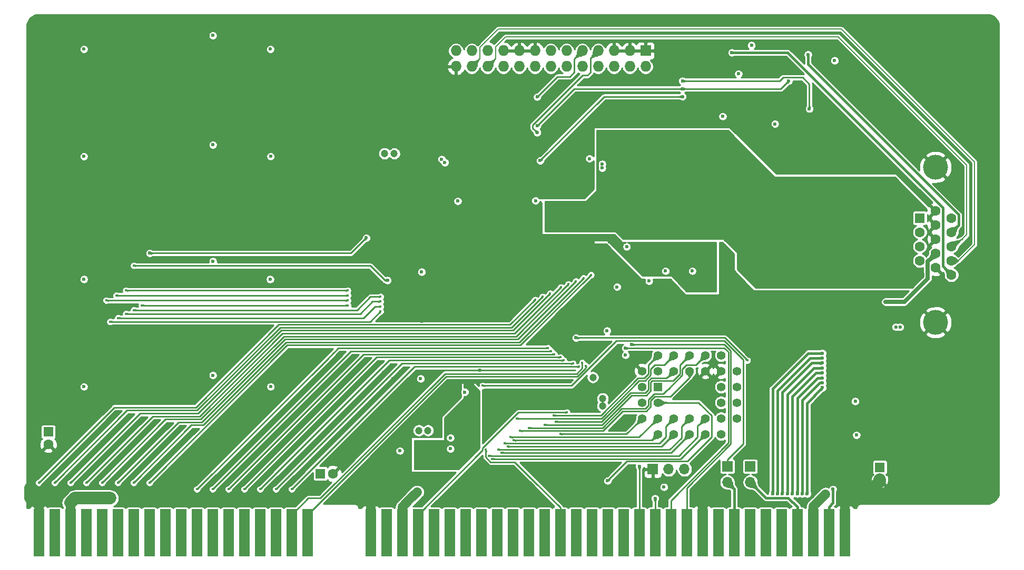
<source format=gbr>
G04 #@! TF.GenerationSoftware,KiCad,Pcbnew,(5.1.6)-1*
G04 #@! TF.CreationDate,2020-07-06T23:29:02+03:00*
G04 #@! TF.ProjectId,GD5434,47443534-3334-42e6-9b69-6361645f7063,rev?*
G04 #@! TF.SameCoordinates,Original*
G04 #@! TF.FileFunction,Copper,L4,Bot*
G04 #@! TF.FilePolarity,Positive*
%FSLAX46Y46*%
G04 Gerber Fmt 4.6, Leading zero omitted, Abs format (unit mm)*
G04 Created by KiCad (PCBNEW (5.1.6)-1) date 2020-07-06 23:29:02*
%MOMM*%
%LPD*%
G01*
G04 APERTURE LIST*
G04 #@! TA.AperFunction,ConnectorPad*
%ADD10R,1.780000X7.620000*%
G04 #@! TD*
G04 #@! TA.AperFunction,ComponentPad*
%ADD11C,1.422400*%
G04 #@! TD*
G04 #@! TA.AperFunction,ComponentPad*
%ADD12R,1.422400X1.422400*%
G04 #@! TD*
G04 #@! TA.AperFunction,ComponentPad*
%ADD13O,1.700000X1.700000*%
G04 #@! TD*
G04 #@! TA.AperFunction,ComponentPad*
%ADD14R,1.700000X1.700000*%
G04 #@! TD*
G04 #@! TA.AperFunction,ComponentPad*
%ADD15C,1.600000*%
G04 #@! TD*
G04 #@! TA.AperFunction,ComponentPad*
%ADD16R,1.600000X1.600000*%
G04 #@! TD*
G04 #@! TA.AperFunction,ComponentPad*
%ADD17C,4.000000*%
G04 #@! TD*
G04 #@! TA.AperFunction,ComponentPad*
%ADD18O,1.727200X1.727200*%
G04 #@! TD*
G04 #@! TA.AperFunction,ComponentPad*
%ADD19R,1.727200X1.727200*%
G04 #@! TD*
G04 #@! TA.AperFunction,ViaPad*
%ADD20C,0.600000*%
G04 #@! TD*
G04 #@! TA.AperFunction,ViaPad*
%ADD21C,0.450000*%
G04 #@! TD*
G04 #@! TA.AperFunction,ViaPad*
%ADD22C,1.200000*%
G04 #@! TD*
G04 #@! TA.AperFunction,Conductor*
%ADD23C,0.381000*%
G04 #@! TD*
G04 #@! TA.AperFunction,Conductor*
%ADD24C,0.250000*%
G04 #@! TD*
G04 #@! TA.AperFunction,Conductor*
%ADD25C,2.032000*%
G04 #@! TD*
G04 #@! TA.AperFunction,Conductor*
%ADD26C,1.524000*%
G04 #@! TD*
G04 #@! TA.AperFunction,Conductor*
%ADD27C,1.016000*%
G04 #@! TD*
G04 #@! TA.AperFunction,Conductor*
%ADD28C,0.180000*%
G04 #@! TD*
G04 #@! TA.AperFunction,Conductor*
%ADD29C,0.635000*%
G04 #@! TD*
G04 #@! TA.AperFunction,Conductor*
%ADD30C,0.254000*%
G04 #@! TD*
G04 #@! TA.AperFunction,Conductor*
%ADD31C,0.025400*%
G04 #@! TD*
G04 APERTURE END LIST*
D10*
X205765900Y-110177580D03*
X203225900Y-110177580D03*
X200685900Y-110177580D03*
X198145900Y-110177580D03*
X195605900Y-110177580D03*
X193065900Y-110177580D03*
X190525900Y-110177580D03*
X187985900Y-110177580D03*
X185445900Y-110177580D03*
X182905900Y-110177580D03*
X180365900Y-110177580D03*
X177825900Y-110177580D03*
X175285900Y-110177580D03*
X172745900Y-110177580D03*
X170205900Y-110177580D03*
X167665900Y-110177580D03*
X165125900Y-110177580D03*
X162585900Y-110177580D03*
X160045900Y-110177580D03*
X157505900Y-110177580D03*
X154965900Y-110177580D03*
X152425900Y-110177580D03*
X149885900Y-110177580D03*
X147345900Y-110177580D03*
X144805900Y-110177580D03*
X142265900Y-110177580D03*
X139725900Y-110177580D03*
X137185900Y-110177580D03*
X134645900Y-110177580D03*
X132105900Y-110177580D03*
X129565900Y-110177580D03*
X119405900Y-110177580D03*
X116865900Y-110177580D03*
X114325900Y-110177580D03*
X111785900Y-110177580D03*
X109245900Y-110177580D03*
X106705900Y-110177580D03*
X104165900Y-110177580D03*
X101625900Y-110177580D03*
X99085900Y-110177580D03*
X96545900Y-110177580D03*
X94005900Y-110177580D03*
X91465900Y-110177580D03*
X88925900Y-110177580D03*
X86385900Y-110177580D03*
X83845900Y-110177580D03*
X81305900Y-110177580D03*
X78765900Y-110177580D03*
X76225900Y-110177580D03*
D11*
X175745140Y-81605120D03*
X178285140Y-81605120D03*
X180825140Y-81605120D03*
X183365140Y-81605120D03*
X178285140Y-84145120D03*
X180825140Y-84145120D03*
X183365140Y-84145120D03*
X185905140Y-84145120D03*
X188445140Y-84145120D03*
X188445140Y-86685120D03*
X188445140Y-89225120D03*
X188445140Y-91765120D03*
X185905140Y-81605120D03*
X185905140Y-86685120D03*
X185905140Y-89225120D03*
X185905140Y-91765120D03*
X185905140Y-94305120D03*
X183365140Y-94305120D03*
X180825140Y-94305120D03*
X178285140Y-94305120D03*
X175745140Y-94305120D03*
X183365140Y-91765120D03*
X180825140Y-91765120D03*
X178285140Y-91765120D03*
X175745140Y-91765120D03*
X173205140Y-84145120D03*
X173205140Y-86685120D03*
X173205140Y-91765120D03*
X173205140Y-89225120D03*
X175745140Y-84145120D03*
X175745140Y-89225120D03*
D12*
X175745140Y-86685120D03*
D13*
X180009800Y-99943920D03*
X177469800Y-99943920D03*
D14*
X174929800Y-99943920D03*
D15*
X211399120Y-101631500D03*
D16*
X211399120Y-99631500D03*
D15*
X123503440Y-100644960D03*
D16*
X121503440Y-100644960D03*
D15*
X77769720Y-95940880D03*
D16*
X77769720Y-93940880D03*
D17*
X220370900Y-51306680D03*
X220370900Y-76306680D03*
D15*
X222910900Y-68651680D03*
X222910900Y-66361680D03*
X222910900Y-64071680D03*
X222910900Y-61781680D03*
X222910900Y-59491680D03*
X220370900Y-67506680D03*
X220370900Y-65216680D03*
X220370900Y-62926680D03*
X220370900Y-60636680D03*
X220370900Y-58346680D03*
X217830900Y-68651680D03*
X217830900Y-66361680D03*
X217830900Y-64071680D03*
X217830900Y-61781680D03*
D16*
X217830900Y-59491680D03*
D18*
X143278860Y-35097720D03*
X143278860Y-32557720D03*
X145818860Y-35097720D03*
X145818860Y-32557720D03*
X148358860Y-35097720D03*
X148358860Y-32557720D03*
X150898860Y-35097720D03*
X150898860Y-32557720D03*
X153438860Y-35097720D03*
X153438860Y-32557720D03*
X155978860Y-35097720D03*
X155978860Y-32557720D03*
X158518860Y-35097720D03*
X158518860Y-32557720D03*
X161058860Y-35097720D03*
X161058860Y-32557720D03*
X163598860Y-35097720D03*
X163598860Y-32557720D03*
X166138860Y-35097720D03*
X166138860Y-32557720D03*
X168678860Y-35097720D03*
X168678860Y-32557720D03*
X171218860Y-35097720D03*
X171218860Y-32557720D03*
X173758860Y-35097720D03*
D19*
X173758860Y-32557720D03*
D13*
X186888120Y-102026720D03*
D14*
X186888120Y-99486720D03*
D13*
X190581280Y-102026720D03*
D14*
X190581280Y-99486720D03*
D20*
X202194160Y-81258723D03*
X194158683Y-103891080D03*
X202194160Y-82054817D03*
X194954773Y-103891080D03*
X202194160Y-82850907D03*
X195750863Y-103891080D03*
X202194160Y-83646997D03*
X196546953Y-103891080D03*
X202194160Y-84443087D03*
X197343043Y-103891080D03*
X202194160Y-85239177D03*
X198139133Y-103891080D03*
X202194160Y-86035267D03*
X198935223Y-103891080D03*
X202194160Y-86831357D03*
X199731317Y-103891080D03*
D21*
X94015560Y-102113080D03*
X164980560Y-68648640D03*
X91470480Y-102113080D03*
X163771900Y-69148640D03*
X88925400Y-102113080D03*
X162563240Y-69648640D03*
X86390480Y-102113080D03*
X161341880Y-70148640D03*
X83850480Y-102113080D03*
X160133220Y-70648640D03*
X81315560Y-102113080D03*
X158417580Y-71648640D03*
X78770480Y-102113080D03*
X157208160Y-72148640D03*
X76225400Y-102113080D03*
X155998740Y-72648640D03*
X163581080Y-82793840D03*
D20*
X171475400Y-79866800D03*
X170530520Y-80441800D03*
D21*
X164153121Y-83284717D03*
D20*
X172745400Y-99474020D03*
D21*
X116878100Y-103167180D03*
X163078121Y-83423760D03*
X114335560Y-103167180D03*
X162077400Y-82923760D03*
X161079560Y-90776680D03*
X111803180Y-103167180D03*
X160581340Y-82423760D03*
X109263180Y-103167180D03*
X160078420Y-81925160D03*
D20*
X175285400Y-104653080D03*
D21*
X106702860Y-103167180D03*
X159087820Y-81423760D03*
X104162860Y-103167180D03*
X158587440Y-80923760D03*
X101645720Y-103167180D03*
X158081980Y-80423760D03*
X158997827Y-91276680D03*
X159290364Y-92276681D03*
X160045900Y-94276684D03*
X157505900Y-92776540D03*
X154973283Y-93276683D03*
X153578120Y-93776360D03*
X153078120Y-91777760D03*
X152578120Y-95276685D03*
X152078120Y-94774320D03*
X151578120Y-96276685D03*
X151078120Y-95777240D03*
X150578120Y-97276685D03*
X150078120Y-96776803D03*
X149092380Y-98277140D03*
X148592540Y-97777300D03*
X148075140Y-96776100D03*
X147572524Y-86485936D03*
D22*
X129573020Y-104725030D03*
X127668020Y-104725030D03*
X125763020Y-104725030D03*
D21*
X187960000Y-29684980D03*
X167640000Y-29684980D03*
X157480000Y-29684980D03*
X149860000Y-30480000D03*
X177800000Y-29684980D03*
X213685120Y-38404800D03*
X225973640Y-50723800D03*
X185864500Y-62732920D03*
X177840640Y-62732920D03*
X170220640Y-62732920D03*
X177843180Y-61490860D03*
X185867040Y-61490860D03*
X168861740Y-60264040D03*
X176481740Y-60264040D03*
X184101740Y-60264040D03*
X191721740Y-60264040D03*
X191721740Y-56570880D03*
X184101740Y-56570880D03*
X176481740Y-56570880D03*
X168861740Y-56570880D03*
X176481740Y-57802780D03*
X176481740Y-59034680D03*
X184101740Y-57802780D03*
X184101740Y-59034680D03*
X191721740Y-57802780D03*
X191721740Y-59034680D03*
X197271740Y-57802780D03*
X197271740Y-59944000D03*
D20*
X146497040Y-90820240D03*
X146490380Y-92957960D03*
X119522240Y-61447680D03*
X94094579Y-41170860D03*
X94094579Y-58430160D03*
X94096589Y-78254322D03*
X119540020Y-49555400D03*
X104603328Y-95702808D03*
X86397119Y-78366620D03*
X104721438Y-78366398D03*
X111267240Y-60462160D03*
X111264700Y-43200320D03*
X104652858Y-41302718D03*
X86394579Y-41302940D03*
X104655398Y-58569638D03*
X86394579Y-58574940D03*
X116324380Y-61440060D03*
X175590200Y-66161920D03*
X173192440Y-66144140D03*
X142455900Y-51229260D03*
X207647540Y-96486980D03*
X206138780Y-85791040D03*
D21*
X170177460Y-86916260D03*
D20*
X145682357Y-86576557D03*
X127919480Y-68686680D03*
D22*
X77470000Y-104584500D03*
X74930000Y-104584500D03*
X74930000Y-102933500D03*
X77470000Y-102933500D03*
X208915000Y-104394000D03*
X207391000Y-104394000D03*
X205803500Y-104394000D03*
D21*
X164881560Y-71148640D03*
D20*
X169473880Y-71602600D03*
X168061640Y-72933560D03*
X164790120Y-76144120D03*
X169672000Y-78069440D03*
D21*
X207330520Y-57185560D03*
X207330520Y-61112400D03*
X207330520Y-65095120D03*
X205486480Y-57188100D03*
X205494100Y-61112400D03*
X205494100Y-65095120D03*
X168861740Y-57802780D03*
X168861740Y-59034680D03*
X201660860Y-57185560D03*
X201660860Y-61117480D03*
X201658320Y-65090040D03*
D20*
X198714460Y-66537840D03*
X202600660Y-66537840D03*
X206443680Y-66537840D03*
X208407100Y-66537840D03*
X209857340Y-65090040D03*
X198719540Y-53652420D03*
X197060920Y-55140860D03*
X196578220Y-34907220D03*
X189804040Y-44340780D03*
X191322960Y-42768520D03*
X191328040Y-45910500D03*
X195148200Y-40005000D03*
X195148200Y-41262300D03*
X189981840Y-39509700D03*
X167936538Y-63381092D03*
D21*
X170223180Y-61490860D03*
X192186560Y-63908940D03*
D20*
X196469000Y-63632080D03*
X166324280Y-101798120D03*
X166370000Y-104775000D03*
D22*
X182905900Y-102717100D03*
X182905900Y-104114100D03*
X182905900Y-105511100D03*
D20*
X168864280Y-92923360D03*
X216087960Y-60799980D03*
X216110820Y-66194940D03*
X212310760Y-75044520D03*
D21*
X225115120Y-63926720D03*
X225996500Y-57744360D03*
X224505520Y-61706760D03*
X219837000Y-44554140D03*
X204955140Y-29710380D03*
X198120000Y-29684980D03*
X194444620Y-68437760D03*
X199511920Y-68981320D03*
X205704440Y-68973700D03*
D20*
X100967540Y-83710780D03*
X108036360Y-66070480D03*
X99222560Y-66088260D03*
X119735600Y-86649560D03*
X119745760Y-69344540D03*
X119776240Y-67889120D03*
X86446360Y-95542100D03*
X94056200Y-95590360D03*
X156055060Y-50604420D03*
X137817860Y-61648340D03*
X141579600Y-56753760D03*
X119212360Y-33200340D03*
X107642660Y-46634400D03*
X148574760Y-56898540D03*
X154579320Y-56700420D03*
X164757100Y-61142880D03*
X133724540Y-99886880D03*
X164759640Y-66647060D03*
X140121640Y-97636753D03*
X140121640Y-98339486D03*
X77152500Y-32285940D03*
X77152500Y-49570640D03*
X77152500Y-69354700D03*
X77152500Y-86639400D03*
X137764520Y-69641720D03*
X147083780Y-84002880D03*
X163248340Y-86702900D03*
X183982360Y-64917320D03*
X181140100Y-64917320D03*
X168833800Y-51299760D03*
X171887160Y-48872700D03*
X171887160Y-48110700D03*
X176977040Y-46901100D03*
X177215800Y-49123600D03*
X188117480Y-41249600D03*
X158060000Y-57320000D03*
X188950000Y-65050000D03*
X133167120Y-85359240D03*
X134990840Y-83913980D03*
X191688720Y-69308980D03*
X158653480Y-101798120D03*
X161404300Y-101798120D03*
X163997640Y-101798120D03*
X151455120Y-101798120D03*
X156253180Y-99816920D03*
X154297380Y-101800660D03*
X119382540Y-81396840D03*
X165592760Y-40020240D03*
X177787300Y-35120580D03*
X216108280Y-57942480D03*
X209778600Y-57193180D03*
X189806580Y-49138840D03*
X164734240Y-48097440D03*
X177779680Y-43103800D03*
X186583320Y-65049400D03*
X172212000Y-81556860D03*
X192656460Y-81287620D03*
X111640620Y-96954340D03*
X97817940Y-104561640D03*
X107657900Y-28414980D03*
X220000000Y-30000000D03*
X210000000Y-30000000D03*
X215000000Y-35000000D03*
X225000000Y-35000000D03*
X220000000Y-40000000D03*
X225000000Y-45000000D03*
X230000000Y-50000000D03*
X230000000Y-30000000D03*
X230000000Y-40000000D03*
X230000000Y-60000000D03*
X230000000Y-70000000D03*
X230000000Y-80000000D03*
X230000000Y-90000000D03*
X230000000Y-100000000D03*
X225000000Y-75000000D03*
X225000000Y-85000000D03*
X225000000Y-95000000D03*
X225000000Y-105000000D03*
X215000000Y-105000000D03*
X220000000Y-100000000D03*
X215000000Y-95000000D03*
X220000000Y-90000000D03*
X215000000Y-85000000D03*
X210000000Y-90000000D03*
X205000000Y-35000000D03*
X210000000Y-40000000D03*
X215000000Y-45000000D03*
X205000000Y-45000000D03*
X210000000Y-50000000D03*
X200000000Y-50000000D03*
X122500000Y-30000000D03*
X127500000Y-35000000D03*
X132500000Y-30000000D03*
X137500000Y-35000000D03*
X142500000Y-30000000D03*
X100000000Y-30000000D03*
X90000000Y-30000000D03*
X80000000Y-30000000D03*
X85000000Y-37500000D03*
X75000000Y-37500000D03*
X75000000Y-47500000D03*
X80000000Y-42500000D03*
X85000000Y-47500000D03*
X75000000Y-57500000D03*
X85000000Y-57500000D03*
X80000000Y-52500000D03*
X80000000Y-62500000D03*
X75000000Y-67500000D03*
X85000000Y-67500000D03*
X75000000Y-77500000D03*
X85000000Y-77500000D03*
X80000000Y-72500000D03*
X80000000Y-82500000D03*
X75000000Y-87500000D03*
X85000000Y-87500000D03*
X80000000Y-92500000D03*
X75000000Y-97500000D03*
X85000000Y-97500000D03*
X96613980Y-89070180D03*
X180000000Y-72500000D03*
X200000000Y-72500000D03*
X163000000Y-58000000D03*
X159000000Y-61000000D03*
X145000000Y-65000000D03*
X155000000Y-65000000D03*
X150000000Y-70000000D03*
X145000000Y-75000000D03*
X162500000Y-75000000D03*
X193233040Y-102047040D03*
X193078100Y-95694500D03*
X206339440Y-98069400D03*
X204086460Y-81259680D03*
X190000000Y-72500000D03*
X111409480Y-78767940D03*
X137779760Y-76088680D03*
X195000000Y-27500000D03*
X185000000Y-27500000D03*
X175000000Y-27500000D03*
X165000000Y-27500000D03*
X152500000Y-27500000D03*
X209692240Y-68961000D03*
X209804000Y-60967620D03*
X216080340Y-62593220D03*
D21*
X131145280Y-72156320D03*
X91511120Y-74320400D03*
X131145280Y-72943720D03*
X90241120Y-74917300D03*
X131145280Y-73746360D03*
X88971120Y-75577700D03*
X131145280Y-74543920D03*
X87701120Y-76192380D03*
X125877320Y-71170800D03*
X90241120Y-71170800D03*
X125882400Y-71963280D03*
X88686079Y-71962719D03*
X125887480Y-72765920D03*
X87072119Y-72761759D03*
X125887480Y-73563480D03*
X92781120Y-73563480D03*
X91511120Y-67157600D03*
D20*
X132278120Y-69519800D03*
X113499900Y-86636500D03*
X113494820Y-49557940D03*
X113446180Y-32291400D03*
X113423700Y-69354700D03*
X207657700Y-94439740D03*
X176702720Y-102803960D03*
X207459580Y-89001600D03*
D22*
X131805680Y-49103280D03*
X133362700Y-49121060D03*
X166853193Y-89774353D03*
X166862760Y-88559640D03*
X87670640Y-104607360D03*
X85130640Y-104607360D03*
X82590640Y-104607360D03*
X135890000Y-104775000D03*
X137033000Y-103632000D03*
D20*
X194556380Y-44340780D03*
X214657180Y-77046580D03*
X213986620Y-77046580D03*
X83471640Y-86639420D03*
X83471640Y-32291400D03*
X83471640Y-49560860D03*
X83471640Y-69355080D03*
X104208580Y-30096460D03*
X104211120Y-47698660D03*
X104208580Y-84823300D03*
X204142340Y-34137600D03*
X188691520Y-36276280D03*
X186159140Y-43116500D03*
X104211120Y-66466720D03*
X170535600Y-81564480D03*
X134258740Y-96970160D03*
X190787020Y-31681420D03*
D22*
X202707240Y-103946960D03*
X201312780Y-105341420D03*
D20*
X203865201Y-103144599D03*
X174312580Y-69646800D03*
X137584820Y-85361140D03*
X141490700Y-50553620D03*
X140970000Y-50032920D03*
D22*
X138772900Y-93700600D03*
X137309860Y-93700600D03*
X165287960Y-85153500D03*
D20*
X156077920Y-56708040D03*
X137764520Y-68173600D03*
X143570960Y-56758840D03*
X169174160Y-70586600D03*
X167570580Y-77648640D03*
X166781480Y-50799380D03*
X166781480Y-51436920D03*
X164736780Y-49928780D03*
X187612240Y-32859760D03*
X199872020Y-33172980D03*
X179692300Y-38696900D03*
X156337000Y-44663360D03*
X196733160Y-37449760D03*
X156817380Y-50256120D03*
X179692300Y-39956740D03*
X179692300Y-37426900D03*
X200070720Y-41912540D03*
X162575240Y-78785720D03*
D21*
X190110298Y-82419002D03*
D20*
X156334460Y-39992300D03*
X156342080Y-45730160D03*
X94051120Y-65140840D03*
X128859280Y-62697360D03*
X167642540Y-101795580D03*
X144707550Y-87527190D03*
X142389860Y-94899480D03*
X142389860Y-96644460D03*
X181265000Y-68017280D03*
X176955560Y-68017280D03*
X170730020Y-64113300D03*
X212310760Y-72994520D03*
D23*
X194158683Y-103891080D02*
X194158683Y-88915070D01*
X194158683Y-88915070D02*
X194158683Y-86970833D01*
X202194160Y-81258723D02*
X199870793Y-81258723D01*
X199870793Y-81258723D02*
X194158683Y-86970833D01*
X194954773Y-88869940D02*
X194954773Y-103891080D01*
X194954773Y-88869940D02*
X194954773Y-87279257D01*
X202194160Y-82054817D02*
X200179213Y-82054817D01*
X200179213Y-82054817D02*
X194954773Y-87279257D01*
X195750863Y-103891080D02*
X195750863Y-88876304D01*
X195750863Y-88876304D02*
X195750863Y-87587681D01*
X202194160Y-82850907D02*
X200487637Y-82850907D01*
X200487637Y-82850907D02*
X195750863Y-87587681D01*
X196546953Y-88926187D02*
X196546953Y-87896105D01*
X196546953Y-88926187D02*
X196546953Y-88831174D01*
X196546953Y-103891080D02*
X196546953Y-88926187D01*
X202194160Y-83646997D02*
X200796061Y-83646997D01*
X200796061Y-83646997D02*
X196546953Y-87896105D01*
X197343043Y-103891080D02*
X197343043Y-88915069D01*
X197343043Y-88915069D02*
X197343043Y-88204529D01*
X201104485Y-84443087D02*
X197343043Y-88204529D01*
X202194160Y-84443087D02*
X201104485Y-84443087D01*
X198139133Y-103891080D02*
X198139133Y-88869940D01*
X198139133Y-88512953D02*
X198154215Y-88497871D01*
X198139133Y-88869940D02*
X198139133Y-88512953D01*
X202194160Y-85239177D02*
X201412909Y-85239177D01*
X201412909Y-85239177D02*
X198154215Y-88497871D01*
X198935223Y-88821377D02*
X198935223Y-89613623D01*
X198935223Y-103891080D02*
X198935223Y-89613623D01*
X198935223Y-89613623D02*
X198935223Y-89142352D01*
X201721333Y-86035267D02*
X198935223Y-88821377D01*
X202194160Y-86035267D02*
X201721333Y-86035267D01*
X199731317Y-103891080D02*
X199731317Y-89294200D01*
X202194160Y-86831357D02*
X199731317Y-89294200D01*
D24*
X94015560Y-102113080D02*
X116174890Y-79953750D01*
X153675450Y-79953750D02*
X164980560Y-68648640D01*
X116174890Y-79953750D02*
X153675450Y-79953750D01*
X91470480Y-102113080D02*
X100761480Y-92822080D01*
X100761480Y-92822080D02*
X102641866Y-92822080D01*
X102641866Y-92822080D02*
X115980206Y-79483740D01*
X115980206Y-79483740D02*
X153436800Y-79483740D01*
X153436800Y-79483740D02*
X163771900Y-69148640D01*
X98686410Y-92352070D02*
X88925400Y-102113080D01*
X102447182Y-92352070D02*
X98686410Y-92352070D01*
X115785522Y-79013730D02*
X102447182Y-92352070D01*
X162563240Y-69648640D02*
X153198150Y-79013730D01*
X153198150Y-79013730D02*
X115785522Y-79013730D01*
X86390480Y-102113080D02*
X96621500Y-91882060D01*
X96621500Y-91882060D02*
X102252498Y-91882060D01*
X102252498Y-91882060D02*
X115590838Y-78543720D01*
X161341880Y-70148640D02*
X152946800Y-78543720D01*
X152946800Y-78543720D02*
X115590838Y-78543720D01*
X102057814Y-91412050D02*
X94551510Y-91412050D01*
X115396154Y-78073710D02*
X102057814Y-91412050D01*
X94551510Y-91412050D02*
X83850480Y-102113080D01*
X160133220Y-70648640D02*
X152708150Y-78073710D01*
X152708150Y-78073710D02*
X115396154Y-78073710D01*
X81315560Y-102113080D02*
X92486600Y-90942040D01*
X92486600Y-90942040D02*
X101863130Y-90942040D01*
X101863130Y-90942040D02*
X115201470Y-77603700D01*
X152462520Y-77603700D02*
X158417580Y-71648640D01*
X115201470Y-77603700D02*
X152462520Y-77603700D01*
X78770480Y-102113080D02*
X90411530Y-90472030D01*
X90411530Y-90472030D02*
X101668446Y-90472030D01*
X101668446Y-90472030D02*
X115006786Y-77133690D01*
X115006786Y-77133690D02*
X152223110Y-77133690D01*
X152223110Y-77133690D02*
X157208160Y-72148640D01*
X76225400Y-102113080D02*
X88336460Y-90002020D01*
X88336460Y-90002020D02*
X101473762Y-90002020D01*
X101473762Y-90002020D02*
X114812102Y-76663680D01*
X151983700Y-76663680D02*
X155998740Y-72648640D01*
X114812102Y-76663680D02*
X151983700Y-76663680D01*
X163581080Y-83660803D02*
X163581080Y-83112038D01*
X116865900Y-110177580D02*
X116865900Y-107257580D01*
X116865900Y-107257580D02*
X119536440Y-104587040D01*
X119536440Y-104587040D02*
X121510741Y-104587040D01*
X163581080Y-83112038D02*
X163581080Y-82793840D01*
X121510741Y-104587040D02*
X141519900Y-84577881D01*
X141519900Y-84577881D02*
X162664002Y-84577881D01*
X162664002Y-84577881D02*
X163581080Y-83660803D01*
X187458939Y-95887779D02*
X187458939Y-81133642D01*
X180365900Y-110177580D02*
X180365900Y-102980818D01*
X180365900Y-102980818D02*
X187458939Y-95887779D01*
X186426699Y-79866800D02*
X171475400Y-79866800D01*
X187458939Y-81133642D02*
X187458939Y-80899040D01*
X187458939Y-80899040D02*
X186426699Y-79866800D01*
X177825900Y-110177580D02*
X177825900Y-104955120D01*
X177825900Y-104955120D02*
X187058929Y-95722091D01*
X186436000Y-80441800D02*
X170530520Y-80441800D01*
X186436000Y-80446880D02*
X187058929Y-81069809D01*
X186436000Y-80441800D02*
X186436000Y-80446880D01*
X187058929Y-81069809D02*
X187058929Y-95722091D01*
X170530520Y-80441800D02*
X170530520Y-80441800D01*
X119405900Y-107257580D02*
X119405900Y-110177580D01*
X141685588Y-84977892D02*
X119405900Y-107257580D01*
X162829690Y-84977891D02*
X141685588Y-84977892D01*
X164153121Y-83284717D02*
X164153121Y-83654460D01*
X164153121Y-83654460D02*
X162829690Y-84977891D01*
X172745400Y-110177080D02*
X172745900Y-110177580D01*
X172745400Y-99474020D02*
X172745400Y-110177080D01*
X116878100Y-103167180D02*
X135854440Y-84190840D01*
X136617401Y-83427879D02*
X156962801Y-83427879D01*
X135854440Y-84190840D02*
X136617401Y-83427879D01*
X156966920Y-83423760D02*
X156962801Y-83427879D01*
X163078121Y-83423760D02*
X156966920Y-83423760D01*
X134578980Y-82923760D02*
X133643370Y-83859370D01*
X162077400Y-82923760D02*
X134578980Y-82923760D01*
X133786398Y-83716342D02*
X133643370Y-83859370D01*
X133643370Y-83859370D02*
X114335560Y-103167180D01*
X137185900Y-107257580D02*
X137185900Y-110177580D01*
X147575139Y-96868341D02*
X137185900Y-107257580D01*
X147575139Y-96536099D02*
X147575139Y-96868341D01*
X161079560Y-90776680D02*
X153334558Y-90776680D01*
X153334558Y-90776680D02*
X147575139Y-96536099D01*
X132545199Y-82425161D02*
X130859530Y-84110830D01*
X160579939Y-82425161D02*
X132545199Y-82425161D01*
X160581340Y-82423760D02*
X160579939Y-82425161D01*
X131779520Y-83190840D02*
X130859530Y-84110830D01*
X130859530Y-84110830D02*
X111803180Y-103167180D01*
X130506599Y-81923761D02*
X129297430Y-83132930D01*
X160079819Y-81923761D02*
X130506599Y-81923761D01*
X160078420Y-81925160D02*
X160079819Y-81923761D01*
X129739520Y-82690840D02*
X129297430Y-83132930D01*
X129297430Y-83132930D02*
X109263180Y-103167180D01*
X175285400Y-110177080D02*
X175285900Y-110177580D01*
X175285400Y-104653080D02*
X175285400Y-110177080D01*
X128446280Y-81423760D02*
X127096520Y-82773520D01*
X159087820Y-81423760D02*
X128446280Y-81423760D01*
X127679200Y-82190840D02*
X127096520Y-82773520D01*
X127096520Y-82773520D02*
X106702860Y-103167180D01*
X126406280Y-80923760D02*
X125319790Y-82010250D01*
X158587440Y-80923760D02*
X126406280Y-80923760D01*
X125639200Y-81690840D02*
X125319790Y-82010250D01*
X125319790Y-82010250D02*
X104162860Y-103167180D01*
X124389140Y-80423760D02*
X122548650Y-82264250D01*
X158081980Y-80423760D02*
X124389140Y-80423760D01*
X123622060Y-81190840D02*
X122548650Y-82264250D01*
X122548650Y-82264250D02*
X101645720Y-103167180D01*
X173510929Y-85298909D02*
X172566074Y-85298909D01*
X174191341Y-84618497D02*
X173510929Y-85298909D01*
X174191341Y-83158919D02*
X174191341Y-84618497D01*
X175745140Y-81605120D02*
X174191341Y-83158919D01*
X172566074Y-85298910D02*
X172566074Y-85298909D01*
X166588304Y-91276680D02*
X172566074Y-85298910D01*
X158997827Y-91276680D02*
X166588304Y-91276680D01*
X177131351Y-85298909D02*
X174648250Y-85298909D01*
X178285140Y-84145120D02*
X177131351Y-85298909D01*
X174648250Y-85298909D02*
X174191341Y-85755818D01*
X174191341Y-85755818D02*
X174191341Y-87158497D01*
X174191341Y-87158497D02*
X173678517Y-87671321D01*
X173678517Y-87671321D02*
X171325059Y-87671321D01*
X166719699Y-92276681D02*
X171325059Y-87671321D01*
X159290364Y-92276681D02*
X166719699Y-92276681D01*
X170691745Y-94278515D02*
X173205140Y-91765120D01*
X170691745Y-94278515D02*
X160047731Y-94278515D01*
X160047731Y-94278515D02*
X160045900Y-94276684D01*
X174813939Y-85698919D02*
X174738619Y-85774239D01*
X178190919Y-85698919D02*
X174813939Y-85698919D01*
X179271341Y-84618497D02*
X178190919Y-85698919D01*
X179271341Y-83158919D02*
X179271341Y-84618497D01*
X180825140Y-81605120D02*
X179271341Y-83158919D01*
X174591351Y-85921507D02*
X174813939Y-85698919D01*
X174591351Y-87324186D02*
X174591351Y-85921507D01*
X173844206Y-88071331D02*
X174591351Y-87324186D01*
X171490748Y-88071331D02*
X173844206Y-88071331D01*
X171490748Y-88071331D02*
X166785397Y-92776682D01*
X157506042Y-92776682D02*
X157505900Y-92776540D01*
X166785397Y-92776682D02*
X157506042Y-92776682D01*
X183365140Y-81605120D02*
X181811341Y-83158919D01*
X179671351Y-84784185D02*
X177424976Y-87030560D01*
X179671351Y-83839331D02*
X179671351Y-84784185D01*
X181811341Y-83158919D02*
X180351763Y-83158919D01*
X180351763Y-83158919D02*
X179671351Y-83839331D01*
X177424976Y-87030560D02*
X177203548Y-87251988D01*
X177203548Y-87251988D02*
X176784215Y-87671321D01*
X176622336Y-87833200D02*
X175111783Y-87833200D01*
X177203548Y-87251988D02*
X176622336Y-87833200D01*
X175111783Y-87833200D02*
X174191341Y-88753642D01*
X174191341Y-88753642D02*
X174191341Y-89698497D01*
X174191341Y-89698497D02*
X173678517Y-90211321D01*
X173678517Y-90211321D02*
X169916456Y-90211322D01*
X169916456Y-90211322D02*
X166851095Y-93276683D01*
X166851095Y-93276683D02*
X154973283Y-93276683D01*
X177737129Y-88238919D02*
X176376919Y-88238919D01*
X180825140Y-85150908D02*
X177737129Y-88238919D01*
X180825140Y-84145120D02*
X180825140Y-85150908D01*
X176782315Y-88238919D02*
X176376919Y-88238919D01*
X153578444Y-93776684D02*
X153578120Y-93776360D01*
X173844206Y-90611331D02*
X170082145Y-90611331D01*
X174591351Y-89864186D02*
X173844206Y-90611331D01*
X176376919Y-88238919D02*
X175271763Y-88238919D01*
X170082145Y-90611331D02*
X166916792Y-93776684D01*
X175271763Y-88238919D02*
X174591351Y-88919331D01*
X166916792Y-93776684D02*
X153578444Y-93776684D01*
X174591351Y-88919331D02*
X174591351Y-89864186D01*
X166654001Y-91776681D02*
X153079199Y-91776681D01*
X172731763Y-85698919D02*
X166654001Y-91776681D01*
X174591351Y-84784186D02*
X173676618Y-85698919D01*
X178285140Y-81605120D02*
X176731341Y-83158919D01*
X173676618Y-85698919D02*
X172731763Y-85698919D01*
X176731341Y-83158919D02*
X175271763Y-83158919D01*
X175271763Y-83158919D02*
X174591351Y-83839331D01*
X153079199Y-91776681D02*
X153078120Y-91777760D01*
X174591351Y-83839331D02*
X174591351Y-84784186D01*
X175745140Y-94305120D02*
X174773575Y-95276685D01*
X174773575Y-95276685D02*
X152578120Y-95276685D01*
X152080485Y-94776685D02*
X152078120Y-94774320D01*
X172733575Y-94776685D02*
X152080485Y-94776685D01*
X175745140Y-91765120D02*
X172733575Y-94776685D01*
X178285140Y-94305120D02*
X176313575Y-96276685D01*
X176313575Y-96276685D02*
X151578120Y-96276685D01*
X178285140Y-91765120D02*
X177022760Y-93027500D01*
X177022760Y-93027500D02*
X177022760Y-94748442D01*
X177022760Y-94748442D02*
X175994517Y-95776685D01*
X151078675Y-95776685D02*
X151078120Y-95777240D01*
X175994517Y-95776685D02*
X151078675Y-95776685D01*
X180825140Y-94305120D02*
X177853575Y-97276685D01*
X177853575Y-97276685D02*
X150578120Y-97276685D01*
X180825140Y-91765120D02*
X179540261Y-93049999D01*
X179540261Y-94881339D02*
X177644915Y-96776685D01*
X179540261Y-93049999D02*
X179540261Y-94881339D01*
X177644915Y-96776685D02*
X150078238Y-96776685D01*
X150078238Y-96776685D02*
X150078120Y-96776803D01*
X183365140Y-94305120D02*
X179393575Y-98276685D01*
X149092835Y-98276685D02*
X149092380Y-98277140D01*
X179393575Y-98276685D02*
X149092835Y-98276685D01*
X183365140Y-91765120D02*
X182123441Y-93006819D01*
X182123441Y-93006819D02*
X182123441Y-94787359D01*
X182123441Y-94787359D02*
X179134115Y-97776685D01*
X148593155Y-97776685D02*
X148592540Y-97777300D01*
X179134115Y-97776685D02*
X148593155Y-97776685D01*
X160045900Y-107257580D02*
X160045900Y-110177580D01*
X148075140Y-96776100D02*
X148075140Y-97999902D01*
X148075140Y-97999902D02*
X148852379Y-98777141D01*
X152705461Y-98777141D02*
X150100381Y-98777141D01*
X160045900Y-106117580D02*
X155838680Y-101910360D01*
X160045900Y-110177580D02*
X160045900Y-106117580D01*
X148852379Y-98777141D02*
X150100381Y-98777141D01*
X155838680Y-101910360D02*
X152705461Y-98777141D01*
X186888120Y-98386720D02*
X189431341Y-95843499D01*
X186888120Y-99486720D02*
X186888120Y-98386720D01*
X189431341Y-95843499D02*
X189431341Y-82305743D01*
X189431341Y-82305743D02*
X186417397Y-79291799D01*
X169081480Y-79291799D02*
X171238561Y-79291799D01*
X161887343Y-86485936D02*
X169081480Y-79291799D01*
X147572524Y-86485936D02*
X161887343Y-86485936D01*
X186417397Y-79291799D02*
X171238561Y-79291799D01*
D25*
X77470000Y-102933500D02*
X77470000Y-104584500D01*
D26*
X76225900Y-105828600D02*
X76225900Y-110177580D01*
X77470000Y-104584500D02*
X76225900Y-105828600D01*
D25*
X74930000Y-102933500D02*
X74930000Y-104584500D01*
D26*
X76225900Y-105880400D02*
X74930000Y-104584500D01*
D27*
X76225900Y-110177580D02*
X76225900Y-105880400D01*
X205803500Y-110139980D02*
X205765900Y-110177580D01*
D26*
X205803500Y-104394000D02*
X205803500Y-110139980D01*
D25*
X205803500Y-104394000D02*
X208915000Y-104394000D01*
D26*
X182905900Y-110177580D02*
X182905900Y-105511100D01*
D27*
X182905900Y-102717100D02*
X182905900Y-102717100D01*
D25*
X182905900Y-104114100D02*
X182905900Y-102717100D01*
X182905900Y-105511100D02*
X182905900Y-104114100D01*
D26*
X125763020Y-104725030D02*
X127668020Y-104725030D01*
X127668020Y-104725030D02*
X129573020Y-104725030D01*
X129565900Y-104732150D02*
X129573020Y-104725030D01*
X129565900Y-110177580D02*
X129565900Y-104732150D01*
D25*
X211399120Y-101909880D02*
X208915000Y-104394000D01*
X211399120Y-101631500D02*
X211399120Y-101909880D01*
D24*
X131145280Y-72156320D02*
X129555240Y-72156320D01*
X129555240Y-72156320D02*
X127393700Y-74317860D01*
X91513660Y-74317860D02*
X91511120Y-74320400D01*
X127393700Y-74317860D02*
X91513660Y-74317860D01*
X131145280Y-72943720D02*
X129870200Y-72943720D01*
X129870200Y-72943720D02*
X127896620Y-74917300D01*
X127896620Y-74917300D02*
X90241120Y-74917300D01*
X131145280Y-73746360D02*
X130246120Y-73746360D01*
X130246120Y-73746360D02*
X128414780Y-75577700D01*
X128414780Y-75577700D02*
X88971120Y-75577700D01*
X129496820Y-76192380D02*
X131145280Y-74543920D01*
X87701120Y-76192380D02*
X129496820Y-76192380D01*
X125877320Y-71170800D02*
X90241120Y-71170800D01*
X88686640Y-71963280D02*
X88686079Y-71962719D01*
X125882400Y-71963280D02*
X88686640Y-71963280D01*
X87076280Y-72765920D02*
X87072119Y-72761759D01*
X125887480Y-72765920D02*
X87076280Y-72765920D01*
X125887480Y-73563480D02*
X92781120Y-73563480D01*
X129491656Y-67157600D02*
X128488440Y-67157600D01*
X131853856Y-69519800D02*
X129491656Y-67157600D01*
X132278120Y-69519800D02*
X131853856Y-69519800D01*
X129095500Y-67157600D02*
X128488440Y-67157600D01*
X128488440Y-67157600D02*
X91511120Y-67157600D01*
D25*
X85130640Y-104607360D02*
X87670640Y-104607360D01*
D26*
X81305900Y-110177580D02*
X81305900Y-105351580D01*
D25*
X82050120Y-104607360D02*
X81305900Y-105351580D01*
X85130640Y-104607360D02*
X82590640Y-104607360D01*
X82590640Y-104607360D02*
X82050120Y-104607360D01*
D26*
X134645900Y-106019100D02*
X135890000Y-104775000D01*
X134645900Y-110177580D02*
X134645900Y-106019100D01*
X137033000Y-103632000D02*
X135890000Y-104775000D01*
X200685900Y-105968300D02*
X200685900Y-110177580D01*
X201312780Y-105341420D02*
X200685900Y-105968300D01*
X202707240Y-103946960D02*
X201312780Y-105341420D01*
D23*
X187985900Y-103124500D02*
X187985900Y-110177580D01*
X186888120Y-102026720D02*
X187985900Y-103124500D01*
X198145900Y-107257580D02*
X198145900Y-110177580D01*
X198145900Y-106871479D02*
X198145900Y-110177580D01*
X198145900Y-105986580D02*
X198145900Y-110177580D01*
X196690901Y-104531581D02*
X198145900Y-105986580D01*
X193086141Y-104531581D02*
X196690901Y-104531581D01*
X190581280Y-102026720D02*
X193086141Y-104531581D01*
X203220320Y-110172000D02*
X203225900Y-110177580D01*
X203225900Y-110177580D02*
X203225900Y-107257580D01*
X203225900Y-105986580D02*
X203225900Y-110177580D01*
X203865201Y-103144599D02*
X203865201Y-103144599D01*
X203865201Y-103144599D02*
X203865201Y-105347279D01*
X203865201Y-105347279D02*
X203225900Y-105986580D01*
X221511401Y-67252181D02*
X221511401Y-57799239D01*
X222910900Y-68651680D02*
X221511401Y-67252181D01*
X196571922Y-32859760D02*
X187612240Y-32859760D01*
X221511401Y-57799239D02*
X196571922Y-32859760D01*
X222910900Y-61781680D02*
X224051401Y-60641179D01*
X224051401Y-60641179D02*
X224051401Y-58944239D01*
X199872020Y-34764858D02*
X199872020Y-33172980D01*
X224051401Y-58944239D02*
X199872020Y-34764858D01*
D24*
X162303460Y-38696900D02*
X179692300Y-38696900D01*
X156337000Y-44663360D02*
X162303460Y-38696900D01*
X195486020Y-38696900D02*
X196733160Y-37449760D01*
X179692300Y-38696900D02*
X195486020Y-38696900D01*
X167116760Y-39956740D02*
X179692300Y-39956740D01*
X156817380Y-50256120D02*
X167116760Y-39956740D01*
X179692300Y-37426900D02*
X195303140Y-37426900D01*
X195855281Y-36874759D02*
X198990259Y-36874759D01*
X195303140Y-37426900D02*
X195855281Y-36874759D01*
X198990259Y-36874759D02*
X200070720Y-37955220D01*
X200070720Y-37955220D02*
X200070720Y-41912540D01*
X162575240Y-78785720D02*
X186477016Y-78785720D01*
X186477016Y-78785720D02*
X190110298Y-82419002D01*
X161589720Y-36751260D02*
X162321240Y-36019740D01*
X162321240Y-33835340D02*
X163598860Y-32557720D01*
X162321240Y-36019740D02*
X162321240Y-33835340D01*
X159575500Y-36751260D02*
X156334460Y-39992300D01*
X161589720Y-36751260D02*
X159575500Y-36751260D01*
X155630880Y-44518478D02*
X163629238Y-36520120D01*
X156342080Y-45730160D02*
X155630880Y-45018960D01*
X155630880Y-45018960D02*
X155630880Y-44518478D01*
X163629238Y-36520120D02*
X164411660Y-36520120D01*
X164411660Y-36520120D02*
X164863780Y-36068000D01*
X164863780Y-33832800D02*
X166138860Y-32557720D01*
X164863780Y-36068000D02*
X164863780Y-33832800D01*
X126415800Y-65140840D02*
X94051120Y-65140840D01*
X128859280Y-62697360D02*
X126415800Y-65140840D01*
X184351341Y-91291743D02*
X182284718Y-89225120D01*
X182284718Y-89225120D02*
X175745140Y-89225120D01*
X184351341Y-94778497D02*
X184351341Y-91291743D01*
X180453143Y-98676695D02*
X184351341Y-94778497D01*
X167642540Y-101795580D02*
X170761425Y-98676695D01*
X170761425Y-98676695D02*
X180453143Y-98676695D01*
D28*
X224042270Y-66361680D02*
X222910900Y-66361680D01*
X226611921Y-63792029D02*
X224042270Y-66361680D01*
X147093940Y-33822640D02*
X147093940Y-32031940D01*
X145818860Y-35097720D02*
X147093940Y-33822640D01*
X147093940Y-32031940D02*
X150055771Y-29070109D01*
X150055771Y-29070109D02*
X205219392Y-29070109D01*
X205219392Y-29070109D02*
X226611920Y-50462637D01*
X226611920Y-50462637D02*
X226611921Y-63792029D01*
X223492102Y-64071680D02*
X222910900Y-64071680D01*
X225381911Y-62181871D02*
X223492102Y-64071680D01*
X149633940Y-33822640D02*
X149633940Y-31937960D01*
X151271781Y-30300119D02*
X204709907Y-30300120D01*
X148358860Y-35097720D02*
X149633940Y-33822640D01*
X149633940Y-31937960D02*
X151271781Y-30300119D01*
X204709907Y-30300120D02*
X225381911Y-50972124D01*
X225381911Y-50972124D02*
X225381911Y-62181871D01*
D29*
X219570901Y-66016679D02*
X220370900Y-65216680D01*
X219098401Y-66489179D02*
X219570901Y-66016679D01*
X219098401Y-69260081D02*
X219098401Y-66489179D01*
X215363962Y-72994520D02*
X219098401Y-69260081D01*
X212313520Y-72994520D02*
X215363962Y-72994520D01*
D30*
G36*
X228998740Y-26768227D02*
G01*
X229357379Y-26876506D01*
X229688158Y-27052384D01*
X229978472Y-27289158D01*
X230217269Y-27577815D01*
X230395453Y-27907358D01*
X230506233Y-28265231D01*
X230548401Y-28666435D01*
X230548400Y-103554878D01*
X230508881Y-103957920D01*
X230400601Y-104316562D01*
X230224724Y-104647338D01*
X229987950Y-104937652D01*
X229699293Y-105176449D01*
X229369749Y-105354633D01*
X229011877Y-105465413D01*
X228610683Y-105507580D01*
X208336228Y-105507580D01*
X208305900Y-105504593D01*
X208275571Y-105507580D01*
X208184849Y-105516515D01*
X208068450Y-105551825D01*
X207961176Y-105609164D01*
X207867149Y-105686329D01*
X207789984Y-105780356D01*
X207732645Y-105887630D01*
X207697335Y-106004029D01*
X207685413Y-106125080D01*
X207688400Y-106155409D01*
X207688400Y-106172000D01*
X207260145Y-106172000D01*
X207245402Y-106123400D01*
X207186437Y-106013086D01*
X207107085Y-105916395D01*
X207010394Y-105837043D01*
X206900080Y-105778078D01*
X206780382Y-105741768D01*
X206655900Y-105729508D01*
X206051650Y-105732580D01*
X205892900Y-105891330D01*
X205892900Y-106172000D01*
X205638900Y-106172000D01*
X205638900Y-105891330D01*
X205480150Y-105732580D01*
X204875900Y-105729508D01*
X204751418Y-105741768D01*
X204631720Y-105778078D01*
X204521406Y-105837043D01*
X204424715Y-105916395D01*
X204349370Y-106008203D01*
X204280096Y-105971175D01*
X204199607Y-105946758D01*
X204144433Y-105941324D01*
X204280392Y-105805365D01*
X204303952Y-105786030D01*
X204340276Y-105741768D01*
X204381117Y-105692004D01*
X204422654Y-105614293D01*
X204438456Y-105584729D01*
X204473766Y-105468330D01*
X204482701Y-105377608D01*
X204482701Y-105377606D01*
X204485688Y-105347280D01*
X204482701Y-105316954D01*
X204482701Y-103595537D01*
X204482879Y-103557633D01*
X204483342Y-103528052D01*
X204509460Y-103488963D01*
X204564263Y-103356657D01*
X204592201Y-103216202D01*
X204592201Y-103072996D01*
X204564263Y-102932541D01*
X204509460Y-102800235D01*
X204429899Y-102681163D01*
X204372938Y-102624202D01*
X210586023Y-102624202D01*
X210657606Y-102868171D01*
X210913116Y-102989071D01*
X211187304Y-103057800D01*
X211469632Y-103071717D01*
X211749250Y-103030287D01*
X212015412Y-102935103D01*
X212140634Y-102868171D01*
X212212217Y-102624202D01*
X211399120Y-101811105D01*
X210586023Y-102624202D01*
X204372938Y-102624202D01*
X204328637Y-102579901D01*
X204209565Y-102500340D01*
X204077259Y-102445537D01*
X203936804Y-102417599D01*
X203793598Y-102417599D01*
X203653143Y-102445537D01*
X203520837Y-102500340D01*
X203401765Y-102579901D01*
X203300503Y-102681163D01*
X203220942Y-102800235D01*
X203196147Y-102860095D01*
X203164452Y-102843153D01*
X202940324Y-102775165D01*
X202707239Y-102752208D01*
X202474154Y-102775165D01*
X202250027Y-102843153D01*
X202043470Y-102953560D01*
X201907792Y-103064908D01*
X200513333Y-104459368D01*
X199886459Y-105086242D01*
X199841082Y-105123482D01*
X199692499Y-105304532D01*
X199582092Y-105511089D01*
X199542689Y-105640985D01*
X199514104Y-105735215D01*
X199491147Y-105968300D01*
X199496900Y-106026711D01*
X199496900Y-106060578D01*
X199492505Y-106064185D01*
X199439145Y-106129204D01*
X199416270Y-106172000D01*
X199415530Y-106172000D01*
X199392655Y-106129204D01*
X199339295Y-106064185D01*
X199274276Y-106010825D01*
X199200096Y-105971175D01*
X199119607Y-105946758D01*
X199035900Y-105938514D01*
X198761653Y-105938514D01*
X198754465Y-105865529D01*
X198719155Y-105749130D01*
X198674053Y-105664749D01*
X198661816Y-105641855D01*
X198605774Y-105573568D01*
X198584651Y-105547829D01*
X198561092Y-105528495D01*
X197602928Y-104570331D01*
X197687407Y-104535339D01*
X197741088Y-104499471D01*
X197794769Y-104535339D01*
X197927075Y-104590142D01*
X198067530Y-104618080D01*
X198210736Y-104618080D01*
X198351191Y-104590142D01*
X198483497Y-104535339D01*
X198537178Y-104499471D01*
X198590859Y-104535339D01*
X198723165Y-104590142D01*
X198863620Y-104618080D01*
X199006826Y-104618080D01*
X199147281Y-104590142D01*
X199279587Y-104535339D01*
X199333270Y-104499469D01*
X199386953Y-104535339D01*
X199519259Y-104590142D01*
X199659714Y-104618080D01*
X199802920Y-104618080D01*
X199943375Y-104590142D01*
X200075681Y-104535339D01*
X200194753Y-104455778D01*
X200296015Y-104354516D01*
X200375576Y-104235444D01*
X200430379Y-104103138D01*
X200458317Y-103962683D01*
X200458317Y-103819477D01*
X200430379Y-103679022D01*
X200375576Y-103546716D01*
X200349458Y-103507627D01*
X200348995Y-103478045D01*
X200348817Y-103440142D01*
X200348817Y-101702012D01*
X209958903Y-101702012D01*
X210000333Y-101981630D01*
X210095517Y-102247792D01*
X210162449Y-102373014D01*
X210406418Y-102444597D01*
X211219515Y-101631500D01*
X211205373Y-101617358D01*
X211384978Y-101437753D01*
X211399120Y-101451895D01*
X211413263Y-101437753D01*
X211592868Y-101617358D01*
X211578725Y-101631500D01*
X212391822Y-102444597D01*
X212635791Y-102373014D01*
X212756691Y-102117504D01*
X212825420Y-101843316D01*
X212839337Y-101560988D01*
X212797907Y-101281370D01*
X212702723Y-101015208D01*
X212635791Y-100889986D01*
X212391824Y-100818403D01*
X212404146Y-100806081D01*
X212437496Y-100788255D01*
X212502515Y-100734895D01*
X212555875Y-100669876D01*
X212595525Y-100595696D01*
X212619942Y-100515207D01*
X212628186Y-100431500D01*
X212628186Y-98831500D01*
X212619942Y-98747793D01*
X212595525Y-98667304D01*
X212555875Y-98593124D01*
X212502515Y-98528105D01*
X212437496Y-98474745D01*
X212363316Y-98435095D01*
X212282827Y-98410678D01*
X212199120Y-98402434D01*
X210599120Y-98402434D01*
X210515413Y-98410678D01*
X210434924Y-98435095D01*
X210360744Y-98474745D01*
X210295725Y-98528105D01*
X210242365Y-98593124D01*
X210202715Y-98667304D01*
X210178298Y-98747793D01*
X210170054Y-98831500D01*
X210170054Y-100431500D01*
X210178298Y-100515207D01*
X210202715Y-100595696D01*
X210242365Y-100669876D01*
X210295725Y-100734895D01*
X210360744Y-100788255D01*
X210394094Y-100806081D01*
X210406416Y-100818403D01*
X210162449Y-100889986D01*
X210041549Y-101145496D01*
X209972820Y-101419684D01*
X209958903Y-101702012D01*
X200348817Y-101702012D01*
X200348817Y-94368137D01*
X206930700Y-94368137D01*
X206930700Y-94511343D01*
X206958638Y-94651798D01*
X207013441Y-94784104D01*
X207093002Y-94903176D01*
X207194264Y-95004438D01*
X207313336Y-95083999D01*
X207445642Y-95138802D01*
X207586097Y-95166740D01*
X207729303Y-95166740D01*
X207869758Y-95138802D01*
X208002064Y-95083999D01*
X208121136Y-95004438D01*
X208222398Y-94903176D01*
X208301959Y-94784104D01*
X208356762Y-94651798D01*
X208384700Y-94511343D01*
X208384700Y-94368137D01*
X208356762Y-94227682D01*
X208301959Y-94095376D01*
X208222398Y-93976304D01*
X208121136Y-93875042D01*
X208002064Y-93795481D01*
X207869758Y-93740678D01*
X207729303Y-93712740D01*
X207586097Y-93712740D01*
X207445642Y-93740678D01*
X207313336Y-93795481D01*
X207194264Y-93875042D01*
X207093002Y-93976304D01*
X207013441Y-94095376D01*
X206958638Y-94227682D01*
X206930700Y-94368137D01*
X200348817Y-94368137D01*
X200348817Y-89549976D01*
X200968796Y-88929997D01*
X206732580Y-88929997D01*
X206732580Y-89073203D01*
X206760518Y-89213658D01*
X206815321Y-89345964D01*
X206894882Y-89465036D01*
X206996144Y-89566298D01*
X207115216Y-89645859D01*
X207247522Y-89700662D01*
X207387977Y-89728600D01*
X207531183Y-89728600D01*
X207671638Y-89700662D01*
X207803944Y-89645859D01*
X207923016Y-89566298D01*
X208024278Y-89465036D01*
X208103839Y-89345964D01*
X208158642Y-89213658D01*
X208186580Y-89073203D01*
X208186580Y-88929997D01*
X208158642Y-88789542D01*
X208103839Y-88657236D01*
X208024278Y-88538164D01*
X207923016Y-88436902D01*
X207803944Y-88357341D01*
X207671638Y-88302538D01*
X207531183Y-88274600D01*
X207387977Y-88274600D01*
X207247522Y-88302538D01*
X207115216Y-88357341D01*
X206996144Y-88436902D01*
X206894882Y-88538164D01*
X206815321Y-88657236D01*
X206760518Y-88789542D01*
X206732580Y-88929997D01*
X200968796Y-88929997D01*
X202311913Y-87586881D01*
X202338893Y-87560153D01*
X202360108Y-87539591D01*
X202406218Y-87530419D01*
X202538524Y-87475616D01*
X202657596Y-87396055D01*
X202758858Y-87294793D01*
X202838419Y-87175721D01*
X202893222Y-87043415D01*
X202921160Y-86902960D01*
X202921160Y-86759754D01*
X202893222Y-86619299D01*
X202838419Y-86486993D01*
X202802551Y-86433312D01*
X202838419Y-86379631D01*
X202893222Y-86247325D01*
X202921160Y-86106870D01*
X202921160Y-85963664D01*
X202893222Y-85823209D01*
X202838419Y-85690903D01*
X202802551Y-85637222D01*
X202838419Y-85583541D01*
X202893222Y-85451235D01*
X202921160Y-85310780D01*
X202921160Y-85167574D01*
X202893222Y-85027119D01*
X202838419Y-84894813D01*
X202802551Y-84841132D01*
X202838419Y-84787451D01*
X202893222Y-84655145D01*
X202921160Y-84514690D01*
X202921160Y-84371484D01*
X202893222Y-84231029D01*
X202838419Y-84098723D01*
X202802551Y-84045042D01*
X202838419Y-83991361D01*
X202893222Y-83859055D01*
X202921160Y-83718600D01*
X202921160Y-83575394D01*
X202893222Y-83434939D01*
X202838419Y-83302633D01*
X202802551Y-83248952D01*
X202838419Y-83195271D01*
X202893222Y-83062965D01*
X202921160Y-82922510D01*
X202921160Y-82779304D01*
X202893222Y-82638849D01*
X202838419Y-82506543D01*
X202802551Y-82452862D01*
X202838419Y-82399181D01*
X202893222Y-82266875D01*
X202921160Y-82126420D01*
X202921160Y-81983214D01*
X202893222Y-81842759D01*
X202838419Y-81710453D01*
X202802549Y-81656770D01*
X202838419Y-81603087D01*
X202893222Y-81470781D01*
X202921160Y-81330326D01*
X202921160Y-81187120D01*
X202893222Y-81046665D01*
X202838419Y-80914359D01*
X202758858Y-80795287D01*
X202657596Y-80694025D01*
X202538524Y-80614464D01*
X202406218Y-80559661D01*
X202265763Y-80531723D01*
X202122557Y-80531723D01*
X201982102Y-80559661D01*
X201849796Y-80614464D01*
X201810708Y-80640581D01*
X201781124Y-80641044D01*
X201743206Y-80641223D01*
X199901118Y-80641223D01*
X199870792Y-80638236D01*
X199840466Y-80641223D01*
X199840464Y-80641223D01*
X199749742Y-80650158D01*
X199633343Y-80685468D01*
X199608672Y-80698655D01*
X199526068Y-80742807D01*
X199511165Y-80755038D01*
X199432042Y-80819972D01*
X199412703Y-80843537D01*
X193743493Y-86512747D01*
X193719933Y-86532082D01*
X193693949Y-86563744D01*
X193642767Y-86626109D01*
X193585428Y-86733384D01*
X193550119Y-86849782D01*
X193538196Y-86970833D01*
X193541184Y-87001169D01*
X193541183Y-88945398D01*
X193541184Y-88945408D01*
X193541183Y-103440119D01*
X193541004Y-103478044D01*
X193540541Y-103507628D01*
X193514424Y-103546716D01*
X193459621Y-103679022D01*
X193431683Y-103819477D01*
X193431683Y-103914081D01*
X193341917Y-103914081D01*
X192149033Y-102721197D01*
X192085715Y-102653296D01*
X192035207Y-102590509D01*
X191992027Y-102527458D01*
X191955599Y-102463873D01*
X191925404Y-102399343D01*
X191900998Y-102333249D01*
X191882110Y-102264901D01*
X191868649Y-102193579D01*
X191860700Y-102118556D01*
X191858280Y-102030897D01*
X191858280Y-101900946D01*
X191809206Y-101654233D01*
X191712943Y-101421834D01*
X191573191Y-101212680D01*
X191395320Y-101034809D01*
X191186166Y-100895057D01*
X190953767Y-100798794D01*
X190787824Y-100765786D01*
X191431280Y-100765786D01*
X191514987Y-100757542D01*
X191595476Y-100733125D01*
X191669656Y-100693475D01*
X191734675Y-100640115D01*
X191788035Y-100575096D01*
X191827685Y-100500916D01*
X191852102Y-100420427D01*
X191860346Y-100336720D01*
X191860346Y-98636720D01*
X191852102Y-98553013D01*
X191827685Y-98472524D01*
X191788035Y-98398344D01*
X191734675Y-98333325D01*
X191669656Y-98279965D01*
X191595476Y-98240315D01*
X191514987Y-98215898D01*
X191431280Y-98207654D01*
X189731280Y-98207654D01*
X189647573Y-98215898D01*
X189567084Y-98240315D01*
X189492904Y-98279965D01*
X189427885Y-98333325D01*
X189374525Y-98398344D01*
X189334875Y-98472524D01*
X189310458Y-98553013D01*
X189302214Y-98636720D01*
X189302214Y-100336720D01*
X189310458Y-100420427D01*
X189334875Y-100500916D01*
X189374525Y-100575096D01*
X189427885Y-100640115D01*
X189492904Y-100693475D01*
X189567084Y-100733125D01*
X189647573Y-100757542D01*
X189731280Y-100765786D01*
X190374736Y-100765786D01*
X190208793Y-100798794D01*
X189976394Y-100895057D01*
X189767240Y-101034809D01*
X189589369Y-101212680D01*
X189449617Y-101421834D01*
X189353354Y-101654233D01*
X189304280Y-101900946D01*
X189304280Y-102152494D01*
X189353354Y-102399207D01*
X189449617Y-102631606D01*
X189589369Y-102840760D01*
X189767240Y-103018631D01*
X189976394Y-103158383D01*
X190208793Y-103254646D01*
X190455506Y-103303720D01*
X190585457Y-103303720D01*
X190673116Y-103306140D01*
X190748139Y-103314089D01*
X190819461Y-103327550D01*
X190887809Y-103346438D01*
X190953903Y-103370844D01*
X191018433Y-103401039D01*
X191082018Y-103437467D01*
X191145069Y-103480647D01*
X191207856Y-103531155D01*
X191275757Y-103594473D01*
X192628051Y-104946767D01*
X192647390Y-104970332D01*
X192703592Y-105016455D01*
X192741416Y-105047497D01*
X192796084Y-105076717D01*
X192848691Y-105104836D01*
X192965090Y-105140146D01*
X193055812Y-105149081D01*
X193055814Y-105149081D01*
X193086140Y-105152068D01*
X193116466Y-105149081D01*
X196435125Y-105149081D01*
X197227367Y-105941324D01*
X197172193Y-105946758D01*
X197091704Y-105971175D01*
X197017524Y-106010825D01*
X196952505Y-106064185D01*
X196899145Y-106129204D01*
X196876270Y-106172000D01*
X196875530Y-106172000D01*
X196852655Y-106129204D01*
X196799295Y-106064185D01*
X196734276Y-106010825D01*
X196660096Y-105971175D01*
X196579607Y-105946758D01*
X196495900Y-105938514D01*
X194715900Y-105938514D01*
X194632193Y-105946758D01*
X194551704Y-105971175D01*
X194477524Y-106010825D01*
X194412505Y-106064185D01*
X194359145Y-106129204D01*
X194336270Y-106172000D01*
X194335530Y-106172000D01*
X194312655Y-106129204D01*
X194259295Y-106064185D01*
X194194276Y-106010825D01*
X194120096Y-105971175D01*
X194039607Y-105946758D01*
X193955900Y-105938514D01*
X192175900Y-105938514D01*
X192092193Y-105946758D01*
X192011704Y-105971175D01*
X191937524Y-106010825D01*
X191872505Y-106064185D01*
X191819145Y-106129204D01*
X191796270Y-106172000D01*
X191795530Y-106172000D01*
X191772655Y-106129204D01*
X191719295Y-106064185D01*
X191654276Y-106010825D01*
X191580096Y-105971175D01*
X191499607Y-105946758D01*
X191415900Y-105938514D01*
X189635900Y-105938514D01*
X189552193Y-105946758D01*
X189471704Y-105971175D01*
X189397524Y-106010825D01*
X189332505Y-106064185D01*
X189279145Y-106129204D01*
X189256270Y-106172000D01*
X189255530Y-106172000D01*
X189232655Y-106129204D01*
X189179295Y-106064185D01*
X189114276Y-106010825D01*
X189040096Y-105971175D01*
X188959607Y-105946758D01*
X188875900Y-105938514D01*
X188603400Y-105938514D01*
X188603400Y-103154825D01*
X188606387Y-103124499D01*
X188602599Y-103086042D01*
X188594465Y-103003449D01*
X188559155Y-102887050D01*
X188512559Y-102799875D01*
X188501816Y-102779775D01*
X188443984Y-102709307D01*
X188424651Y-102685749D01*
X188409270Y-102673127D01*
X188371161Y-102632059D01*
X188326321Y-102575528D01*
X188287794Y-102517984D01*
X188255032Y-102459019D01*
X188227575Y-102398058D01*
X188205110Y-102334395D01*
X188187517Y-102267316D01*
X188174863Y-102196155D01*
X188167352Y-102120275D01*
X188165120Y-102031556D01*
X188165120Y-101900946D01*
X188116046Y-101654233D01*
X188019783Y-101421834D01*
X187880031Y-101212680D01*
X187702160Y-101034809D01*
X187493006Y-100895057D01*
X187260607Y-100798794D01*
X187094664Y-100765786D01*
X187738120Y-100765786D01*
X187821827Y-100757542D01*
X187902316Y-100733125D01*
X187976496Y-100693475D01*
X188041515Y-100640115D01*
X188094875Y-100575096D01*
X188134525Y-100500916D01*
X188158942Y-100420427D01*
X188167186Y-100336720D01*
X188167186Y-98636720D01*
X188158942Y-98553013D01*
X188134525Y-98472524D01*
X188094875Y-98398344D01*
X188041515Y-98333325D01*
X187976496Y-98279965D01*
X187902316Y-98240315D01*
X187835453Y-98220032D01*
X189802495Y-96252991D01*
X189823552Y-96235710D01*
X189892532Y-96151657D01*
X189943789Y-96055762D01*
X189975353Y-95951710D01*
X189983341Y-95870608D01*
X189983341Y-95870607D01*
X189986011Y-95843499D01*
X189983341Y-95816391D01*
X189983341Y-83058522D01*
X190046082Y-83071002D01*
X190174514Y-83071002D01*
X190300479Y-83045946D01*
X190419136Y-82996797D01*
X190525924Y-82925444D01*
X190616740Y-82834628D01*
X190688093Y-82727840D01*
X190737242Y-82609183D01*
X190762298Y-82483218D01*
X190762298Y-82354786D01*
X190737242Y-82228821D01*
X190688093Y-82110164D01*
X190616740Y-82003376D01*
X190525924Y-81912560D01*
X190419136Y-81841207D01*
X190300479Y-81792058D01*
X190254942Y-81783000D01*
X186886517Y-78414577D01*
X186869227Y-78393509D01*
X186785174Y-78324529D01*
X186689279Y-78273272D01*
X186585227Y-78241708D01*
X186504125Y-78233720D01*
X186504122Y-78233720D01*
X186477016Y-78231050D01*
X186449910Y-78233720D01*
X168003512Y-78233720D01*
X168034016Y-78213338D01*
X168093175Y-78154179D01*
X218703006Y-78154179D01*
X218919128Y-78520938D01*
X219379005Y-78761618D01*
X219876998Y-78907955D01*
X220393971Y-78954328D01*
X220910059Y-78898953D01*
X221405426Y-78743959D01*
X221822672Y-78520938D01*
X222038794Y-78154179D01*
X220370900Y-76486285D01*
X218703006Y-78154179D01*
X168093175Y-78154179D01*
X168135278Y-78112076D01*
X168214839Y-77993004D01*
X168269642Y-77860698D01*
X168297580Y-77720243D01*
X168297580Y-77577037D01*
X168269642Y-77436582D01*
X168214839Y-77304276D01*
X168135278Y-77185204D01*
X168034016Y-77083942D01*
X167914944Y-77004381D01*
X167843957Y-76974977D01*
X213259620Y-76974977D01*
X213259620Y-77118183D01*
X213287558Y-77258638D01*
X213342361Y-77390944D01*
X213421922Y-77510016D01*
X213523184Y-77611278D01*
X213642256Y-77690839D01*
X213774562Y-77745642D01*
X213915017Y-77773580D01*
X214058223Y-77773580D01*
X214198678Y-77745642D01*
X214321900Y-77694602D01*
X214445122Y-77745642D01*
X214585577Y-77773580D01*
X214728783Y-77773580D01*
X214869238Y-77745642D01*
X215001544Y-77690839D01*
X215120616Y-77611278D01*
X215221878Y-77510016D01*
X215301439Y-77390944D01*
X215356242Y-77258638D01*
X215384180Y-77118183D01*
X215384180Y-76974977D01*
X215356242Y-76834522D01*
X215301439Y-76702216D01*
X215221878Y-76583144D01*
X215120616Y-76481882D01*
X215001544Y-76402321D01*
X214869238Y-76347518D01*
X214779917Y-76329751D01*
X217723252Y-76329751D01*
X217778627Y-76845839D01*
X217933621Y-77341206D01*
X218156642Y-77758452D01*
X218523401Y-77974574D01*
X220191295Y-76306680D01*
X220550505Y-76306680D01*
X222218399Y-77974574D01*
X222585158Y-77758452D01*
X222825838Y-77298575D01*
X222972175Y-76800582D01*
X223018548Y-76283609D01*
X222963173Y-75767521D01*
X222808179Y-75272154D01*
X222585158Y-74854908D01*
X222218399Y-74638786D01*
X220550505Y-76306680D01*
X220191295Y-76306680D01*
X218523401Y-74638786D01*
X218156642Y-74854908D01*
X217915962Y-75314785D01*
X217769625Y-75812778D01*
X217723252Y-76329751D01*
X214779917Y-76329751D01*
X214728783Y-76319580D01*
X214585577Y-76319580D01*
X214445122Y-76347518D01*
X214321900Y-76398558D01*
X214198678Y-76347518D01*
X214058223Y-76319580D01*
X213915017Y-76319580D01*
X213774562Y-76347518D01*
X213642256Y-76402321D01*
X213523184Y-76481882D01*
X213421922Y-76583144D01*
X213342361Y-76702216D01*
X213287558Y-76834522D01*
X213259620Y-76974977D01*
X167843957Y-76974977D01*
X167782638Y-76949578D01*
X167642183Y-76921640D01*
X167498977Y-76921640D01*
X167358522Y-76949578D01*
X167226216Y-77004381D01*
X167107144Y-77083942D01*
X167005882Y-77185204D01*
X166926321Y-77304276D01*
X166871518Y-77436582D01*
X166843580Y-77577037D01*
X166843580Y-77720243D01*
X166871518Y-77860698D01*
X166926321Y-77993004D01*
X167005882Y-78112076D01*
X167107144Y-78213338D01*
X167137648Y-78233720D01*
X163051374Y-78233720D01*
X163038676Y-78221022D01*
X162919604Y-78141461D01*
X162787298Y-78086658D01*
X162646843Y-78058720D01*
X162503637Y-78058720D01*
X162363182Y-78086658D01*
X162230876Y-78141461D01*
X162111804Y-78221022D01*
X162010542Y-78322284D01*
X161930981Y-78441356D01*
X161876178Y-78573662D01*
X161848240Y-78714117D01*
X161848240Y-78857323D01*
X161876178Y-78997778D01*
X161930981Y-79130084D01*
X162010542Y-79249156D01*
X162111804Y-79350418D01*
X162230876Y-79429979D01*
X162363182Y-79484782D01*
X162503637Y-79512720D01*
X162646843Y-79512720D01*
X162787298Y-79484782D01*
X162919604Y-79429979D01*
X163038676Y-79350418D01*
X163051374Y-79337720D01*
X168254913Y-79337720D01*
X164685190Y-82907444D01*
X164659563Y-82869091D01*
X164568747Y-82778275D01*
X164461959Y-82706922D01*
X164343302Y-82657773D01*
X164217337Y-82632717D01*
X164213804Y-82632717D01*
X164208024Y-82603659D01*
X164158875Y-82485002D01*
X164087522Y-82378214D01*
X163996706Y-82287398D01*
X163889918Y-82216045D01*
X163771261Y-82166896D01*
X163645296Y-82141840D01*
X163516864Y-82141840D01*
X163390899Y-82166896D01*
X163272242Y-82216045D01*
X163165454Y-82287398D01*
X163074638Y-82378214D01*
X163003285Y-82485002D01*
X162954136Y-82603659D01*
X162929080Y-82729624D01*
X162929080Y-82788633D01*
X162887940Y-82796816D01*
X162769283Y-82845965D01*
X162730678Y-82871760D01*
X162729400Y-82871760D01*
X162729400Y-82859544D01*
X162704344Y-82733579D01*
X162655195Y-82614922D01*
X162583842Y-82508134D01*
X162493026Y-82417318D01*
X162386238Y-82345965D01*
X162267581Y-82296816D01*
X162141616Y-82271760D01*
X162013184Y-82271760D01*
X161887219Y-82296816D01*
X161768562Y-82345965D01*
X161729957Y-82371760D01*
X161233340Y-82371760D01*
X161233340Y-82359544D01*
X161208284Y-82233579D01*
X161159135Y-82114922D01*
X161087782Y-82008134D01*
X160996966Y-81917318D01*
X160890178Y-81845965D01*
X160771521Y-81796816D01*
X160715445Y-81785662D01*
X160705364Y-81734979D01*
X160656215Y-81616322D01*
X160584862Y-81509534D01*
X160494046Y-81418718D01*
X160387258Y-81347365D01*
X160268601Y-81298216D01*
X160142636Y-81273160D01*
X160014204Y-81273160D01*
X159888239Y-81298216D01*
X159769582Y-81347365D01*
X159739820Y-81367251D01*
X159739820Y-81359544D01*
X159714764Y-81233579D01*
X159665615Y-81114922D01*
X159594262Y-81008134D01*
X159503446Y-80917318D01*
X159396658Y-80845965D01*
X159278001Y-80796816D01*
X159224860Y-80786246D01*
X159214384Y-80733579D01*
X159165235Y-80614922D01*
X159093882Y-80508134D01*
X159003066Y-80417318D01*
X158896278Y-80345965D01*
X158777621Y-80296816D01*
X158719191Y-80285194D01*
X158708924Y-80233579D01*
X158659775Y-80114922D01*
X158588422Y-80008134D01*
X158497606Y-79917318D01*
X158390818Y-79845965D01*
X158272161Y-79796816D01*
X158146196Y-79771760D01*
X158017764Y-79771760D01*
X157891799Y-79796816D01*
X157773142Y-79845965D01*
X157734537Y-79871760D01*
X154538084Y-79871760D01*
X159950663Y-74459181D01*
X218703006Y-74459181D01*
X220370900Y-76127075D01*
X222038794Y-74459181D01*
X221822672Y-74092422D01*
X221362795Y-73851742D01*
X220864802Y-73705405D01*
X220347829Y-73659032D01*
X219831741Y-73714407D01*
X219336374Y-73869401D01*
X218919128Y-74092422D01*
X218703006Y-74459181D01*
X159950663Y-74459181D01*
X163894847Y-70514997D01*
X168447160Y-70514997D01*
X168447160Y-70658203D01*
X168475098Y-70798658D01*
X168529901Y-70930964D01*
X168609462Y-71050036D01*
X168710724Y-71151298D01*
X168829796Y-71230859D01*
X168962102Y-71285662D01*
X169102557Y-71313600D01*
X169245763Y-71313600D01*
X169386218Y-71285662D01*
X169518524Y-71230859D01*
X169637596Y-71151298D01*
X169738858Y-71050036D01*
X169818419Y-70930964D01*
X169873222Y-70798658D01*
X169901160Y-70658203D01*
X169901160Y-70514997D01*
X169873222Y-70374542D01*
X169818419Y-70242236D01*
X169738858Y-70123164D01*
X169637596Y-70021902D01*
X169518524Y-69942341D01*
X169386218Y-69887538D01*
X169245763Y-69859600D01*
X169102557Y-69859600D01*
X168962102Y-69887538D01*
X168829796Y-69942341D01*
X168710724Y-70021902D01*
X168609462Y-70123164D01*
X168529901Y-70242236D01*
X168475098Y-70374542D01*
X168447160Y-70514997D01*
X163894847Y-70514997D01*
X165125203Y-69284642D01*
X165170741Y-69275584D01*
X165289398Y-69226435D01*
X165396186Y-69155082D01*
X165487002Y-69064266D01*
X165558355Y-68957478D01*
X165607504Y-68838821D01*
X165632560Y-68712856D01*
X165632560Y-68584424D01*
X165607504Y-68458459D01*
X165558355Y-68339802D01*
X165487002Y-68233014D01*
X165396186Y-68142198D01*
X165289398Y-68070845D01*
X165170741Y-68021696D01*
X165044776Y-67996640D01*
X164916344Y-67996640D01*
X164790379Y-68021696D01*
X164671722Y-68070845D01*
X164564934Y-68142198D01*
X164474118Y-68233014D01*
X164402765Y-68339802D01*
X164353616Y-68458459D01*
X164344558Y-68503997D01*
X164196942Y-68651614D01*
X164187526Y-68642198D01*
X164080738Y-68570845D01*
X163962081Y-68521696D01*
X163836116Y-68496640D01*
X163707684Y-68496640D01*
X163581719Y-68521696D01*
X163463062Y-68570845D01*
X163356274Y-68642198D01*
X163265458Y-68733014D01*
X163194105Y-68839802D01*
X163144956Y-68958459D01*
X163135898Y-69003996D01*
X162988281Y-69151613D01*
X162978866Y-69142198D01*
X162872078Y-69070845D01*
X162753421Y-69021696D01*
X162627456Y-68996640D01*
X162499024Y-68996640D01*
X162373059Y-69021696D01*
X162254402Y-69070845D01*
X162147614Y-69142198D01*
X162056798Y-69233014D01*
X161985445Y-69339802D01*
X161936296Y-69458459D01*
X161927238Y-69503996D01*
X161773271Y-69657963D01*
X161757506Y-69642198D01*
X161650718Y-69570845D01*
X161532061Y-69521696D01*
X161406096Y-69496640D01*
X161277664Y-69496640D01*
X161151699Y-69521696D01*
X161033042Y-69570845D01*
X160926254Y-69642198D01*
X160835438Y-69733014D01*
X160764085Y-69839802D01*
X160714936Y-69958459D01*
X160705878Y-70003997D01*
X160558262Y-70151614D01*
X160548846Y-70142198D01*
X160442058Y-70070845D01*
X160323401Y-70021696D01*
X160197436Y-69996640D01*
X160069004Y-69996640D01*
X159943039Y-70021696D01*
X159824382Y-70070845D01*
X159717594Y-70142198D01*
X159626778Y-70233014D01*
X159555425Y-70339802D01*
X159506276Y-70458459D01*
X159497218Y-70503996D01*
X158846111Y-71155103D01*
X158833206Y-71142198D01*
X158726418Y-71070845D01*
X158607761Y-71021696D01*
X158481796Y-70996640D01*
X158353364Y-70996640D01*
X158227399Y-71021696D01*
X158108742Y-71070845D01*
X158001954Y-71142198D01*
X157911138Y-71233014D01*
X157839785Y-71339802D01*
X157790636Y-71458459D01*
X157781578Y-71503996D01*
X157633581Y-71651993D01*
X157623786Y-71642198D01*
X157516998Y-71570845D01*
X157398341Y-71521696D01*
X157272376Y-71496640D01*
X157143944Y-71496640D01*
X157017979Y-71521696D01*
X156899322Y-71570845D01*
X156792534Y-71642198D01*
X156701718Y-71733014D01*
X156630365Y-71839802D01*
X156581216Y-71958459D01*
X156572158Y-72003996D01*
X156424161Y-72151993D01*
X156414366Y-72142198D01*
X156307578Y-72070845D01*
X156188921Y-72021696D01*
X156062956Y-71996640D01*
X155934524Y-71996640D01*
X155808559Y-72021696D01*
X155689902Y-72070845D01*
X155583114Y-72142198D01*
X155492298Y-72233014D01*
X155420945Y-72339802D01*
X155371796Y-72458459D01*
X155362738Y-72503996D01*
X151755056Y-76111680D01*
X130358165Y-76111680D01*
X131289924Y-75179922D01*
X131335461Y-75170864D01*
X131454118Y-75121715D01*
X131560906Y-75050362D01*
X131651722Y-74959546D01*
X131723075Y-74852758D01*
X131772224Y-74734101D01*
X131797280Y-74608136D01*
X131797280Y-74479704D01*
X131772224Y-74353739D01*
X131723075Y-74235082D01*
X131662978Y-74145140D01*
X131723075Y-74055198D01*
X131772224Y-73936541D01*
X131797280Y-73810576D01*
X131797280Y-73682144D01*
X131772224Y-73556179D01*
X131723075Y-73437522D01*
X131661281Y-73345040D01*
X131723075Y-73252558D01*
X131772224Y-73133901D01*
X131797280Y-73007936D01*
X131797280Y-72879504D01*
X131772224Y-72753539D01*
X131723075Y-72634882D01*
X131666372Y-72550020D01*
X131723075Y-72465158D01*
X131772224Y-72346501D01*
X131797280Y-72220536D01*
X131797280Y-72092104D01*
X131772224Y-71966139D01*
X131723075Y-71847482D01*
X131651722Y-71740694D01*
X131560906Y-71649878D01*
X131454118Y-71578525D01*
X131335461Y-71529376D01*
X131209496Y-71504320D01*
X131081064Y-71504320D01*
X130955099Y-71529376D01*
X130836442Y-71578525D01*
X130797837Y-71604320D01*
X129582337Y-71604320D01*
X129555239Y-71601651D01*
X129528141Y-71604320D01*
X129528131Y-71604320D01*
X129447029Y-71612308D01*
X129342977Y-71643872D01*
X129247082Y-71695129D01*
X129163029Y-71764109D01*
X129145748Y-71785166D01*
X127165056Y-73765860D01*
X126509371Y-73765860D01*
X126514424Y-73753661D01*
X126539480Y-73627696D01*
X126539480Y-73499264D01*
X126514424Y-73373299D01*
X126465275Y-73254642D01*
X126405178Y-73164700D01*
X126465275Y-73074758D01*
X126514424Y-72956101D01*
X126539480Y-72830136D01*
X126539480Y-72701704D01*
X126514424Y-72575739D01*
X126465275Y-72457082D01*
X126400941Y-72360799D01*
X126460195Y-72272118D01*
X126509344Y-72153461D01*
X126534400Y-72027496D01*
X126534400Y-71899064D01*
X126509344Y-71773099D01*
X126460195Y-71654442D01*
X126399255Y-71563239D01*
X126455115Y-71479638D01*
X126504264Y-71360981D01*
X126529320Y-71235016D01*
X126529320Y-71106584D01*
X126504264Y-70980619D01*
X126455115Y-70861962D01*
X126383762Y-70755174D01*
X126292946Y-70664358D01*
X126186158Y-70593005D01*
X126067501Y-70543856D01*
X125941536Y-70518800D01*
X125813104Y-70518800D01*
X125687139Y-70543856D01*
X125568482Y-70593005D01*
X125529877Y-70618800D01*
X90588563Y-70618800D01*
X90549958Y-70593005D01*
X90431301Y-70543856D01*
X90305336Y-70518800D01*
X90176904Y-70518800D01*
X90050939Y-70543856D01*
X89932282Y-70593005D01*
X89825494Y-70664358D01*
X89734678Y-70755174D01*
X89663325Y-70861962D01*
X89614176Y-70980619D01*
X89589120Y-71106584D01*
X89589120Y-71235016D01*
X89614176Y-71360981D01*
X89635010Y-71411280D01*
X89034362Y-71411280D01*
X88994917Y-71384924D01*
X88876260Y-71335775D01*
X88750295Y-71310719D01*
X88621863Y-71310719D01*
X88495898Y-71335775D01*
X88377241Y-71384924D01*
X88270453Y-71456277D01*
X88179637Y-71547093D01*
X88108284Y-71653881D01*
X88059135Y-71772538D01*
X88034079Y-71898503D01*
X88034079Y-72026935D01*
X88059135Y-72152900D01*
X88084410Y-72213920D01*
X87425790Y-72213920D01*
X87380957Y-72183964D01*
X87262300Y-72134815D01*
X87136335Y-72109759D01*
X87007903Y-72109759D01*
X86881938Y-72134815D01*
X86763281Y-72183964D01*
X86656493Y-72255317D01*
X86565677Y-72346133D01*
X86494324Y-72452921D01*
X86445175Y-72571578D01*
X86420119Y-72697543D01*
X86420119Y-72825975D01*
X86445175Y-72951940D01*
X86494324Y-73070597D01*
X86565677Y-73177385D01*
X86656493Y-73268201D01*
X86763281Y-73339554D01*
X86881938Y-73388703D01*
X87007903Y-73413759D01*
X87136335Y-73413759D01*
X87262300Y-73388703D01*
X87380957Y-73339554D01*
X87413335Y-73317920D01*
X92177115Y-73317920D01*
X92154176Y-73373299D01*
X92129120Y-73499264D01*
X92129120Y-73627696D01*
X92154176Y-73753661D01*
X92159229Y-73765860D01*
X91854762Y-73765860D01*
X91819958Y-73742605D01*
X91701301Y-73693456D01*
X91575336Y-73668400D01*
X91446904Y-73668400D01*
X91320939Y-73693456D01*
X91202282Y-73742605D01*
X91095494Y-73813958D01*
X91004678Y-73904774D01*
X90933325Y-74011562D01*
X90884176Y-74130219D01*
X90859120Y-74256184D01*
X90859120Y-74365300D01*
X90588563Y-74365300D01*
X90549958Y-74339505D01*
X90431301Y-74290356D01*
X90305336Y-74265300D01*
X90176904Y-74265300D01*
X90050939Y-74290356D01*
X89932282Y-74339505D01*
X89825494Y-74410858D01*
X89734678Y-74501674D01*
X89663325Y-74608462D01*
X89614176Y-74727119D01*
X89589120Y-74853084D01*
X89589120Y-74981516D01*
X89597909Y-75025700D01*
X89318563Y-75025700D01*
X89279958Y-74999905D01*
X89161301Y-74950756D01*
X89035336Y-74925700D01*
X88906904Y-74925700D01*
X88780939Y-74950756D01*
X88662282Y-74999905D01*
X88555494Y-75071258D01*
X88464678Y-75162074D01*
X88393325Y-75268862D01*
X88344176Y-75387519D01*
X88319120Y-75513484D01*
X88319120Y-75640380D01*
X88048563Y-75640380D01*
X88009958Y-75614585D01*
X87891301Y-75565436D01*
X87765336Y-75540380D01*
X87636904Y-75540380D01*
X87510939Y-75565436D01*
X87392282Y-75614585D01*
X87285494Y-75685938D01*
X87194678Y-75776754D01*
X87123325Y-75883542D01*
X87074176Y-76002199D01*
X87049120Y-76128164D01*
X87049120Y-76256596D01*
X87074176Y-76382561D01*
X87123325Y-76501218D01*
X87194678Y-76608006D01*
X87285494Y-76698822D01*
X87392282Y-76770175D01*
X87510939Y-76819324D01*
X87636904Y-76844380D01*
X87765336Y-76844380D01*
X87891301Y-76819324D01*
X88009958Y-76770175D01*
X88048563Y-76744380D01*
X113950756Y-76744380D01*
X101245118Y-89450020D01*
X88363557Y-89450020D01*
X88336459Y-89447351D01*
X88309361Y-89450020D01*
X88309351Y-89450020D01*
X88228249Y-89458008D01*
X88124197Y-89489572D01*
X88105732Y-89499442D01*
X88028301Y-89540829D01*
X87976558Y-89583294D01*
X87944249Y-89609809D01*
X87926969Y-89630866D01*
X76080758Y-101477078D01*
X76035219Y-101486136D01*
X75916562Y-101535285D01*
X75809774Y-101606638D01*
X75718958Y-101697454D01*
X75647605Y-101804242D01*
X75598456Y-101922899D01*
X75573400Y-102048864D01*
X75573400Y-102177296D01*
X75598456Y-102303261D01*
X75647605Y-102421918D01*
X75718958Y-102528706D01*
X75809774Y-102619522D01*
X75916562Y-102690875D01*
X76035219Y-102740024D01*
X76161184Y-102765080D01*
X76289616Y-102765080D01*
X76415581Y-102740024D01*
X76534238Y-102690875D01*
X76641026Y-102619522D01*
X76731842Y-102528706D01*
X76803195Y-102421918D01*
X76852344Y-102303261D01*
X76861402Y-102257722D01*
X88565106Y-90554020D01*
X89548894Y-90554020D01*
X78625838Y-101477078D01*
X78580299Y-101486136D01*
X78461642Y-101535285D01*
X78354854Y-101606638D01*
X78264038Y-101697454D01*
X78192685Y-101804242D01*
X78143536Y-101922899D01*
X78118480Y-102048864D01*
X78118480Y-102177296D01*
X78143536Y-102303261D01*
X78192685Y-102421918D01*
X78264038Y-102528706D01*
X78354854Y-102619522D01*
X78461642Y-102690875D01*
X78580299Y-102740024D01*
X78706264Y-102765080D01*
X78834696Y-102765080D01*
X78960661Y-102740024D01*
X79079318Y-102690875D01*
X79186106Y-102619522D01*
X79276922Y-102528706D01*
X79348275Y-102421918D01*
X79397424Y-102303261D01*
X79406482Y-102257722D01*
X90640176Y-91024030D01*
X91623964Y-91024030D01*
X81170918Y-101477078D01*
X81125379Y-101486136D01*
X81006722Y-101535285D01*
X80899934Y-101606638D01*
X80809118Y-101697454D01*
X80737765Y-101804242D01*
X80688616Y-101922899D01*
X80663560Y-102048864D01*
X80663560Y-102177296D01*
X80688616Y-102303261D01*
X80737765Y-102421918D01*
X80809118Y-102528706D01*
X80899934Y-102619522D01*
X81006722Y-102690875D01*
X81125379Y-102740024D01*
X81251344Y-102765080D01*
X81379776Y-102765080D01*
X81505741Y-102740024D01*
X81624398Y-102690875D01*
X81731186Y-102619522D01*
X81822002Y-102528706D01*
X81893355Y-102421918D01*
X81942504Y-102303261D01*
X81951562Y-102257722D01*
X92715246Y-91494040D01*
X93688874Y-91494040D01*
X83705838Y-101477078D01*
X83660299Y-101486136D01*
X83541642Y-101535285D01*
X83434854Y-101606638D01*
X83344038Y-101697454D01*
X83272685Y-101804242D01*
X83223536Y-101922899D01*
X83198480Y-102048864D01*
X83198480Y-102177296D01*
X83223536Y-102303261D01*
X83272685Y-102421918D01*
X83344038Y-102528706D01*
X83434854Y-102619522D01*
X83541642Y-102690875D01*
X83660299Y-102740024D01*
X83786264Y-102765080D01*
X83914696Y-102765080D01*
X84040661Y-102740024D01*
X84159318Y-102690875D01*
X84266106Y-102619522D01*
X84356922Y-102528706D01*
X84428275Y-102421918D01*
X84477424Y-102303261D01*
X84486482Y-102257722D01*
X94780156Y-91964050D01*
X95758864Y-91964050D01*
X86245838Y-101477078D01*
X86200299Y-101486136D01*
X86081642Y-101535285D01*
X85974854Y-101606638D01*
X85884038Y-101697454D01*
X85812685Y-101804242D01*
X85763536Y-101922899D01*
X85738480Y-102048864D01*
X85738480Y-102177296D01*
X85763536Y-102303261D01*
X85812685Y-102421918D01*
X85884038Y-102528706D01*
X85974854Y-102619522D01*
X86081642Y-102690875D01*
X86200299Y-102740024D01*
X86326264Y-102765080D01*
X86454696Y-102765080D01*
X86580661Y-102740024D01*
X86699318Y-102690875D01*
X86806106Y-102619522D01*
X86896922Y-102528706D01*
X86968275Y-102421918D01*
X87017424Y-102303261D01*
X87026482Y-102257722D01*
X96850146Y-92434060D01*
X97823774Y-92434060D01*
X88780758Y-101477078D01*
X88735219Y-101486136D01*
X88616562Y-101535285D01*
X88509774Y-101606638D01*
X88418958Y-101697454D01*
X88347605Y-101804242D01*
X88298456Y-101922899D01*
X88273400Y-102048864D01*
X88273400Y-102177296D01*
X88298456Y-102303261D01*
X88347605Y-102421918D01*
X88418958Y-102528706D01*
X88509774Y-102619522D01*
X88616562Y-102690875D01*
X88735219Y-102740024D01*
X88861184Y-102765080D01*
X88989616Y-102765080D01*
X89115581Y-102740024D01*
X89234238Y-102690875D01*
X89341026Y-102619522D01*
X89431842Y-102528706D01*
X89503195Y-102421918D01*
X89552344Y-102303261D01*
X89561402Y-102257722D01*
X98915056Y-92904070D01*
X99898844Y-92904070D01*
X91325838Y-101477078D01*
X91280299Y-101486136D01*
X91161642Y-101535285D01*
X91054854Y-101606638D01*
X90964038Y-101697454D01*
X90892685Y-101804242D01*
X90843536Y-101922899D01*
X90818480Y-102048864D01*
X90818480Y-102177296D01*
X90843536Y-102303261D01*
X90892685Y-102421918D01*
X90964038Y-102528706D01*
X91054854Y-102619522D01*
X91161642Y-102690875D01*
X91280299Y-102740024D01*
X91406264Y-102765080D01*
X91534696Y-102765080D01*
X91660661Y-102740024D01*
X91779318Y-102690875D01*
X91886106Y-102619522D01*
X91976922Y-102528706D01*
X92048275Y-102421918D01*
X92097424Y-102303261D01*
X92106482Y-102257722D01*
X100990126Y-93374080D01*
X101973916Y-93374080D01*
X93870918Y-101477078D01*
X93825379Y-101486136D01*
X93706722Y-101535285D01*
X93599934Y-101606638D01*
X93509118Y-101697454D01*
X93437765Y-101804242D01*
X93388616Y-101922899D01*
X93363560Y-102048864D01*
X93363560Y-102177296D01*
X93388616Y-102303261D01*
X93437765Y-102421918D01*
X93509118Y-102528706D01*
X93599934Y-102619522D01*
X93706722Y-102690875D01*
X93825379Y-102740024D01*
X93951344Y-102765080D01*
X94079776Y-102765080D01*
X94205741Y-102740024D01*
X94324398Y-102690875D01*
X94431186Y-102619522D01*
X94522002Y-102528706D01*
X94593355Y-102421918D01*
X94642504Y-102303261D01*
X94651562Y-102257722D01*
X110344387Y-86564897D01*
X112772900Y-86564897D01*
X112772900Y-86708103D01*
X112800838Y-86848558D01*
X112855641Y-86980864D01*
X112935202Y-87099936D01*
X113036464Y-87201198D01*
X113155536Y-87280759D01*
X113287842Y-87335562D01*
X113428297Y-87363500D01*
X113571503Y-87363500D01*
X113711958Y-87335562D01*
X113844264Y-87280759D01*
X113963336Y-87201198D01*
X114064598Y-87099936D01*
X114144159Y-86980864D01*
X114198962Y-86848558D01*
X114226900Y-86708103D01*
X114226900Y-86564897D01*
X114198962Y-86424442D01*
X114144159Y-86292136D01*
X114064598Y-86173064D01*
X113963336Y-86071802D01*
X113844264Y-85992241D01*
X113711958Y-85937438D01*
X113571503Y-85909500D01*
X113428297Y-85909500D01*
X113287842Y-85937438D01*
X113155536Y-85992241D01*
X113036464Y-86071802D01*
X112935202Y-86173064D01*
X112855641Y-86292136D01*
X112800838Y-86424442D01*
X112772900Y-86564897D01*
X110344387Y-86564897D01*
X116403535Y-80505750D01*
X123526505Y-80505750D01*
X123250906Y-80781349D01*
X122177506Y-81854750D01*
X122177495Y-81854759D01*
X101501078Y-102531178D01*
X101455539Y-102540236D01*
X101336882Y-102589385D01*
X101230094Y-102660738D01*
X101139278Y-102751554D01*
X101067925Y-102858342D01*
X101018776Y-102976999D01*
X100993720Y-103102964D01*
X100993720Y-103231396D01*
X101018776Y-103357361D01*
X101067925Y-103476018D01*
X101139278Y-103582806D01*
X101230094Y-103673622D01*
X101336882Y-103744975D01*
X101455539Y-103794124D01*
X101581504Y-103819180D01*
X101709936Y-103819180D01*
X101835901Y-103794124D01*
X101954558Y-103744975D01*
X102061346Y-103673622D01*
X102152162Y-103582806D01*
X102223515Y-103476018D01*
X102272664Y-103357361D01*
X102281722Y-103311822D01*
X122958141Y-82635405D01*
X122958150Y-82635394D01*
X123475084Y-82118460D01*
X124031551Y-81561994D01*
X124617785Y-80975760D01*
X125573635Y-80975760D01*
X124948646Y-81600750D01*
X124948635Y-81600759D01*
X104018218Y-102531178D01*
X103972679Y-102540236D01*
X103854022Y-102589385D01*
X103747234Y-102660738D01*
X103656418Y-102751554D01*
X103585065Y-102858342D01*
X103535916Y-102976999D01*
X103510860Y-103102964D01*
X103510860Y-103231396D01*
X103535916Y-103357361D01*
X103585065Y-103476018D01*
X103656418Y-103582806D01*
X103747234Y-103673622D01*
X103854022Y-103744975D01*
X103972679Y-103794124D01*
X104098644Y-103819180D01*
X104227076Y-103819180D01*
X104353041Y-103794124D01*
X104471698Y-103744975D01*
X104578486Y-103673622D01*
X104669302Y-103582806D01*
X104740655Y-103476018D01*
X104789804Y-103357361D01*
X104798862Y-103311822D01*
X125729281Y-82381405D01*
X125729290Y-82381394D01*
X126048691Y-82061993D01*
X126634925Y-81475760D01*
X127613635Y-81475760D01*
X127308046Y-81781349D01*
X126725377Y-82364019D01*
X126725366Y-82364028D01*
X106558218Y-102531178D01*
X106512679Y-102540236D01*
X106394022Y-102589385D01*
X106287234Y-102660738D01*
X106196418Y-102751554D01*
X106125065Y-102858342D01*
X106075916Y-102976999D01*
X106050860Y-103102964D01*
X106050860Y-103231396D01*
X106075916Y-103357361D01*
X106125065Y-103476018D01*
X106196418Y-103582806D01*
X106287234Y-103673622D01*
X106394022Y-103744975D01*
X106512679Y-103794124D01*
X106638644Y-103819180D01*
X106767076Y-103819180D01*
X106893041Y-103794124D01*
X107011698Y-103744975D01*
X107118486Y-103673622D01*
X107209302Y-103582806D01*
X107280655Y-103476018D01*
X107329804Y-103357361D01*
X107338862Y-103311822D01*
X127506012Y-83144674D01*
X127506021Y-83144663D01*
X127777475Y-82873209D01*
X128088691Y-82561994D01*
X128674925Y-81975760D01*
X129673955Y-81975760D01*
X129368373Y-82281342D01*
X129368366Y-82281348D01*
X128926285Y-82723431D01*
X128926275Y-82723439D01*
X109118538Y-102531178D01*
X109072999Y-102540236D01*
X108954342Y-102589385D01*
X108847554Y-102660738D01*
X108756738Y-102751554D01*
X108685385Y-102858342D01*
X108636236Y-102976999D01*
X108611180Y-103102964D01*
X108611180Y-103231396D01*
X108636236Y-103357361D01*
X108685385Y-103476018D01*
X108756738Y-103582806D01*
X108847554Y-103673622D01*
X108954342Y-103744975D01*
X109072999Y-103794124D01*
X109198964Y-103819180D01*
X109327396Y-103819180D01*
X109453361Y-103794124D01*
X109572018Y-103744975D01*
X109678806Y-103673622D01*
X109769622Y-103582806D01*
X109840975Y-103476018D01*
X109890124Y-103357361D01*
X109899182Y-103311822D01*
X129706921Y-83504085D01*
X129706930Y-83504074D01*
X129787244Y-83423760D01*
X130149012Y-83061994D01*
X130149018Y-83061987D01*
X130735245Y-82475761D01*
X131713954Y-82475761D01*
X131408373Y-82781342D01*
X131408365Y-82781349D01*
X130488387Y-83701329D01*
X130488376Y-83701338D01*
X111658538Y-102531178D01*
X111612999Y-102540236D01*
X111494342Y-102589385D01*
X111387554Y-102660738D01*
X111296738Y-102751554D01*
X111225385Y-102858342D01*
X111176236Y-102976999D01*
X111151180Y-103102964D01*
X111151180Y-103231396D01*
X111176236Y-103357361D01*
X111225385Y-103476018D01*
X111296738Y-103582806D01*
X111387554Y-103673622D01*
X111494342Y-103744975D01*
X111612999Y-103794124D01*
X111738964Y-103819180D01*
X111867396Y-103819180D01*
X111993361Y-103794124D01*
X112112018Y-103744975D01*
X112218806Y-103673622D01*
X112309622Y-103582806D01*
X112380975Y-103476018D01*
X112430124Y-103357361D01*
X112439182Y-103311822D01*
X131269022Y-84481984D01*
X131269031Y-84481973D01*
X131467938Y-84283066D01*
X132189011Y-83561995D01*
X132189018Y-83561987D01*
X132773844Y-82977161D01*
X133744934Y-82977161D01*
X133415244Y-83306851D01*
X133272226Y-83449870D01*
X133272216Y-83449878D01*
X114190918Y-102531178D01*
X114145379Y-102540236D01*
X114026722Y-102589385D01*
X113919934Y-102660738D01*
X113829118Y-102751554D01*
X113757765Y-102858342D01*
X113708616Y-102976999D01*
X113683560Y-103102964D01*
X113683560Y-103231396D01*
X113708616Y-103357361D01*
X113757765Y-103476018D01*
X113829118Y-103582806D01*
X113919934Y-103673622D01*
X114026722Y-103744975D01*
X114145379Y-103794124D01*
X114271344Y-103819180D01*
X114399776Y-103819180D01*
X114525741Y-103794124D01*
X114644398Y-103744975D01*
X114751186Y-103673622D01*
X114842002Y-103582806D01*
X114913355Y-103476018D01*
X114962504Y-103357361D01*
X114971562Y-103311822D01*
X134052862Y-84230524D01*
X134052871Y-84230513D01*
X134104343Y-84179041D01*
X134195889Y-84087496D01*
X134195892Y-84087493D01*
X134807626Y-83475760D01*
X135788875Y-83475760D01*
X135483296Y-83781340D01*
X135483285Y-83781349D01*
X116733458Y-102531178D01*
X116687919Y-102540236D01*
X116569262Y-102589385D01*
X116462474Y-102660738D01*
X116371658Y-102751554D01*
X116300305Y-102858342D01*
X116251156Y-102976999D01*
X116226100Y-103102964D01*
X116226100Y-103231396D01*
X116251156Y-103357361D01*
X116300305Y-103476018D01*
X116371658Y-103582806D01*
X116462474Y-103673622D01*
X116569262Y-103744975D01*
X116687919Y-103794124D01*
X116813884Y-103819180D01*
X116942316Y-103819180D01*
X117068281Y-103794124D01*
X117186938Y-103744975D01*
X117293726Y-103673622D01*
X117384542Y-103582806D01*
X117455895Y-103476018D01*
X117505044Y-103357361D01*
X117514102Y-103311822D01*
X120274374Y-100551550D01*
X120274374Y-101444960D01*
X120282618Y-101528667D01*
X120307035Y-101609156D01*
X120346685Y-101683336D01*
X120400045Y-101748355D01*
X120465064Y-101801715D01*
X120539244Y-101841365D01*
X120619733Y-101865782D01*
X120703440Y-101874026D01*
X122303440Y-101874026D01*
X122387147Y-101865782D01*
X122467636Y-101841365D01*
X122541816Y-101801715D01*
X122606835Y-101748355D01*
X122660195Y-101683336D01*
X122678021Y-101649986D01*
X122690343Y-101637664D01*
X122761926Y-101881631D01*
X123017436Y-102002531D01*
X123255046Y-102062091D01*
X121282097Y-104035040D01*
X119563546Y-104035040D01*
X119536440Y-104032370D01*
X119509334Y-104035040D01*
X119509331Y-104035040D01*
X119428229Y-104043028D01*
X119324177Y-104074592D01*
X119228282Y-104125849D01*
X119144229Y-104194829D01*
X119126944Y-104215891D01*
X117404322Y-105938514D01*
X115975900Y-105938514D01*
X115892193Y-105946758D01*
X115811704Y-105971175D01*
X115737524Y-106010825D01*
X115672505Y-106064185D01*
X115619145Y-106129204D01*
X115596270Y-106172000D01*
X115595530Y-106172000D01*
X115572655Y-106129204D01*
X115519295Y-106064185D01*
X115454276Y-106010825D01*
X115380096Y-105971175D01*
X115299607Y-105946758D01*
X115215900Y-105938514D01*
X113435900Y-105938514D01*
X113352193Y-105946758D01*
X113271704Y-105971175D01*
X113197524Y-106010825D01*
X113132505Y-106064185D01*
X113079145Y-106129204D01*
X113056270Y-106172000D01*
X113055530Y-106172000D01*
X113032655Y-106129204D01*
X112979295Y-106064185D01*
X112914276Y-106010825D01*
X112840096Y-105971175D01*
X112759607Y-105946758D01*
X112675900Y-105938514D01*
X110895900Y-105938514D01*
X110812193Y-105946758D01*
X110731704Y-105971175D01*
X110657524Y-106010825D01*
X110592505Y-106064185D01*
X110539145Y-106129204D01*
X110516270Y-106172000D01*
X110515530Y-106172000D01*
X110492655Y-106129204D01*
X110439295Y-106064185D01*
X110374276Y-106010825D01*
X110300096Y-105971175D01*
X110219607Y-105946758D01*
X110135900Y-105938514D01*
X108355900Y-105938514D01*
X108272193Y-105946758D01*
X108191704Y-105971175D01*
X108117524Y-106010825D01*
X108052505Y-106064185D01*
X107999145Y-106129204D01*
X107976270Y-106172000D01*
X107975530Y-106172000D01*
X107952655Y-106129204D01*
X107899295Y-106064185D01*
X107834276Y-106010825D01*
X107760096Y-105971175D01*
X107679607Y-105946758D01*
X107595900Y-105938514D01*
X105815900Y-105938514D01*
X105732193Y-105946758D01*
X105651704Y-105971175D01*
X105577524Y-106010825D01*
X105512505Y-106064185D01*
X105459145Y-106129204D01*
X105436270Y-106172000D01*
X105435530Y-106172000D01*
X105412655Y-106129204D01*
X105359295Y-106064185D01*
X105294276Y-106010825D01*
X105220096Y-105971175D01*
X105139607Y-105946758D01*
X105055900Y-105938514D01*
X103275900Y-105938514D01*
X103192193Y-105946758D01*
X103111704Y-105971175D01*
X103037524Y-106010825D01*
X102972505Y-106064185D01*
X102919145Y-106129204D01*
X102896270Y-106172000D01*
X102895530Y-106172000D01*
X102872655Y-106129204D01*
X102819295Y-106064185D01*
X102754276Y-106010825D01*
X102680096Y-105971175D01*
X102599607Y-105946758D01*
X102515900Y-105938514D01*
X100735900Y-105938514D01*
X100652193Y-105946758D01*
X100571704Y-105971175D01*
X100497524Y-106010825D01*
X100432505Y-106064185D01*
X100379145Y-106129204D01*
X100356270Y-106172000D01*
X100355530Y-106172000D01*
X100332655Y-106129204D01*
X100279295Y-106064185D01*
X100214276Y-106010825D01*
X100140096Y-105971175D01*
X100059607Y-105946758D01*
X99975900Y-105938514D01*
X98195900Y-105938514D01*
X98112193Y-105946758D01*
X98031704Y-105971175D01*
X97957524Y-106010825D01*
X97892505Y-106064185D01*
X97839145Y-106129204D01*
X97816270Y-106172000D01*
X97815530Y-106172000D01*
X97792655Y-106129204D01*
X97739295Y-106064185D01*
X97674276Y-106010825D01*
X97600096Y-105971175D01*
X97519607Y-105946758D01*
X97435900Y-105938514D01*
X95655900Y-105938514D01*
X95572193Y-105946758D01*
X95491704Y-105971175D01*
X95417524Y-106010825D01*
X95352505Y-106064185D01*
X95299145Y-106129204D01*
X95276270Y-106172000D01*
X95275530Y-106172000D01*
X95252655Y-106129204D01*
X95199295Y-106064185D01*
X95134276Y-106010825D01*
X95060096Y-105971175D01*
X94979607Y-105946758D01*
X94895900Y-105938514D01*
X93115900Y-105938514D01*
X93032193Y-105946758D01*
X92951704Y-105971175D01*
X92877524Y-106010825D01*
X92812505Y-106064185D01*
X92759145Y-106129204D01*
X92736270Y-106172000D01*
X92735530Y-106172000D01*
X92712655Y-106129204D01*
X92659295Y-106064185D01*
X92594276Y-106010825D01*
X92520096Y-105971175D01*
X92439607Y-105946758D01*
X92355900Y-105938514D01*
X90575900Y-105938514D01*
X90492193Y-105946758D01*
X90411704Y-105971175D01*
X90337524Y-106010825D01*
X90272505Y-106064185D01*
X90219145Y-106129204D01*
X90196270Y-106172000D01*
X90195530Y-106172000D01*
X90172655Y-106129204D01*
X90119295Y-106064185D01*
X90054276Y-106010825D01*
X89980096Y-105971175D01*
X89899607Y-105946758D01*
X89815900Y-105938514D01*
X88241342Y-105938514D01*
X88476207Y-105812976D01*
X88695932Y-105632652D01*
X88876256Y-105412927D01*
X89010249Y-105162244D01*
X89092761Y-104890237D01*
X89120622Y-104607360D01*
X89092761Y-104324483D01*
X89010249Y-104052476D01*
X88876256Y-103801793D01*
X88695932Y-103582068D01*
X88476207Y-103401744D01*
X88225524Y-103267751D01*
X87953517Y-103185239D01*
X87741529Y-103164360D01*
X82121001Y-103164360D01*
X82050119Y-103157379D01*
X81979237Y-103164360D01*
X81979231Y-103164360D01*
X81817126Y-103180326D01*
X81767242Y-103185239D01*
X81705884Y-103203852D01*
X81495236Y-103267751D01*
X81244553Y-103401744D01*
X81024828Y-103582068D01*
X80979638Y-103637132D01*
X80235419Y-104381352D01*
X80100285Y-104546013D01*
X79966292Y-104796696D01*
X79883779Y-105068703D01*
X79855919Y-105351580D01*
X79883779Y-105634457D01*
X79966292Y-105906464D01*
X80075014Y-106109868D01*
X80059145Y-106129204D01*
X80036270Y-106172000D01*
X80035530Y-106172000D01*
X80012655Y-106129204D01*
X79959295Y-106064185D01*
X79894276Y-106010825D01*
X79820096Y-105971175D01*
X79739607Y-105946758D01*
X79655900Y-105938514D01*
X77875900Y-105938514D01*
X77792193Y-105946758D01*
X77711704Y-105971175D01*
X77642430Y-106008203D01*
X77567085Y-105916395D01*
X77470394Y-105837043D01*
X77360080Y-105778078D01*
X77240382Y-105741768D01*
X77115900Y-105729508D01*
X76511650Y-105732580D01*
X76352900Y-105891330D01*
X76352900Y-106172000D01*
X76098900Y-106172000D01*
X76098900Y-105891330D01*
X75940150Y-105732580D01*
X75335900Y-105729508D01*
X75211418Y-105741768D01*
X75091720Y-105778078D01*
X74981406Y-105837043D01*
X74884715Y-105916395D01*
X74805363Y-106013086D01*
X74746398Y-106123400D01*
X74731655Y-106172000D01*
X74293240Y-106172000D01*
X74293240Y-96933582D01*
X76956623Y-96933582D01*
X77028206Y-97177551D01*
X77283716Y-97298451D01*
X77557904Y-97367180D01*
X77840232Y-97381097D01*
X78119850Y-97339667D01*
X78386012Y-97244483D01*
X78511234Y-97177551D01*
X78582817Y-96933582D01*
X77769720Y-96120485D01*
X76956623Y-96933582D01*
X74293240Y-96933582D01*
X74293240Y-96011392D01*
X76329503Y-96011392D01*
X76370933Y-96291010D01*
X76466117Y-96557172D01*
X76533049Y-96682394D01*
X76777018Y-96753977D01*
X77590115Y-95940880D01*
X77575973Y-95926738D01*
X77755578Y-95747133D01*
X77769720Y-95761275D01*
X77783863Y-95747133D01*
X77963468Y-95926738D01*
X77949325Y-95940880D01*
X78762422Y-96753977D01*
X79006391Y-96682394D01*
X79127291Y-96426884D01*
X79196020Y-96152696D01*
X79209937Y-95870368D01*
X79168507Y-95590750D01*
X79073323Y-95324588D01*
X79006391Y-95199366D01*
X78762424Y-95127783D01*
X78774746Y-95115461D01*
X78808096Y-95097635D01*
X78873115Y-95044275D01*
X78926475Y-94979256D01*
X78966125Y-94905076D01*
X78990542Y-94824587D01*
X78998786Y-94740880D01*
X78998786Y-93140880D01*
X78990542Y-93057173D01*
X78966125Y-92976684D01*
X78926475Y-92902504D01*
X78873115Y-92837485D01*
X78808096Y-92784125D01*
X78733916Y-92744475D01*
X78653427Y-92720058D01*
X78569720Y-92711814D01*
X76969720Y-92711814D01*
X76886013Y-92720058D01*
X76805524Y-92744475D01*
X76731344Y-92784125D01*
X76666325Y-92837485D01*
X76612965Y-92902504D01*
X76573315Y-92976684D01*
X76548898Y-93057173D01*
X76540654Y-93140880D01*
X76540654Y-94740880D01*
X76548898Y-94824587D01*
X76573315Y-94905076D01*
X76612965Y-94979256D01*
X76666325Y-95044275D01*
X76731344Y-95097635D01*
X76764694Y-95115461D01*
X76777016Y-95127783D01*
X76533049Y-95199366D01*
X76412149Y-95454876D01*
X76343420Y-95729064D01*
X76329503Y-96011392D01*
X74293240Y-96011392D01*
X74293240Y-86567817D01*
X82744640Y-86567817D01*
X82744640Y-86711023D01*
X82772578Y-86851478D01*
X82827381Y-86983784D01*
X82906942Y-87102856D01*
X83008204Y-87204118D01*
X83127276Y-87283679D01*
X83259582Y-87338482D01*
X83400037Y-87366420D01*
X83543243Y-87366420D01*
X83683698Y-87338482D01*
X83816004Y-87283679D01*
X83935076Y-87204118D01*
X84036338Y-87102856D01*
X84115899Y-86983784D01*
X84170702Y-86851478D01*
X84198640Y-86711023D01*
X84198640Y-86567817D01*
X84170702Y-86427362D01*
X84115899Y-86295056D01*
X84036338Y-86175984D01*
X83935076Y-86074722D01*
X83816004Y-85995161D01*
X83683698Y-85940358D01*
X83543243Y-85912420D01*
X83400037Y-85912420D01*
X83259582Y-85940358D01*
X83127276Y-85995161D01*
X83008204Y-86074722D01*
X82906942Y-86175984D01*
X82827381Y-86295056D01*
X82772578Y-86427362D01*
X82744640Y-86567817D01*
X74293240Y-86567817D01*
X74293240Y-84751697D01*
X103481580Y-84751697D01*
X103481580Y-84894903D01*
X103509518Y-85035358D01*
X103564321Y-85167664D01*
X103643882Y-85286736D01*
X103745144Y-85387998D01*
X103864216Y-85467559D01*
X103996522Y-85522362D01*
X104136977Y-85550300D01*
X104280183Y-85550300D01*
X104420638Y-85522362D01*
X104552944Y-85467559D01*
X104672016Y-85387998D01*
X104773278Y-85286736D01*
X104852839Y-85167664D01*
X104907642Y-85035358D01*
X104935580Y-84894903D01*
X104935580Y-84751697D01*
X104907642Y-84611242D01*
X104852839Y-84478936D01*
X104773278Y-84359864D01*
X104672016Y-84258602D01*
X104552944Y-84179041D01*
X104420638Y-84124238D01*
X104280183Y-84096300D01*
X104136977Y-84096300D01*
X103996522Y-84124238D01*
X103864216Y-84179041D01*
X103745144Y-84258602D01*
X103643882Y-84359864D01*
X103564321Y-84478936D01*
X103509518Y-84611242D01*
X103481580Y-84751697D01*
X74293240Y-84751697D01*
X74293240Y-69283477D01*
X82744640Y-69283477D01*
X82744640Y-69426683D01*
X82772578Y-69567138D01*
X82827381Y-69699444D01*
X82906942Y-69818516D01*
X83008204Y-69919778D01*
X83127276Y-69999339D01*
X83259582Y-70054142D01*
X83400037Y-70082080D01*
X83543243Y-70082080D01*
X83683698Y-70054142D01*
X83816004Y-69999339D01*
X83935076Y-69919778D01*
X84036338Y-69818516D01*
X84115899Y-69699444D01*
X84170702Y-69567138D01*
X84198640Y-69426683D01*
X84198640Y-69283477D01*
X84198565Y-69283097D01*
X112696700Y-69283097D01*
X112696700Y-69426303D01*
X112724638Y-69566758D01*
X112779441Y-69699064D01*
X112859002Y-69818136D01*
X112960264Y-69919398D01*
X113079336Y-69998959D01*
X113211642Y-70053762D01*
X113352097Y-70081700D01*
X113495303Y-70081700D01*
X113635758Y-70053762D01*
X113768064Y-69998959D01*
X113887136Y-69919398D01*
X113988398Y-69818136D01*
X114067959Y-69699064D01*
X114122762Y-69566758D01*
X114150700Y-69426303D01*
X114150700Y-69283097D01*
X114122762Y-69142642D01*
X114067959Y-69010336D01*
X113988398Y-68891264D01*
X113887136Y-68790002D01*
X113768064Y-68710441D01*
X113635758Y-68655638D01*
X113495303Y-68627700D01*
X113352097Y-68627700D01*
X113211642Y-68655638D01*
X113079336Y-68710441D01*
X112960264Y-68790002D01*
X112859002Y-68891264D01*
X112779441Y-69010336D01*
X112724638Y-69142642D01*
X112696700Y-69283097D01*
X84198565Y-69283097D01*
X84170702Y-69143022D01*
X84115899Y-69010716D01*
X84036338Y-68891644D01*
X83935076Y-68790382D01*
X83816004Y-68710821D01*
X83683698Y-68656018D01*
X83543243Y-68628080D01*
X83400037Y-68628080D01*
X83259582Y-68656018D01*
X83127276Y-68710821D01*
X83008204Y-68790382D01*
X82906942Y-68891644D01*
X82827381Y-69010716D01*
X82772578Y-69143022D01*
X82744640Y-69283477D01*
X74293240Y-69283477D01*
X74293240Y-67093384D01*
X90859120Y-67093384D01*
X90859120Y-67221816D01*
X90884176Y-67347781D01*
X90933325Y-67466438D01*
X91004678Y-67573226D01*
X91095494Y-67664042D01*
X91202282Y-67735395D01*
X91320939Y-67784544D01*
X91446904Y-67809600D01*
X91575336Y-67809600D01*
X91701301Y-67784544D01*
X91819958Y-67735395D01*
X91858563Y-67709600D01*
X129263012Y-67709600D01*
X131444364Y-69890954D01*
X131461645Y-69912011D01*
X131482701Y-69929291D01*
X131545697Y-69980991D01*
X131582217Y-70000511D01*
X131641593Y-70032248D01*
X131745645Y-70063812D01*
X131799281Y-70069095D01*
X131814684Y-70084498D01*
X131933756Y-70164059D01*
X132066062Y-70218862D01*
X132206517Y-70246800D01*
X132349723Y-70246800D01*
X132490178Y-70218862D01*
X132622484Y-70164059D01*
X132741556Y-70084498D01*
X132842818Y-69983236D01*
X132922379Y-69864164D01*
X132977182Y-69731858D01*
X133005120Y-69591403D01*
X133005120Y-69448197D01*
X132977182Y-69307742D01*
X132922379Y-69175436D01*
X132842818Y-69056364D01*
X132741556Y-68955102D01*
X132622484Y-68875541D01*
X132490178Y-68820738D01*
X132349723Y-68792800D01*
X132206517Y-68792800D01*
X132066062Y-68820738D01*
X131973698Y-68858996D01*
X131216699Y-68101997D01*
X137037520Y-68101997D01*
X137037520Y-68245203D01*
X137065458Y-68385658D01*
X137120261Y-68517964D01*
X137199822Y-68637036D01*
X137301084Y-68738298D01*
X137420156Y-68817859D01*
X137552462Y-68872662D01*
X137692917Y-68900600D01*
X137836123Y-68900600D01*
X137976578Y-68872662D01*
X138108884Y-68817859D01*
X138227956Y-68738298D01*
X138329218Y-68637036D01*
X138408779Y-68517964D01*
X138463582Y-68385658D01*
X138491520Y-68245203D01*
X138491520Y-68101997D01*
X138463582Y-67961542D01*
X138408779Y-67829236D01*
X138329218Y-67710164D01*
X138227956Y-67608902D01*
X138108884Y-67529341D01*
X137976578Y-67474538D01*
X137836123Y-67446600D01*
X137692917Y-67446600D01*
X137552462Y-67474538D01*
X137420156Y-67529341D01*
X137301084Y-67608902D01*
X137199822Y-67710164D01*
X137120261Y-67829236D01*
X137065458Y-67961542D01*
X137037520Y-68101997D01*
X131216699Y-68101997D01*
X129901156Y-66786456D01*
X129883867Y-66765389D01*
X129799814Y-66696409D01*
X129703919Y-66645152D01*
X129599867Y-66613588D01*
X129518765Y-66605600D01*
X129518762Y-66605600D01*
X129491656Y-66602930D01*
X129464550Y-66605600D01*
X104924738Y-66605600D01*
X104938120Y-66538323D01*
X104938120Y-66395117D01*
X104910182Y-66254662D01*
X104855379Y-66122356D01*
X104775818Y-66003284D01*
X104674556Y-65902022D01*
X104555484Y-65822461D01*
X104423178Y-65767658D01*
X104282723Y-65739720D01*
X104139517Y-65739720D01*
X103999062Y-65767658D01*
X103866756Y-65822461D01*
X103747684Y-65902022D01*
X103646422Y-66003284D01*
X103566861Y-66122356D01*
X103512058Y-66254662D01*
X103484120Y-66395117D01*
X103484120Y-66538323D01*
X103497502Y-66605600D01*
X91858563Y-66605600D01*
X91819958Y-66579805D01*
X91701301Y-66530656D01*
X91575336Y-66505600D01*
X91446904Y-66505600D01*
X91320939Y-66530656D01*
X91202282Y-66579805D01*
X91095494Y-66651158D01*
X91004678Y-66741974D01*
X90933325Y-66848762D01*
X90884176Y-66967419D01*
X90859120Y-67093384D01*
X74293240Y-67093384D01*
X74293240Y-65069237D01*
X93324120Y-65069237D01*
X93324120Y-65212443D01*
X93352058Y-65352898D01*
X93406861Y-65485204D01*
X93486422Y-65604276D01*
X93587684Y-65705538D01*
X93706756Y-65785099D01*
X93839062Y-65839902D01*
X93979517Y-65867840D01*
X94122723Y-65867840D01*
X94263178Y-65839902D01*
X94395484Y-65785099D01*
X94514556Y-65705538D01*
X94527254Y-65692840D01*
X126388694Y-65692840D01*
X126415800Y-65695510D01*
X126442906Y-65692840D01*
X126442909Y-65692840D01*
X126524011Y-65684852D01*
X126628063Y-65653288D01*
X126723958Y-65602031D01*
X126808011Y-65533051D01*
X126825300Y-65511984D01*
X128912926Y-63424360D01*
X128930883Y-63424360D01*
X129071338Y-63396422D01*
X129203644Y-63341619D01*
X129322716Y-63262058D01*
X129423978Y-63160796D01*
X129503539Y-63041724D01*
X129558342Y-62909418D01*
X129586280Y-62768963D01*
X129586280Y-62625757D01*
X129558342Y-62485302D01*
X129503539Y-62352996D01*
X129423978Y-62233924D01*
X129322716Y-62132662D01*
X129203644Y-62053101D01*
X129071338Y-61998298D01*
X128930883Y-61970360D01*
X128787677Y-61970360D01*
X128647222Y-61998298D01*
X128514916Y-62053101D01*
X128395844Y-62132662D01*
X128294582Y-62233924D01*
X128215021Y-62352996D01*
X128160218Y-62485302D01*
X128132280Y-62625757D01*
X128132280Y-62643714D01*
X126187156Y-64588840D01*
X94527254Y-64588840D01*
X94514556Y-64576142D01*
X94395484Y-64496581D01*
X94263178Y-64441778D01*
X94122723Y-64413840D01*
X93979517Y-64413840D01*
X93839062Y-64441778D01*
X93706756Y-64496581D01*
X93587684Y-64576142D01*
X93486422Y-64677404D01*
X93406861Y-64796476D01*
X93352058Y-64928782D01*
X93324120Y-65069237D01*
X74293240Y-65069237D01*
X74293240Y-56687237D01*
X142843960Y-56687237D01*
X142843960Y-56830443D01*
X142871898Y-56970898D01*
X142926701Y-57103204D01*
X143006262Y-57222276D01*
X143107524Y-57323538D01*
X143226596Y-57403099D01*
X143358902Y-57457902D01*
X143499357Y-57485840D01*
X143642563Y-57485840D01*
X143783018Y-57457902D01*
X143915324Y-57403099D01*
X144034396Y-57323538D01*
X144135658Y-57222276D01*
X144215219Y-57103204D01*
X144270022Y-56970898D01*
X144297960Y-56830443D01*
X144297960Y-56687237D01*
X144270022Y-56546782D01*
X144215219Y-56414476D01*
X144135658Y-56295404D01*
X144034396Y-56194142D01*
X143915324Y-56114581D01*
X143783018Y-56059778D01*
X143642563Y-56031840D01*
X143499357Y-56031840D01*
X143358902Y-56059778D01*
X143226596Y-56114581D01*
X143107524Y-56194142D01*
X143006262Y-56295404D01*
X142926701Y-56414476D01*
X142871898Y-56546782D01*
X142843960Y-56687237D01*
X74293240Y-56687237D01*
X74293240Y-49489257D01*
X82744640Y-49489257D01*
X82744640Y-49632463D01*
X82772578Y-49772918D01*
X82827381Y-49905224D01*
X82906942Y-50024296D01*
X83008204Y-50125558D01*
X83127276Y-50205119D01*
X83259582Y-50259922D01*
X83400037Y-50287860D01*
X83543243Y-50287860D01*
X83683698Y-50259922D01*
X83816004Y-50205119D01*
X83935076Y-50125558D01*
X84036338Y-50024296D01*
X84115899Y-49905224D01*
X84170702Y-49772918D01*
X84198640Y-49632463D01*
X84198640Y-49489257D01*
X84198060Y-49486337D01*
X112767820Y-49486337D01*
X112767820Y-49629543D01*
X112795758Y-49769998D01*
X112850561Y-49902304D01*
X112930122Y-50021376D01*
X113031384Y-50122638D01*
X113150456Y-50202199D01*
X113282762Y-50257002D01*
X113423217Y-50284940D01*
X113566423Y-50284940D01*
X113706878Y-50257002D01*
X113839184Y-50202199D01*
X113958256Y-50122638D01*
X114059518Y-50021376D01*
X114139079Y-49902304D01*
X114193882Y-49769998D01*
X114221820Y-49629543D01*
X114221820Y-49486337D01*
X114193882Y-49345882D01*
X114139079Y-49213576D01*
X114059518Y-49094504D01*
X113967143Y-49002129D01*
X130778680Y-49002129D01*
X130778680Y-49204431D01*
X130818147Y-49402845D01*
X130895565Y-49589747D01*
X131007957Y-49757954D01*
X131151006Y-49901003D01*
X131319213Y-50013395D01*
X131506115Y-50090813D01*
X131704529Y-50130280D01*
X131906831Y-50130280D01*
X132105245Y-50090813D01*
X132292147Y-50013395D01*
X132460354Y-49901003D01*
X132575300Y-49786057D01*
X132708026Y-49918783D01*
X132876233Y-50031175D01*
X133063135Y-50108593D01*
X133261549Y-50148060D01*
X133463851Y-50148060D01*
X133662265Y-50108593D01*
X133849167Y-50031175D01*
X133953717Y-49961317D01*
X140243000Y-49961317D01*
X140243000Y-50104523D01*
X140270938Y-50244978D01*
X140325741Y-50377284D01*
X140405302Y-50496356D01*
X140506564Y-50597618D01*
X140625636Y-50677179D01*
X140757942Y-50731982D01*
X140786048Y-50737572D01*
X140791638Y-50765678D01*
X140846441Y-50897984D01*
X140926002Y-51017056D01*
X141027264Y-51118318D01*
X141146336Y-51197879D01*
X141278642Y-51252682D01*
X141419097Y-51280620D01*
X141562303Y-51280620D01*
X141702758Y-51252682D01*
X141835064Y-51197879D01*
X141954136Y-51118318D01*
X142055398Y-51017056D01*
X142134959Y-50897984D01*
X142189762Y-50765678D01*
X142217700Y-50625223D01*
X142217700Y-50482017D01*
X142189762Y-50341562D01*
X142134959Y-50209256D01*
X142055398Y-50090184D01*
X141954136Y-49988922D01*
X141835064Y-49909361D01*
X141702758Y-49854558D01*
X141674652Y-49848968D01*
X141669062Y-49820862D01*
X141614259Y-49688556D01*
X141534698Y-49569484D01*
X141433436Y-49468222D01*
X141314364Y-49388661D01*
X141182058Y-49333858D01*
X141041603Y-49305920D01*
X140898397Y-49305920D01*
X140757942Y-49333858D01*
X140625636Y-49388661D01*
X140506564Y-49468222D01*
X140405302Y-49569484D01*
X140325741Y-49688556D01*
X140270938Y-49820862D01*
X140243000Y-49961317D01*
X133953717Y-49961317D01*
X134017374Y-49918783D01*
X134160423Y-49775734D01*
X134272815Y-49607527D01*
X134350233Y-49420625D01*
X134389700Y-49222211D01*
X134389700Y-49019909D01*
X134350233Y-48821495D01*
X134272815Y-48634593D01*
X134160423Y-48466386D01*
X134017374Y-48323337D01*
X133849167Y-48210945D01*
X133662265Y-48133527D01*
X133463851Y-48094060D01*
X133261549Y-48094060D01*
X133063135Y-48133527D01*
X132876233Y-48210945D01*
X132708026Y-48323337D01*
X132593080Y-48438283D01*
X132460354Y-48305557D01*
X132292147Y-48193165D01*
X132105245Y-48115747D01*
X131906831Y-48076280D01*
X131704529Y-48076280D01*
X131506115Y-48115747D01*
X131319213Y-48193165D01*
X131151006Y-48305557D01*
X131007957Y-48448606D01*
X130895565Y-48616813D01*
X130818147Y-48803715D01*
X130778680Y-49002129D01*
X113967143Y-49002129D01*
X113958256Y-48993242D01*
X113839184Y-48913681D01*
X113706878Y-48858878D01*
X113566423Y-48830940D01*
X113423217Y-48830940D01*
X113282762Y-48858878D01*
X113150456Y-48913681D01*
X113031384Y-48993242D01*
X112930122Y-49094504D01*
X112850561Y-49213576D01*
X112795758Y-49345882D01*
X112767820Y-49486337D01*
X84198060Y-49486337D01*
X84170702Y-49348802D01*
X84115899Y-49216496D01*
X84036338Y-49097424D01*
X83935076Y-48996162D01*
X83816004Y-48916601D01*
X83683698Y-48861798D01*
X83543243Y-48833860D01*
X83400037Y-48833860D01*
X83259582Y-48861798D01*
X83127276Y-48916601D01*
X83008204Y-48996162D01*
X82906942Y-49097424D01*
X82827381Y-49216496D01*
X82772578Y-49348802D01*
X82744640Y-49489257D01*
X74293240Y-49489257D01*
X74293240Y-47627057D01*
X103484120Y-47627057D01*
X103484120Y-47770263D01*
X103512058Y-47910718D01*
X103566861Y-48043024D01*
X103646422Y-48162096D01*
X103747684Y-48263358D01*
X103866756Y-48342919D01*
X103999062Y-48397722D01*
X104139517Y-48425660D01*
X104282723Y-48425660D01*
X104423178Y-48397722D01*
X104555484Y-48342919D01*
X104674556Y-48263358D01*
X104775818Y-48162096D01*
X104855379Y-48043024D01*
X104910182Y-47910718D01*
X104938120Y-47770263D01*
X104938120Y-47627057D01*
X104910182Y-47486602D01*
X104855379Y-47354296D01*
X104775818Y-47235224D01*
X104674556Y-47133962D01*
X104555484Y-47054401D01*
X104423178Y-46999598D01*
X104282723Y-46971660D01*
X104139517Y-46971660D01*
X103999062Y-46999598D01*
X103866756Y-47054401D01*
X103747684Y-47133962D01*
X103646422Y-47235224D01*
X103566861Y-47354296D01*
X103512058Y-47486602D01*
X103484120Y-47627057D01*
X74293240Y-47627057D01*
X74293240Y-35456747D01*
X141823897Y-35456747D01*
X141921896Y-35733698D01*
X142072043Y-35986208D01*
X142268567Y-36204574D01*
X142503916Y-36380404D01*
X142769046Y-36506942D01*
X142919834Y-36552678D01*
X143151860Y-36431537D01*
X143151860Y-35224720D01*
X141944396Y-35224720D01*
X141823897Y-35456747D01*
X74293240Y-35456747D01*
X74293240Y-34738693D01*
X141823897Y-34738693D01*
X141944396Y-34970720D01*
X143151860Y-34970720D01*
X143151860Y-34950720D01*
X143405860Y-34950720D01*
X143405860Y-34970720D01*
X143425860Y-34970720D01*
X143425860Y-35224720D01*
X143405860Y-35224720D01*
X143405860Y-36431537D01*
X143637886Y-36552678D01*
X143788674Y-36506942D01*
X144053804Y-36380404D01*
X144289153Y-36204574D01*
X144485677Y-35986208D01*
X144635824Y-35733698D01*
X144658643Y-35669210D01*
X144675145Y-35709049D01*
X144816385Y-35920430D01*
X144996150Y-36100195D01*
X145207531Y-36241435D01*
X145442406Y-36338723D01*
X145691747Y-36388320D01*
X145945973Y-36388320D01*
X146195314Y-36338723D01*
X146430189Y-36241435D01*
X146641570Y-36100195D01*
X146821335Y-35920430D01*
X146962575Y-35709049D01*
X147059863Y-35474174D01*
X147088860Y-35328396D01*
X147117857Y-35474174D01*
X147215145Y-35709049D01*
X147356385Y-35920430D01*
X147536150Y-36100195D01*
X147747531Y-36241435D01*
X147982406Y-36338723D01*
X148231747Y-36388320D01*
X148485973Y-36388320D01*
X148735314Y-36338723D01*
X148970189Y-36241435D01*
X149181570Y-36100195D01*
X149361335Y-35920430D01*
X149502575Y-35709049D01*
X149599863Y-35474174D01*
X149628860Y-35328396D01*
X149657857Y-35474174D01*
X149755145Y-35709049D01*
X149896385Y-35920430D01*
X150076150Y-36100195D01*
X150287531Y-36241435D01*
X150522406Y-36338723D01*
X150771747Y-36388320D01*
X151025973Y-36388320D01*
X151275314Y-36338723D01*
X151510189Y-36241435D01*
X151721570Y-36100195D01*
X151901335Y-35920430D01*
X152042575Y-35709049D01*
X152139863Y-35474174D01*
X152168860Y-35328396D01*
X152197857Y-35474174D01*
X152295145Y-35709049D01*
X152436385Y-35920430D01*
X152616150Y-36100195D01*
X152827531Y-36241435D01*
X153062406Y-36338723D01*
X153311747Y-36388320D01*
X153565973Y-36388320D01*
X153815314Y-36338723D01*
X154050189Y-36241435D01*
X154261570Y-36100195D01*
X154441335Y-35920430D01*
X154582575Y-35709049D01*
X154679863Y-35474174D01*
X154708860Y-35328396D01*
X154737857Y-35474174D01*
X154835145Y-35709049D01*
X154976385Y-35920430D01*
X155156150Y-36100195D01*
X155367531Y-36241435D01*
X155602406Y-36338723D01*
X155851747Y-36388320D01*
X156105973Y-36388320D01*
X156355314Y-36338723D01*
X156590189Y-36241435D01*
X156801570Y-36100195D01*
X156981335Y-35920430D01*
X157122575Y-35709049D01*
X157219863Y-35474174D01*
X157248860Y-35328396D01*
X157277857Y-35474174D01*
X157375145Y-35709049D01*
X157516385Y-35920430D01*
X157696150Y-36100195D01*
X157907531Y-36241435D01*
X158142406Y-36338723D01*
X158391747Y-36388320D01*
X158645973Y-36388320D01*
X158895314Y-36338723D01*
X159130189Y-36241435D01*
X159341570Y-36100195D01*
X159521335Y-35920430D01*
X159662575Y-35709049D01*
X159759863Y-35474174D01*
X159788860Y-35328396D01*
X159817857Y-35474174D01*
X159915145Y-35709049D01*
X160056385Y-35920430D01*
X160236150Y-36100195D01*
X160384412Y-36199260D01*
X159602608Y-36199260D01*
X159575500Y-36196590D01*
X159548391Y-36199260D01*
X159467289Y-36207248D01*
X159363237Y-36238812D01*
X159267342Y-36290069D01*
X159183289Y-36359049D01*
X159166008Y-36380106D01*
X156280816Y-39265300D01*
X156262857Y-39265300D01*
X156122402Y-39293238D01*
X155990096Y-39348041D01*
X155871024Y-39427602D01*
X155769762Y-39528864D01*
X155690201Y-39647936D01*
X155635398Y-39780242D01*
X155607460Y-39920697D01*
X155607460Y-40063903D01*
X155635398Y-40204358D01*
X155690201Y-40336664D01*
X155769762Y-40455736D01*
X155871024Y-40556998D01*
X155990096Y-40636559D01*
X156122402Y-40691362D01*
X156262857Y-40719300D01*
X156406063Y-40719300D01*
X156546518Y-40691362D01*
X156678824Y-40636559D01*
X156797896Y-40556998D01*
X156899158Y-40455736D01*
X156978719Y-40336664D01*
X157033522Y-40204358D01*
X157061460Y-40063903D01*
X157061460Y-40045944D01*
X159804146Y-37303260D01*
X161562614Y-37303260D01*
X161589720Y-37305930D01*
X161616826Y-37303260D01*
X161616829Y-37303260D01*
X161697931Y-37295272D01*
X161801983Y-37263708D01*
X161897878Y-37212451D01*
X161981931Y-37143471D01*
X161999220Y-37122404D01*
X162692394Y-36429232D01*
X162713451Y-36411951D01*
X162782431Y-36327898D01*
X162833688Y-36232003D01*
X162857236Y-36154375D01*
X162987531Y-36241435D01*
X163086346Y-36282366D01*
X155259732Y-44108982D01*
X155238670Y-44126267D01*
X155199263Y-44174285D01*
X155169689Y-44210321D01*
X155118432Y-44306216D01*
X155107438Y-44342460D01*
X155086868Y-44410267D01*
X155078880Y-44491369D01*
X155076210Y-44518478D01*
X155078880Y-44545584D01*
X155078880Y-44991854D01*
X155076210Y-45018960D01*
X155078880Y-45046066D01*
X155078880Y-45046068D01*
X155086868Y-45127170D01*
X155118432Y-45231222D01*
X155169689Y-45327118D01*
X155238669Y-45411171D01*
X155259736Y-45428460D01*
X155615080Y-45783805D01*
X155615080Y-45801763D01*
X155643018Y-45942218D01*
X155697821Y-46074524D01*
X155777382Y-46193596D01*
X155878644Y-46294858D01*
X155997716Y-46374419D01*
X156130022Y-46429222D01*
X156270477Y-46457160D01*
X156413683Y-46457160D01*
X156554138Y-46429222D01*
X156686444Y-46374419D01*
X156805516Y-46294858D01*
X156906778Y-46193596D01*
X156986339Y-46074524D01*
X157041142Y-45942218D01*
X157069080Y-45801763D01*
X157069080Y-45658557D01*
X157041142Y-45518102D01*
X156986339Y-45385796D01*
X156906778Y-45266724D01*
X156834274Y-45194220D01*
X156901698Y-45126796D01*
X156981259Y-45007724D01*
X157036062Y-44875418D01*
X157064000Y-44734963D01*
X157064000Y-44717004D01*
X162532106Y-39248900D01*
X179216166Y-39248900D01*
X179228864Y-39261598D01*
X179326476Y-39326820D01*
X179228864Y-39392042D01*
X179216166Y-39404740D01*
X167143866Y-39404740D01*
X167116760Y-39402070D01*
X167089654Y-39404740D01*
X167089651Y-39404740D01*
X167008549Y-39412728D01*
X166904497Y-39444292D01*
X166808602Y-39495549D01*
X166724549Y-39564529D01*
X166707264Y-39585591D01*
X156763736Y-49529120D01*
X156745777Y-49529120D01*
X156605322Y-49557058D01*
X156473016Y-49611861D01*
X156353944Y-49691422D01*
X156252682Y-49792684D01*
X156173121Y-49911756D01*
X156118318Y-50044062D01*
X156090380Y-50184517D01*
X156090380Y-50327723D01*
X156118318Y-50468178D01*
X156173121Y-50600484D01*
X156252682Y-50719556D01*
X156353944Y-50820818D01*
X156473016Y-50900379D01*
X156605322Y-50955182D01*
X156745777Y-50983120D01*
X156888983Y-50983120D01*
X157029438Y-50955182D01*
X157161744Y-50900379D01*
X157280816Y-50820818D01*
X157382078Y-50719556D01*
X157461639Y-50600484D01*
X157516442Y-50468178D01*
X157544380Y-50327723D01*
X157544380Y-50309764D01*
X163584967Y-44269177D01*
X193829380Y-44269177D01*
X193829380Y-44412383D01*
X193857318Y-44552838D01*
X193912121Y-44685144D01*
X193991682Y-44804216D01*
X194092944Y-44905478D01*
X194212016Y-44985039D01*
X194344322Y-45039842D01*
X194484777Y-45067780D01*
X194627983Y-45067780D01*
X194768438Y-45039842D01*
X194900744Y-44985039D01*
X195019816Y-44905478D01*
X195121078Y-44804216D01*
X195200639Y-44685144D01*
X195255442Y-44552838D01*
X195283380Y-44412383D01*
X195283380Y-44269177D01*
X195255442Y-44128722D01*
X195200639Y-43996416D01*
X195121078Y-43877344D01*
X195019816Y-43776082D01*
X194900744Y-43696521D01*
X194768438Y-43641718D01*
X194627983Y-43613780D01*
X194484777Y-43613780D01*
X194344322Y-43641718D01*
X194212016Y-43696521D01*
X194092944Y-43776082D01*
X193991682Y-43877344D01*
X193912121Y-43996416D01*
X193857318Y-44128722D01*
X193829380Y-44269177D01*
X163584967Y-44269177D01*
X164809247Y-43044897D01*
X185432140Y-43044897D01*
X185432140Y-43188103D01*
X185460078Y-43328558D01*
X185514881Y-43460864D01*
X185594442Y-43579936D01*
X185695704Y-43681198D01*
X185814776Y-43760759D01*
X185947082Y-43815562D01*
X186087537Y-43843500D01*
X186230743Y-43843500D01*
X186371198Y-43815562D01*
X186503504Y-43760759D01*
X186622576Y-43681198D01*
X186723838Y-43579936D01*
X186803399Y-43460864D01*
X186858202Y-43328558D01*
X186886140Y-43188103D01*
X186886140Y-43044897D01*
X186858202Y-42904442D01*
X186803399Y-42772136D01*
X186723838Y-42653064D01*
X186622576Y-42551802D01*
X186503504Y-42472241D01*
X186371198Y-42417438D01*
X186230743Y-42389500D01*
X186087537Y-42389500D01*
X185947082Y-42417438D01*
X185814776Y-42472241D01*
X185695704Y-42551802D01*
X185594442Y-42653064D01*
X185514881Y-42772136D01*
X185460078Y-42904442D01*
X185432140Y-43044897D01*
X164809247Y-43044897D01*
X167345405Y-40508740D01*
X179216166Y-40508740D01*
X179228864Y-40521438D01*
X179347936Y-40600999D01*
X179480242Y-40655802D01*
X179620697Y-40683740D01*
X179763903Y-40683740D01*
X179904358Y-40655802D01*
X180036664Y-40600999D01*
X180155736Y-40521438D01*
X180256998Y-40420176D01*
X180336559Y-40301104D01*
X180391362Y-40168798D01*
X180419300Y-40028343D01*
X180419300Y-39885137D01*
X180391362Y-39744682D01*
X180336559Y-39612376D01*
X180256998Y-39493304D01*
X180155736Y-39392042D01*
X180058124Y-39326820D01*
X180155736Y-39261598D01*
X180168434Y-39248900D01*
X195458914Y-39248900D01*
X195486020Y-39251570D01*
X195513126Y-39248900D01*
X195513129Y-39248900D01*
X195594231Y-39240912D01*
X195698283Y-39209348D01*
X195794178Y-39158091D01*
X195878231Y-39089111D01*
X195895520Y-39068044D01*
X196786805Y-38176760D01*
X196804763Y-38176760D01*
X196945218Y-38148822D01*
X197077524Y-38094019D01*
X197196596Y-38014458D01*
X197297858Y-37913196D01*
X197377419Y-37794124D01*
X197432222Y-37661818D01*
X197460160Y-37521363D01*
X197460160Y-37426759D01*
X198761615Y-37426759D01*
X199518720Y-38183866D01*
X199518721Y-41436405D01*
X199506022Y-41449104D01*
X199426461Y-41568176D01*
X199371658Y-41700482D01*
X199343720Y-41840937D01*
X199343720Y-41984143D01*
X199371658Y-42124598D01*
X199426461Y-42256904D01*
X199506022Y-42375976D01*
X199607284Y-42477238D01*
X199726356Y-42556799D01*
X199858662Y-42611602D01*
X199999117Y-42639540D01*
X200142323Y-42639540D01*
X200282778Y-42611602D01*
X200415084Y-42556799D01*
X200534156Y-42477238D01*
X200635418Y-42375976D01*
X200714979Y-42256904D01*
X200769782Y-42124598D01*
X200797720Y-41984143D01*
X200797720Y-41840937D01*
X200769782Y-41700482D01*
X200714979Y-41568176D01*
X200635418Y-41449104D01*
X200622720Y-41436406D01*
X200622720Y-37982328D01*
X200625390Y-37955220D01*
X200614732Y-37847009D01*
X200583745Y-37744859D01*
X219848416Y-57009530D01*
X219754608Y-57043077D01*
X219629386Y-57110009D01*
X219557803Y-57353978D01*
X220370900Y-58167075D01*
X220385043Y-58152933D01*
X220564648Y-58332538D01*
X220550505Y-58346680D01*
X220564648Y-58360823D01*
X220385043Y-58540428D01*
X220370900Y-58526285D01*
X219557803Y-59339382D01*
X219602489Y-59491680D01*
X219557803Y-59643978D01*
X220370900Y-60457075D01*
X220385043Y-60442933D01*
X220564648Y-60622538D01*
X220550505Y-60636680D01*
X220564648Y-60650823D01*
X220385043Y-60830428D01*
X220370900Y-60816285D01*
X219557803Y-61629382D01*
X219602489Y-61781680D01*
X219557803Y-61933978D01*
X220370900Y-62747075D01*
X220385043Y-62732933D01*
X220564648Y-62912538D01*
X220550505Y-62926680D01*
X220564648Y-62940823D01*
X220385043Y-63120428D01*
X220370900Y-63106285D01*
X219557803Y-63919382D01*
X219629386Y-64163351D01*
X219693427Y-64193653D01*
X219588733Y-64263607D01*
X219417827Y-64434513D01*
X219283547Y-64635478D01*
X219191053Y-64858777D01*
X219143900Y-65095831D01*
X219143900Y-65221133D01*
X219142811Y-65265608D01*
X219139611Y-65298609D01*
X219134456Y-65328117D01*
X219127595Y-65354697D01*
X219119124Y-65379035D01*
X219108974Y-65401834D01*
X219096877Y-65423810D01*
X219082398Y-65445585D01*
X219065013Y-65467599D01*
X219038687Y-65496012D01*
X218852551Y-65682148D01*
X218783973Y-65579513D01*
X218613067Y-65408607D01*
X218412102Y-65274327D01*
X218272931Y-65216680D01*
X218412102Y-65159033D01*
X218613067Y-65024753D01*
X218783973Y-64853847D01*
X218918253Y-64652882D01*
X219010747Y-64429583D01*
X219057900Y-64192529D01*
X219057900Y-63950831D01*
X219010747Y-63713777D01*
X218918253Y-63490478D01*
X218783973Y-63289513D01*
X218613067Y-63118607D01*
X218431356Y-62997192D01*
X218930683Y-62997192D01*
X218972113Y-63276810D01*
X219067297Y-63542972D01*
X219134229Y-63668194D01*
X219378198Y-63739777D01*
X220191295Y-62926680D01*
X219378198Y-62113583D01*
X219134229Y-62185166D01*
X219013329Y-62440676D01*
X218944600Y-62714864D01*
X218930683Y-62997192D01*
X218431356Y-62997192D01*
X218412102Y-62984327D01*
X218272931Y-62926680D01*
X218412102Y-62869033D01*
X218613067Y-62734753D01*
X218783973Y-62563847D01*
X218918253Y-62362882D01*
X219010747Y-62139583D01*
X219057900Y-61902529D01*
X219057900Y-61660831D01*
X219010747Y-61423777D01*
X218918253Y-61200478D01*
X218783973Y-60999513D01*
X218613067Y-60828607D01*
X218451641Y-60720746D01*
X218630900Y-60720746D01*
X218714607Y-60712502D01*
X218795096Y-60688085D01*
X218869276Y-60648435D01*
X218934295Y-60595075D01*
X218936332Y-60592593D01*
X218930683Y-60707192D01*
X218972113Y-60986810D01*
X219067297Y-61252972D01*
X219134229Y-61378194D01*
X219378198Y-61449777D01*
X220191295Y-60636680D01*
X219378198Y-59823583D01*
X219134229Y-59895166D01*
X219059966Y-60052113D01*
X219059966Y-58942472D01*
X219067297Y-58962972D01*
X219134229Y-59088194D01*
X219378198Y-59159777D01*
X220191295Y-58346680D01*
X219378198Y-57533583D01*
X219275589Y-57563689D01*
X214102441Y-52406776D01*
X214083319Y-52391111D01*
X214061361Y-52379379D01*
X214037535Y-52372156D01*
X214012758Y-52369720D01*
X194752597Y-52372991D01*
X187289803Y-44910197D01*
X187270557Y-44894403D01*
X187248601Y-44882667D01*
X187224776Y-44875440D01*
X187200000Y-44873000D01*
X165500000Y-44873000D01*
X165475224Y-44875440D01*
X165451399Y-44882667D01*
X165429443Y-44894403D01*
X165410197Y-44910197D01*
X165394403Y-44929443D01*
X165382667Y-44951399D01*
X165375440Y-44975224D01*
X165373000Y-45000000D01*
X165373000Y-49572385D01*
X165301478Y-49465344D01*
X165200216Y-49364082D01*
X165081144Y-49284521D01*
X164948838Y-49229718D01*
X164808383Y-49201780D01*
X164665177Y-49201780D01*
X164524722Y-49229718D01*
X164392416Y-49284521D01*
X164273344Y-49364082D01*
X164172082Y-49465344D01*
X164092521Y-49584416D01*
X164037718Y-49716722D01*
X164009780Y-49857177D01*
X164009780Y-50000383D01*
X164037718Y-50140838D01*
X164092521Y-50273144D01*
X164172082Y-50392216D01*
X164273344Y-50493478D01*
X164392416Y-50573039D01*
X164524722Y-50627842D01*
X164665177Y-50655780D01*
X164808383Y-50655780D01*
X164948838Y-50627842D01*
X165081144Y-50573039D01*
X165200216Y-50493478D01*
X165301478Y-50392216D01*
X165373000Y-50285175D01*
X165373000Y-54797394D01*
X163897394Y-56273000D01*
X156661592Y-56273000D01*
X156642618Y-56244604D01*
X156541356Y-56143342D01*
X156422284Y-56063781D01*
X156289978Y-56008978D01*
X156149523Y-55981040D01*
X156006317Y-55981040D01*
X155865862Y-56008978D01*
X155733556Y-56063781D01*
X155614484Y-56143342D01*
X155513222Y-56244604D01*
X155433661Y-56363676D01*
X155378858Y-56495982D01*
X155350920Y-56636437D01*
X155350920Y-56779643D01*
X155378858Y-56920098D01*
X155433661Y-57052404D01*
X155513222Y-57171476D01*
X155614484Y-57272738D01*
X155733556Y-57352299D01*
X155865862Y-57407102D01*
X156006317Y-57435040D01*
X156149523Y-57435040D01*
X156289978Y-57407102D01*
X156422284Y-57352299D01*
X156541356Y-57272738D01*
X156642618Y-57171476D01*
X156722179Y-57052404D01*
X156776982Y-56920098D01*
X156804110Y-56783716D01*
X157073006Y-57052612D01*
X157073600Y-62054755D01*
X157076040Y-62079516D01*
X157083267Y-62103341D01*
X157095003Y-62125297D01*
X157110797Y-62144543D01*
X157130043Y-62160337D01*
X157151999Y-62172073D01*
X157175824Y-62179300D01*
X157200600Y-62181740D01*
X168679673Y-62181740D01*
X169859151Y-63358756D01*
X169878303Y-63374457D01*
X169900259Y-63386193D01*
X169924084Y-63393420D01*
X169948860Y-63395860D01*
X170610355Y-63395860D01*
X170517962Y-63414238D01*
X170385656Y-63469041D01*
X170266584Y-63548602D01*
X170165322Y-63649864D01*
X170085761Y-63768936D01*
X170030958Y-63901242D01*
X170003020Y-64041697D01*
X170003020Y-64184903D01*
X170030958Y-64325358D01*
X170085761Y-64457664D01*
X170165322Y-64576736D01*
X170266584Y-64677998D01*
X170385656Y-64757559D01*
X170517962Y-64812362D01*
X170658417Y-64840300D01*
X170801623Y-64840300D01*
X170942078Y-64812362D01*
X171074384Y-64757559D01*
X171193456Y-64677998D01*
X171294718Y-64576736D01*
X171374279Y-64457664D01*
X171429082Y-64325358D01*
X171457020Y-64184903D01*
X171457020Y-64041697D01*
X171429082Y-63901242D01*
X171374279Y-63768936D01*
X171294718Y-63649864D01*
X171193456Y-63548602D01*
X171074384Y-63469041D01*
X170942078Y-63414238D01*
X170849685Y-63395860D01*
X185082210Y-63395860D01*
X185084055Y-71309296D01*
X180349682Y-71311742D01*
X178016850Y-68838302D01*
X177995017Y-68819843D01*
X177973061Y-68808107D01*
X177949236Y-68800880D01*
X177924460Y-68798440D01*
X173326326Y-68798440D01*
X172473563Y-67945677D01*
X176228560Y-67945677D01*
X176228560Y-68088883D01*
X176256498Y-68229338D01*
X176311301Y-68361644D01*
X176390862Y-68480716D01*
X176492124Y-68581978D01*
X176611196Y-68661539D01*
X176743502Y-68716342D01*
X176883957Y-68744280D01*
X177027163Y-68744280D01*
X177167618Y-68716342D01*
X177299924Y-68661539D01*
X177418996Y-68581978D01*
X177520258Y-68480716D01*
X177599819Y-68361644D01*
X177654622Y-68229338D01*
X177682560Y-68088883D01*
X177682560Y-67945677D01*
X180538000Y-67945677D01*
X180538000Y-68088883D01*
X180565938Y-68229338D01*
X180620741Y-68361644D01*
X180700302Y-68480716D01*
X180801564Y-68581978D01*
X180920636Y-68661539D01*
X181052942Y-68716342D01*
X181193397Y-68744280D01*
X181336603Y-68744280D01*
X181477058Y-68716342D01*
X181609364Y-68661539D01*
X181728436Y-68581978D01*
X181829698Y-68480716D01*
X181909259Y-68361644D01*
X181964062Y-68229338D01*
X181992000Y-68088883D01*
X181992000Y-67945677D01*
X181964062Y-67805222D01*
X181909259Y-67672916D01*
X181829698Y-67553844D01*
X181728436Y-67452582D01*
X181609364Y-67373021D01*
X181477058Y-67318218D01*
X181336603Y-67290280D01*
X181193397Y-67290280D01*
X181052942Y-67318218D01*
X180920636Y-67373021D01*
X180801564Y-67452582D01*
X180700302Y-67553844D01*
X180620741Y-67672916D01*
X180565938Y-67805222D01*
X180538000Y-67945677D01*
X177682560Y-67945677D01*
X177654622Y-67805222D01*
X177599819Y-67672916D01*
X177520258Y-67553844D01*
X177418996Y-67452582D01*
X177299924Y-67373021D01*
X177167618Y-67318218D01*
X177027163Y-67290280D01*
X176883957Y-67290280D01*
X176743502Y-67318218D01*
X176611196Y-67373021D01*
X176492124Y-67452582D01*
X176390862Y-67553844D01*
X176311301Y-67672916D01*
X176256498Y-67805222D01*
X176228560Y-67945677D01*
X172473563Y-67945677D01*
X167661223Y-63133337D01*
X167641977Y-63117543D01*
X167620021Y-63105807D01*
X167596196Y-63098580D01*
X167571420Y-63096140D01*
X165564820Y-63096140D01*
X165540044Y-63098580D01*
X165516219Y-63105807D01*
X165494263Y-63117543D01*
X165475017Y-63133337D01*
X165459223Y-63152583D01*
X165447487Y-63174539D01*
X165440260Y-63198364D01*
X165437820Y-63223140D01*
X165437820Y-63530480D01*
X165440260Y-63555256D01*
X165447487Y-63579081D01*
X165459223Y-63601037D01*
X165475017Y-63620283D01*
X165494263Y-63636077D01*
X165516219Y-63647813D01*
X165540044Y-63655040D01*
X165564820Y-63657480D01*
X167404481Y-63657480D01*
X173061957Y-69320003D01*
X173081243Y-69335837D01*
X173103199Y-69347573D01*
X173127024Y-69354800D01*
X173151800Y-69357240D01*
X173645620Y-69357240D01*
X173613518Y-69434742D01*
X173585580Y-69575197D01*
X173585580Y-69718403D01*
X173613518Y-69858858D01*
X173668321Y-69991164D01*
X173747882Y-70110236D01*
X173849144Y-70211498D01*
X173968216Y-70291059D01*
X174100522Y-70345862D01*
X174240977Y-70373800D01*
X174384183Y-70373800D01*
X174524638Y-70345862D01*
X174656944Y-70291059D01*
X174776016Y-70211498D01*
X174877278Y-70110236D01*
X174956839Y-69991164D01*
X175011642Y-69858858D01*
X175039580Y-69718403D01*
X175039580Y-69575197D01*
X175011642Y-69434742D01*
X174979540Y-69357240D01*
X177757789Y-69357240D01*
X180077295Y-71824215D01*
X180099514Y-71842984D01*
X180121498Y-71854668D01*
X180145340Y-71861838D01*
X180170122Y-71864220D01*
X185514282Y-71851520D01*
X185538937Y-71849044D01*
X185562751Y-71841782D01*
X185584691Y-71830014D01*
X185603913Y-71814192D01*
X185619679Y-71794924D01*
X185631383Y-71772951D01*
X185638576Y-71749116D01*
X185640980Y-71724336D01*
X185628899Y-63395860D01*
X186047747Y-63395860D01*
X187973000Y-65302958D01*
X187973000Y-67950000D01*
X187975246Y-67973779D01*
X187982282Y-67997661D01*
X187993842Y-68019710D01*
X188009482Y-68039081D01*
X191109482Y-71189081D01*
X191129443Y-71205597D01*
X191151399Y-71217333D01*
X191175224Y-71224560D01*
X191200000Y-71227000D01*
X216078601Y-71227000D01*
X215055581Y-72250020D01*
X212276949Y-72250020D01*
X212167573Y-72260793D01*
X212027234Y-72303364D01*
X211897897Y-72372496D01*
X211784532Y-72465532D01*
X211691496Y-72578897D01*
X211622364Y-72708234D01*
X211579793Y-72848573D01*
X211565418Y-72994520D01*
X211579793Y-73140467D01*
X211622364Y-73280806D01*
X211691496Y-73410143D01*
X211784532Y-73523508D01*
X211897897Y-73616544D01*
X212027234Y-73685676D01*
X212167573Y-73728247D01*
X212276949Y-73739020D01*
X215327391Y-73739020D01*
X215363962Y-73742622D01*
X215509909Y-73728247D01*
X215532085Y-73721520D01*
X215650248Y-73685676D01*
X215779585Y-73616544D01*
X215892950Y-73523508D01*
X215916267Y-73495096D01*
X219598983Y-69812381D01*
X219627389Y-69789069D01*
X219720425Y-69675704D01*
X219789557Y-69546367D01*
X219823689Y-69433847D01*
X219832128Y-69406029D01*
X219833458Y-69392522D01*
X219842901Y-69296652D01*
X219842901Y-69296645D01*
X219846502Y-69260082D01*
X219842901Y-69223519D01*
X219842901Y-68844380D01*
X219884896Y-68864251D01*
X220159084Y-68932980D01*
X220441412Y-68946897D01*
X220721030Y-68905467D01*
X220987192Y-68810283D01*
X221112414Y-68743351D01*
X221183997Y-68499382D01*
X220370900Y-67686285D01*
X220356758Y-67700428D01*
X220177153Y-67520823D01*
X220191295Y-67506680D01*
X220177153Y-67492538D01*
X220356758Y-67312933D01*
X220370900Y-67327075D01*
X220385043Y-67312933D01*
X220564648Y-67492538D01*
X220550505Y-67506680D01*
X221363602Y-68319777D01*
X221590040Y-68253338D01*
X221599088Y-68269127D01*
X221625386Y-68325316D01*
X221646611Y-68382780D01*
X221663053Y-68442255D01*
X221674789Y-68504418D01*
X221681743Y-68570020D01*
X221683900Y-68648090D01*
X221683900Y-68772529D01*
X221731053Y-69009583D01*
X221823547Y-69232882D01*
X221957827Y-69433847D01*
X222128733Y-69604753D01*
X222329698Y-69739033D01*
X222552997Y-69831527D01*
X222790051Y-69878680D01*
X223031749Y-69878680D01*
X223268803Y-69831527D01*
X223492102Y-69739033D01*
X223693067Y-69604753D01*
X223863973Y-69433847D01*
X223998253Y-69232882D01*
X224090747Y-69009583D01*
X224137900Y-68772529D01*
X224137900Y-68530831D01*
X224090747Y-68293777D01*
X223998253Y-68070478D01*
X223863973Y-67869513D01*
X223693067Y-67698607D01*
X223492102Y-67564327D01*
X223352931Y-67506680D01*
X223492102Y-67449033D01*
X223693067Y-67314753D01*
X223863973Y-67143847D01*
X223865509Y-67141548D01*
X223872029Y-67134971D01*
X223948916Y-67059406D01*
X224017377Y-66994247D01*
X224076919Y-66939823D01*
X224126659Y-66896690D01*
X224164946Y-66865778D01*
X224167412Y-66863982D01*
X224241074Y-66841636D01*
X224330889Y-66793629D01*
X224409613Y-66729023D01*
X224425808Y-66709289D01*
X226959541Y-64175557D01*
X226979264Y-64159371D01*
X227003920Y-64129327D01*
X227043870Y-64080649D01*
X227091876Y-63990834D01*
X227106571Y-63942393D01*
X227121440Y-63893378D01*
X227128921Y-63817421D01*
X227131422Y-63792030D01*
X227128921Y-63766639D01*
X227128919Y-50488037D01*
X227131421Y-50462636D01*
X227121438Y-50361287D01*
X227091875Y-50263832D01*
X227043869Y-50174017D01*
X226995449Y-50115018D01*
X226995448Y-50115017D01*
X226979262Y-50095294D01*
X226959539Y-50079108D01*
X205602930Y-28722500D01*
X205586735Y-28702766D01*
X205508011Y-28638160D01*
X205418196Y-28590153D01*
X205320742Y-28560590D01*
X205244785Y-28553109D01*
X205244783Y-28553109D01*
X205219392Y-28550608D01*
X205194001Y-28553109D01*
X150081162Y-28553109D01*
X150055771Y-28550608D01*
X150030380Y-28553109D01*
X150030378Y-28553109D01*
X149954421Y-28560590D01*
X149879648Y-28583272D01*
X149856966Y-28590153D01*
X149767152Y-28638160D01*
X149709236Y-28685690D01*
X149688428Y-28702766D01*
X149672242Y-28722489D01*
X146746326Y-31648407D01*
X146739958Y-31653633D01*
X146641570Y-31555245D01*
X146430189Y-31414005D01*
X146195314Y-31316717D01*
X145945973Y-31267120D01*
X145691747Y-31267120D01*
X145442406Y-31316717D01*
X145207531Y-31414005D01*
X144996150Y-31555245D01*
X144816385Y-31735010D01*
X144675145Y-31946391D01*
X144577857Y-32181266D01*
X144548860Y-32327044D01*
X144519863Y-32181266D01*
X144422575Y-31946391D01*
X144281335Y-31735010D01*
X144101570Y-31555245D01*
X143890189Y-31414005D01*
X143655314Y-31316717D01*
X143405973Y-31267120D01*
X143151747Y-31267120D01*
X142902406Y-31316717D01*
X142667531Y-31414005D01*
X142456150Y-31555245D01*
X142276385Y-31735010D01*
X142135145Y-31946391D01*
X142037857Y-32181266D01*
X141988260Y-32430607D01*
X141988260Y-32684833D01*
X142037857Y-32934174D01*
X142135145Y-33169049D01*
X142276385Y-33380430D01*
X142456150Y-33560195D01*
X142667531Y-33701435D01*
X142707367Y-33717935D01*
X142503916Y-33815036D01*
X142268567Y-33990866D01*
X142072043Y-34209232D01*
X141921896Y-34461742D01*
X141823897Y-34738693D01*
X74293240Y-34738693D01*
X74293240Y-32219797D01*
X82744640Y-32219797D01*
X82744640Y-32363003D01*
X82772578Y-32503458D01*
X82827381Y-32635764D01*
X82906942Y-32754836D01*
X83008204Y-32856098D01*
X83127276Y-32935659D01*
X83259582Y-32990462D01*
X83400037Y-33018400D01*
X83543243Y-33018400D01*
X83683698Y-32990462D01*
X83816004Y-32935659D01*
X83935076Y-32856098D01*
X84036338Y-32754836D01*
X84115899Y-32635764D01*
X84170702Y-32503458D01*
X84198640Y-32363003D01*
X84198640Y-32219797D01*
X112719180Y-32219797D01*
X112719180Y-32363003D01*
X112747118Y-32503458D01*
X112801921Y-32635764D01*
X112881482Y-32754836D01*
X112982744Y-32856098D01*
X113101816Y-32935659D01*
X113234122Y-32990462D01*
X113374577Y-33018400D01*
X113517783Y-33018400D01*
X113658238Y-32990462D01*
X113790544Y-32935659D01*
X113909616Y-32856098D01*
X114010878Y-32754836D01*
X114090439Y-32635764D01*
X114145242Y-32503458D01*
X114173180Y-32363003D01*
X114173180Y-32219797D01*
X114145242Y-32079342D01*
X114090439Y-31947036D01*
X114010878Y-31827964D01*
X113909616Y-31726702D01*
X113790544Y-31647141D01*
X113658238Y-31592338D01*
X113517783Y-31564400D01*
X113374577Y-31564400D01*
X113234122Y-31592338D01*
X113101816Y-31647141D01*
X112982744Y-31726702D01*
X112881482Y-31827964D01*
X112801921Y-31947036D01*
X112747118Y-32079342D01*
X112719180Y-32219797D01*
X84198640Y-32219797D01*
X84170702Y-32079342D01*
X84115899Y-31947036D01*
X84036338Y-31827964D01*
X83935076Y-31726702D01*
X83816004Y-31647141D01*
X83683698Y-31592338D01*
X83543243Y-31564400D01*
X83400037Y-31564400D01*
X83259582Y-31592338D01*
X83127276Y-31647141D01*
X83008204Y-31726702D01*
X82906942Y-31827964D01*
X82827381Y-31947036D01*
X82772578Y-32079342D01*
X82744640Y-32219797D01*
X74293240Y-32219797D01*
X74293240Y-30024857D01*
X103481580Y-30024857D01*
X103481580Y-30168063D01*
X103509518Y-30308518D01*
X103564321Y-30440824D01*
X103643882Y-30559896D01*
X103745144Y-30661158D01*
X103864216Y-30740719D01*
X103996522Y-30795522D01*
X104136977Y-30823460D01*
X104280183Y-30823460D01*
X104420638Y-30795522D01*
X104552944Y-30740719D01*
X104672016Y-30661158D01*
X104773278Y-30559896D01*
X104852839Y-30440824D01*
X104907642Y-30308518D01*
X104935580Y-30168063D01*
X104935580Y-30024857D01*
X104907642Y-29884402D01*
X104852839Y-29752096D01*
X104773278Y-29633024D01*
X104672016Y-29531762D01*
X104552944Y-29452201D01*
X104420638Y-29397398D01*
X104280183Y-29369460D01*
X104136977Y-29369460D01*
X103996522Y-29397398D01*
X103864216Y-29452201D01*
X103745144Y-29531762D01*
X103643882Y-29633024D01*
X103564321Y-29752096D01*
X103509518Y-29884402D01*
X103481580Y-30024857D01*
X74293240Y-30024857D01*
X74293240Y-28688714D01*
X74332482Y-28284338D01*
X74440689Y-27924640D01*
X74616701Y-27592812D01*
X74853813Y-27301491D01*
X75142994Y-27061773D01*
X75473230Y-26882789D01*
X75831940Y-26771357D01*
X76233864Y-26728708D01*
X228595698Y-26728708D01*
X228998740Y-26768227D01*
G37*
X228998740Y-26768227D02*
X229357379Y-26876506D01*
X229688158Y-27052384D01*
X229978472Y-27289158D01*
X230217269Y-27577815D01*
X230395453Y-27907358D01*
X230506233Y-28265231D01*
X230548401Y-28666435D01*
X230548400Y-103554878D01*
X230508881Y-103957920D01*
X230400601Y-104316562D01*
X230224724Y-104647338D01*
X229987950Y-104937652D01*
X229699293Y-105176449D01*
X229369749Y-105354633D01*
X229011877Y-105465413D01*
X228610683Y-105507580D01*
X208336228Y-105507580D01*
X208305900Y-105504593D01*
X208275571Y-105507580D01*
X208184849Y-105516515D01*
X208068450Y-105551825D01*
X207961176Y-105609164D01*
X207867149Y-105686329D01*
X207789984Y-105780356D01*
X207732645Y-105887630D01*
X207697335Y-106004029D01*
X207685413Y-106125080D01*
X207688400Y-106155409D01*
X207688400Y-106172000D01*
X207260145Y-106172000D01*
X207245402Y-106123400D01*
X207186437Y-106013086D01*
X207107085Y-105916395D01*
X207010394Y-105837043D01*
X206900080Y-105778078D01*
X206780382Y-105741768D01*
X206655900Y-105729508D01*
X206051650Y-105732580D01*
X205892900Y-105891330D01*
X205892900Y-106172000D01*
X205638900Y-106172000D01*
X205638900Y-105891330D01*
X205480150Y-105732580D01*
X204875900Y-105729508D01*
X204751418Y-105741768D01*
X204631720Y-105778078D01*
X204521406Y-105837043D01*
X204424715Y-105916395D01*
X204349370Y-106008203D01*
X204280096Y-105971175D01*
X204199607Y-105946758D01*
X204144433Y-105941324D01*
X204280392Y-105805365D01*
X204303952Y-105786030D01*
X204340276Y-105741768D01*
X204381117Y-105692004D01*
X204422654Y-105614293D01*
X204438456Y-105584729D01*
X204473766Y-105468330D01*
X204482701Y-105377608D01*
X204482701Y-105377606D01*
X204485688Y-105347280D01*
X204482701Y-105316954D01*
X204482701Y-103595537D01*
X204482879Y-103557633D01*
X204483342Y-103528052D01*
X204509460Y-103488963D01*
X204564263Y-103356657D01*
X204592201Y-103216202D01*
X204592201Y-103072996D01*
X204564263Y-102932541D01*
X204509460Y-102800235D01*
X204429899Y-102681163D01*
X204372938Y-102624202D01*
X210586023Y-102624202D01*
X210657606Y-102868171D01*
X210913116Y-102989071D01*
X211187304Y-103057800D01*
X211469632Y-103071717D01*
X211749250Y-103030287D01*
X212015412Y-102935103D01*
X212140634Y-102868171D01*
X212212217Y-102624202D01*
X211399120Y-101811105D01*
X210586023Y-102624202D01*
X204372938Y-102624202D01*
X204328637Y-102579901D01*
X204209565Y-102500340D01*
X204077259Y-102445537D01*
X203936804Y-102417599D01*
X203793598Y-102417599D01*
X203653143Y-102445537D01*
X203520837Y-102500340D01*
X203401765Y-102579901D01*
X203300503Y-102681163D01*
X203220942Y-102800235D01*
X203196147Y-102860095D01*
X203164452Y-102843153D01*
X202940324Y-102775165D01*
X202707239Y-102752208D01*
X202474154Y-102775165D01*
X202250027Y-102843153D01*
X202043470Y-102953560D01*
X201907792Y-103064908D01*
X200513333Y-104459368D01*
X199886459Y-105086242D01*
X199841082Y-105123482D01*
X199692499Y-105304532D01*
X199582092Y-105511089D01*
X199542689Y-105640985D01*
X199514104Y-105735215D01*
X199491147Y-105968300D01*
X199496900Y-106026711D01*
X199496900Y-106060578D01*
X199492505Y-106064185D01*
X199439145Y-106129204D01*
X199416270Y-106172000D01*
X199415530Y-106172000D01*
X199392655Y-106129204D01*
X199339295Y-106064185D01*
X199274276Y-106010825D01*
X199200096Y-105971175D01*
X199119607Y-105946758D01*
X199035900Y-105938514D01*
X198761653Y-105938514D01*
X198754465Y-105865529D01*
X198719155Y-105749130D01*
X198674053Y-105664749D01*
X198661816Y-105641855D01*
X198605774Y-105573568D01*
X198584651Y-105547829D01*
X198561092Y-105528495D01*
X197602928Y-104570331D01*
X197687407Y-104535339D01*
X197741088Y-104499471D01*
X197794769Y-104535339D01*
X197927075Y-104590142D01*
X198067530Y-104618080D01*
X198210736Y-104618080D01*
X198351191Y-104590142D01*
X198483497Y-104535339D01*
X198537178Y-104499471D01*
X198590859Y-104535339D01*
X198723165Y-104590142D01*
X198863620Y-104618080D01*
X199006826Y-104618080D01*
X199147281Y-104590142D01*
X199279587Y-104535339D01*
X199333270Y-104499469D01*
X199386953Y-104535339D01*
X199519259Y-104590142D01*
X199659714Y-104618080D01*
X199802920Y-104618080D01*
X199943375Y-104590142D01*
X200075681Y-104535339D01*
X200194753Y-104455778D01*
X200296015Y-104354516D01*
X200375576Y-104235444D01*
X200430379Y-104103138D01*
X200458317Y-103962683D01*
X200458317Y-103819477D01*
X200430379Y-103679022D01*
X200375576Y-103546716D01*
X200349458Y-103507627D01*
X200348995Y-103478045D01*
X200348817Y-103440142D01*
X200348817Y-101702012D01*
X209958903Y-101702012D01*
X210000333Y-101981630D01*
X210095517Y-102247792D01*
X210162449Y-102373014D01*
X210406418Y-102444597D01*
X211219515Y-101631500D01*
X211205373Y-101617358D01*
X211384978Y-101437753D01*
X211399120Y-101451895D01*
X211413263Y-101437753D01*
X211592868Y-101617358D01*
X211578725Y-101631500D01*
X212391822Y-102444597D01*
X212635791Y-102373014D01*
X212756691Y-102117504D01*
X212825420Y-101843316D01*
X212839337Y-101560988D01*
X212797907Y-101281370D01*
X212702723Y-101015208D01*
X212635791Y-100889986D01*
X212391824Y-100818403D01*
X212404146Y-100806081D01*
X212437496Y-100788255D01*
X212502515Y-100734895D01*
X212555875Y-100669876D01*
X212595525Y-100595696D01*
X212619942Y-100515207D01*
X212628186Y-100431500D01*
X212628186Y-98831500D01*
X212619942Y-98747793D01*
X212595525Y-98667304D01*
X212555875Y-98593124D01*
X212502515Y-98528105D01*
X212437496Y-98474745D01*
X212363316Y-98435095D01*
X212282827Y-98410678D01*
X212199120Y-98402434D01*
X210599120Y-98402434D01*
X210515413Y-98410678D01*
X210434924Y-98435095D01*
X210360744Y-98474745D01*
X210295725Y-98528105D01*
X210242365Y-98593124D01*
X210202715Y-98667304D01*
X210178298Y-98747793D01*
X210170054Y-98831500D01*
X210170054Y-100431500D01*
X210178298Y-100515207D01*
X210202715Y-100595696D01*
X210242365Y-100669876D01*
X210295725Y-100734895D01*
X210360744Y-100788255D01*
X210394094Y-100806081D01*
X210406416Y-100818403D01*
X210162449Y-100889986D01*
X210041549Y-101145496D01*
X209972820Y-101419684D01*
X209958903Y-101702012D01*
X200348817Y-101702012D01*
X200348817Y-94368137D01*
X206930700Y-94368137D01*
X206930700Y-94511343D01*
X206958638Y-94651798D01*
X207013441Y-94784104D01*
X207093002Y-94903176D01*
X207194264Y-95004438D01*
X207313336Y-95083999D01*
X207445642Y-95138802D01*
X207586097Y-95166740D01*
X207729303Y-95166740D01*
X207869758Y-95138802D01*
X208002064Y-95083999D01*
X208121136Y-95004438D01*
X208222398Y-94903176D01*
X208301959Y-94784104D01*
X208356762Y-94651798D01*
X208384700Y-94511343D01*
X208384700Y-94368137D01*
X208356762Y-94227682D01*
X208301959Y-94095376D01*
X208222398Y-93976304D01*
X208121136Y-93875042D01*
X208002064Y-93795481D01*
X207869758Y-93740678D01*
X207729303Y-93712740D01*
X207586097Y-93712740D01*
X207445642Y-93740678D01*
X207313336Y-93795481D01*
X207194264Y-93875042D01*
X207093002Y-93976304D01*
X207013441Y-94095376D01*
X206958638Y-94227682D01*
X206930700Y-94368137D01*
X200348817Y-94368137D01*
X200348817Y-89549976D01*
X200968796Y-88929997D01*
X206732580Y-88929997D01*
X206732580Y-89073203D01*
X206760518Y-89213658D01*
X206815321Y-89345964D01*
X206894882Y-89465036D01*
X206996144Y-89566298D01*
X207115216Y-89645859D01*
X207247522Y-89700662D01*
X207387977Y-89728600D01*
X207531183Y-89728600D01*
X207671638Y-89700662D01*
X207803944Y-89645859D01*
X207923016Y-89566298D01*
X208024278Y-89465036D01*
X208103839Y-89345964D01*
X208158642Y-89213658D01*
X208186580Y-89073203D01*
X208186580Y-88929997D01*
X208158642Y-88789542D01*
X208103839Y-88657236D01*
X208024278Y-88538164D01*
X207923016Y-88436902D01*
X207803944Y-88357341D01*
X207671638Y-88302538D01*
X207531183Y-88274600D01*
X207387977Y-88274600D01*
X207247522Y-88302538D01*
X207115216Y-88357341D01*
X206996144Y-88436902D01*
X206894882Y-88538164D01*
X206815321Y-88657236D01*
X206760518Y-88789542D01*
X206732580Y-88929997D01*
X200968796Y-88929997D01*
X202311913Y-87586881D01*
X202338893Y-87560153D01*
X202360108Y-87539591D01*
X202406218Y-87530419D01*
X202538524Y-87475616D01*
X202657596Y-87396055D01*
X202758858Y-87294793D01*
X202838419Y-87175721D01*
X202893222Y-87043415D01*
X202921160Y-86902960D01*
X202921160Y-86759754D01*
X202893222Y-86619299D01*
X202838419Y-86486993D01*
X202802551Y-86433312D01*
X202838419Y-86379631D01*
X202893222Y-86247325D01*
X202921160Y-86106870D01*
X202921160Y-85963664D01*
X202893222Y-85823209D01*
X202838419Y-85690903D01*
X202802551Y-85637222D01*
X202838419Y-85583541D01*
X202893222Y-85451235D01*
X202921160Y-85310780D01*
X202921160Y-85167574D01*
X202893222Y-85027119D01*
X202838419Y-84894813D01*
X202802551Y-84841132D01*
X202838419Y-84787451D01*
X202893222Y-84655145D01*
X202921160Y-84514690D01*
X202921160Y-84371484D01*
X202893222Y-84231029D01*
X202838419Y-84098723D01*
X202802551Y-84045042D01*
X202838419Y-83991361D01*
X202893222Y-83859055D01*
X202921160Y-83718600D01*
X202921160Y-83575394D01*
X202893222Y-83434939D01*
X202838419Y-83302633D01*
X202802551Y-83248952D01*
X202838419Y-83195271D01*
X202893222Y-83062965D01*
X202921160Y-82922510D01*
X202921160Y-82779304D01*
X202893222Y-82638849D01*
X202838419Y-82506543D01*
X202802551Y-82452862D01*
X202838419Y-82399181D01*
X202893222Y-82266875D01*
X202921160Y-82126420D01*
X202921160Y-81983214D01*
X202893222Y-81842759D01*
X202838419Y-81710453D01*
X202802549Y-81656770D01*
X202838419Y-81603087D01*
X202893222Y-81470781D01*
X202921160Y-81330326D01*
X202921160Y-81187120D01*
X202893222Y-81046665D01*
X202838419Y-80914359D01*
X202758858Y-80795287D01*
X202657596Y-80694025D01*
X202538524Y-80614464D01*
X202406218Y-80559661D01*
X202265763Y-80531723D01*
X202122557Y-80531723D01*
X201982102Y-80559661D01*
X201849796Y-80614464D01*
X201810708Y-80640581D01*
X201781124Y-80641044D01*
X201743206Y-80641223D01*
X199901118Y-80641223D01*
X199870792Y-80638236D01*
X199840466Y-80641223D01*
X199840464Y-80641223D01*
X199749742Y-80650158D01*
X199633343Y-80685468D01*
X199608672Y-80698655D01*
X199526068Y-80742807D01*
X199511165Y-80755038D01*
X199432042Y-80819972D01*
X199412703Y-80843537D01*
X193743493Y-86512747D01*
X193719933Y-86532082D01*
X193693949Y-86563744D01*
X193642767Y-86626109D01*
X193585428Y-86733384D01*
X193550119Y-86849782D01*
X193538196Y-86970833D01*
X193541184Y-87001169D01*
X193541183Y-88945398D01*
X193541184Y-88945408D01*
X193541183Y-103440119D01*
X193541004Y-103478044D01*
X193540541Y-103507628D01*
X193514424Y-103546716D01*
X193459621Y-103679022D01*
X193431683Y-103819477D01*
X193431683Y-103914081D01*
X193341917Y-103914081D01*
X192149033Y-102721197D01*
X192085715Y-102653296D01*
X192035207Y-102590509D01*
X191992027Y-102527458D01*
X191955599Y-102463873D01*
X191925404Y-102399343D01*
X191900998Y-102333249D01*
X191882110Y-102264901D01*
X191868649Y-102193579D01*
X191860700Y-102118556D01*
X191858280Y-102030897D01*
X191858280Y-101900946D01*
X191809206Y-101654233D01*
X191712943Y-101421834D01*
X191573191Y-101212680D01*
X191395320Y-101034809D01*
X191186166Y-100895057D01*
X190953767Y-100798794D01*
X190787824Y-100765786D01*
X191431280Y-100765786D01*
X191514987Y-100757542D01*
X191595476Y-100733125D01*
X191669656Y-100693475D01*
X191734675Y-100640115D01*
X191788035Y-100575096D01*
X191827685Y-100500916D01*
X191852102Y-100420427D01*
X191860346Y-100336720D01*
X191860346Y-98636720D01*
X191852102Y-98553013D01*
X191827685Y-98472524D01*
X191788035Y-98398344D01*
X191734675Y-98333325D01*
X191669656Y-98279965D01*
X191595476Y-98240315D01*
X191514987Y-98215898D01*
X191431280Y-98207654D01*
X189731280Y-98207654D01*
X189647573Y-98215898D01*
X189567084Y-98240315D01*
X189492904Y-98279965D01*
X189427885Y-98333325D01*
X189374525Y-98398344D01*
X189334875Y-98472524D01*
X189310458Y-98553013D01*
X189302214Y-98636720D01*
X189302214Y-100336720D01*
X189310458Y-100420427D01*
X189334875Y-100500916D01*
X189374525Y-100575096D01*
X189427885Y-100640115D01*
X189492904Y-100693475D01*
X189567084Y-100733125D01*
X189647573Y-100757542D01*
X189731280Y-100765786D01*
X190374736Y-100765786D01*
X190208793Y-100798794D01*
X189976394Y-100895057D01*
X189767240Y-101034809D01*
X189589369Y-101212680D01*
X189449617Y-101421834D01*
X189353354Y-101654233D01*
X189304280Y-101900946D01*
X189304280Y-102152494D01*
X189353354Y-102399207D01*
X189449617Y-102631606D01*
X189589369Y-102840760D01*
X189767240Y-103018631D01*
X189976394Y-103158383D01*
X190208793Y-103254646D01*
X190455506Y-103303720D01*
X190585457Y-103303720D01*
X190673116Y-103306140D01*
X190748139Y-103314089D01*
X190819461Y-103327550D01*
X190887809Y-103346438D01*
X190953903Y-103370844D01*
X191018433Y-103401039D01*
X191082018Y-103437467D01*
X191145069Y-103480647D01*
X191207856Y-103531155D01*
X191275757Y-103594473D01*
X192628051Y-104946767D01*
X192647390Y-104970332D01*
X192703592Y-105016455D01*
X192741416Y-105047497D01*
X192796084Y-105076717D01*
X192848691Y-105104836D01*
X192965090Y-105140146D01*
X193055812Y-105149081D01*
X193055814Y-105149081D01*
X193086140Y-105152068D01*
X193116466Y-105149081D01*
X196435125Y-105149081D01*
X197227367Y-105941324D01*
X197172193Y-105946758D01*
X197091704Y-105971175D01*
X197017524Y-106010825D01*
X196952505Y-106064185D01*
X196899145Y-106129204D01*
X196876270Y-106172000D01*
X196875530Y-106172000D01*
X196852655Y-106129204D01*
X196799295Y-106064185D01*
X196734276Y-106010825D01*
X196660096Y-105971175D01*
X196579607Y-105946758D01*
X196495900Y-105938514D01*
X194715900Y-105938514D01*
X194632193Y-105946758D01*
X194551704Y-105971175D01*
X194477524Y-106010825D01*
X194412505Y-106064185D01*
X194359145Y-106129204D01*
X194336270Y-106172000D01*
X194335530Y-106172000D01*
X194312655Y-106129204D01*
X194259295Y-106064185D01*
X194194276Y-106010825D01*
X194120096Y-105971175D01*
X194039607Y-105946758D01*
X193955900Y-105938514D01*
X192175900Y-105938514D01*
X192092193Y-105946758D01*
X192011704Y-105971175D01*
X191937524Y-106010825D01*
X191872505Y-106064185D01*
X191819145Y-106129204D01*
X191796270Y-106172000D01*
X191795530Y-106172000D01*
X191772655Y-106129204D01*
X191719295Y-106064185D01*
X191654276Y-106010825D01*
X191580096Y-105971175D01*
X191499607Y-105946758D01*
X191415900Y-105938514D01*
X189635900Y-105938514D01*
X189552193Y-105946758D01*
X189471704Y-105971175D01*
X189397524Y-106010825D01*
X189332505Y-106064185D01*
X189279145Y-106129204D01*
X189256270Y-106172000D01*
X189255530Y-106172000D01*
X189232655Y-106129204D01*
X189179295Y-106064185D01*
X189114276Y-106010825D01*
X189040096Y-105971175D01*
X188959607Y-105946758D01*
X188875900Y-105938514D01*
X188603400Y-105938514D01*
X188603400Y-103154825D01*
X188606387Y-103124499D01*
X188602599Y-103086042D01*
X188594465Y-103003449D01*
X188559155Y-102887050D01*
X188512559Y-102799875D01*
X188501816Y-102779775D01*
X188443984Y-102709307D01*
X188424651Y-102685749D01*
X188409270Y-102673127D01*
X188371161Y-102632059D01*
X188326321Y-102575528D01*
X188287794Y-102517984D01*
X188255032Y-102459019D01*
X188227575Y-102398058D01*
X188205110Y-102334395D01*
X188187517Y-102267316D01*
X188174863Y-102196155D01*
X188167352Y-102120275D01*
X188165120Y-102031556D01*
X188165120Y-101900946D01*
X188116046Y-101654233D01*
X188019783Y-101421834D01*
X187880031Y-101212680D01*
X187702160Y-101034809D01*
X187493006Y-100895057D01*
X187260607Y-100798794D01*
X187094664Y-100765786D01*
X187738120Y-100765786D01*
X187821827Y-100757542D01*
X187902316Y-100733125D01*
X187976496Y-100693475D01*
X188041515Y-100640115D01*
X188094875Y-100575096D01*
X188134525Y-100500916D01*
X188158942Y-100420427D01*
X188167186Y-100336720D01*
X188167186Y-98636720D01*
X188158942Y-98553013D01*
X188134525Y-98472524D01*
X188094875Y-98398344D01*
X188041515Y-98333325D01*
X187976496Y-98279965D01*
X187902316Y-98240315D01*
X187835453Y-98220032D01*
X189802495Y-96252991D01*
X189823552Y-96235710D01*
X189892532Y-96151657D01*
X189943789Y-96055762D01*
X189975353Y-95951710D01*
X189983341Y-95870608D01*
X189983341Y-95870607D01*
X189986011Y-95843499D01*
X189983341Y-95816391D01*
X189983341Y-83058522D01*
X190046082Y-83071002D01*
X190174514Y-83071002D01*
X190300479Y-83045946D01*
X190419136Y-82996797D01*
X190525924Y-82925444D01*
X190616740Y-82834628D01*
X190688093Y-82727840D01*
X190737242Y-82609183D01*
X190762298Y-82483218D01*
X190762298Y-82354786D01*
X190737242Y-82228821D01*
X190688093Y-82110164D01*
X190616740Y-82003376D01*
X190525924Y-81912560D01*
X190419136Y-81841207D01*
X190300479Y-81792058D01*
X190254942Y-81783000D01*
X186886517Y-78414577D01*
X186869227Y-78393509D01*
X186785174Y-78324529D01*
X186689279Y-78273272D01*
X186585227Y-78241708D01*
X186504125Y-78233720D01*
X186504122Y-78233720D01*
X186477016Y-78231050D01*
X186449910Y-78233720D01*
X168003512Y-78233720D01*
X168034016Y-78213338D01*
X168093175Y-78154179D01*
X218703006Y-78154179D01*
X218919128Y-78520938D01*
X219379005Y-78761618D01*
X219876998Y-78907955D01*
X220393971Y-78954328D01*
X220910059Y-78898953D01*
X221405426Y-78743959D01*
X221822672Y-78520938D01*
X222038794Y-78154179D01*
X220370900Y-76486285D01*
X218703006Y-78154179D01*
X168093175Y-78154179D01*
X168135278Y-78112076D01*
X168214839Y-77993004D01*
X168269642Y-77860698D01*
X168297580Y-77720243D01*
X168297580Y-77577037D01*
X168269642Y-77436582D01*
X168214839Y-77304276D01*
X168135278Y-77185204D01*
X168034016Y-77083942D01*
X167914944Y-77004381D01*
X167843957Y-76974977D01*
X213259620Y-76974977D01*
X213259620Y-77118183D01*
X213287558Y-77258638D01*
X213342361Y-77390944D01*
X213421922Y-77510016D01*
X213523184Y-77611278D01*
X213642256Y-77690839D01*
X213774562Y-77745642D01*
X213915017Y-77773580D01*
X214058223Y-77773580D01*
X214198678Y-77745642D01*
X214321900Y-77694602D01*
X214445122Y-77745642D01*
X214585577Y-77773580D01*
X214728783Y-77773580D01*
X214869238Y-77745642D01*
X215001544Y-77690839D01*
X215120616Y-77611278D01*
X215221878Y-77510016D01*
X215301439Y-77390944D01*
X215356242Y-77258638D01*
X215384180Y-77118183D01*
X215384180Y-76974977D01*
X215356242Y-76834522D01*
X215301439Y-76702216D01*
X215221878Y-76583144D01*
X215120616Y-76481882D01*
X215001544Y-76402321D01*
X214869238Y-76347518D01*
X214779917Y-76329751D01*
X217723252Y-76329751D01*
X217778627Y-76845839D01*
X217933621Y-77341206D01*
X218156642Y-77758452D01*
X218523401Y-77974574D01*
X220191295Y-76306680D01*
X220550505Y-76306680D01*
X222218399Y-77974574D01*
X222585158Y-77758452D01*
X222825838Y-77298575D01*
X222972175Y-76800582D01*
X223018548Y-76283609D01*
X222963173Y-75767521D01*
X222808179Y-75272154D01*
X222585158Y-74854908D01*
X222218399Y-74638786D01*
X220550505Y-76306680D01*
X220191295Y-76306680D01*
X218523401Y-74638786D01*
X218156642Y-74854908D01*
X217915962Y-75314785D01*
X217769625Y-75812778D01*
X217723252Y-76329751D01*
X214779917Y-76329751D01*
X214728783Y-76319580D01*
X214585577Y-76319580D01*
X214445122Y-76347518D01*
X214321900Y-76398558D01*
X214198678Y-76347518D01*
X214058223Y-76319580D01*
X213915017Y-76319580D01*
X213774562Y-76347518D01*
X213642256Y-76402321D01*
X213523184Y-76481882D01*
X213421922Y-76583144D01*
X213342361Y-76702216D01*
X213287558Y-76834522D01*
X213259620Y-76974977D01*
X167843957Y-76974977D01*
X167782638Y-76949578D01*
X167642183Y-76921640D01*
X167498977Y-76921640D01*
X167358522Y-76949578D01*
X167226216Y-77004381D01*
X167107144Y-77083942D01*
X167005882Y-77185204D01*
X166926321Y-77304276D01*
X166871518Y-77436582D01*
X166843580Y-77577037D01*
X166843580Y-77720243D01*
X166871518Y-77860698D01*
X166926321Y-77993004D01*
X167005882Y-78112076D01*
X167107144Y-78213338D01*
X167137648Y-78233720D01*
X163051374Y-78233720D01*
X163038676Y-78221022D01*
X162919604Y-78141461D01*
X162787298Y-78086658D01*
X162646843Y-78058720D01*
X162503637Y-78058720D01*
X162363182Y-78086658D01*
X162230876Y-78141461D01*
X162111804Y-78221022D01*
X162010542Y-78322284D01*
X161930981Y-78441356D01*
X161876178Y-78573662D01*
X161848240Y-78714117D01*
X161848240Y-78857323D01*
X161876178Y-78997778D01*
X161930981Y-79130084D01*
X162010542Y-79249156D01*
X162111804Y-79350418D01*
X162230876Y-79429979D01*
X162363182Y-79484782D01*
X162503637Y-79512720D01*
X162646843Y-79512720D01*
X162787298Y-79484782D01*
X162919604Y-79429979D01*
X163038676Y-79350418D01*
X163051374Y-79337720D01*
X168254913Y-79337720D01*
X164685190Y-82907444D01*
X164659563Y-82869091D01*
X164568747Y-82778275D01*
X164461959Y-82706922D01*
X164343302Y-82657773D01*
X164217337Y-82632717D01*
X164213804Y-82632717D01*
X164208024Y-82603659D01*
X164158875Y-82485002D01*
X164087522Y-82378214D01*
X163996706Y-82287398D01*
X163889918Y-82216045D01*
X163771261Y-82166896D01*
X163645296Y-82141840D01*
X163516864Y-82141840D01*
X163390899Y-82166896D01*
X163272242Y-82216045D01*
X163165454Y-82287398D01*
X163074638Y-82378214D01*
X163003285Y-82485002D01*
X162954136Y-82603659D01*
X162929080Y-82729624D01*
X162929080Y-82788633D01*
X162887940Y-82796816D01*
X162769283Y-82845965D01*
X162730678Y-82871760D01*
X162729400Y-82871760D01*
X162729400Y-82859544D01*
X162704344Y-82733579D01*
X162655195Y-82614922D01*
X162583842Y-82508134D01*
X162493026Y-82417318D01*
X162386238Y-82345965D01*
X162267581Y-82296816D01*
X162141616Y-82271760D01*
X162013184Y-82271760D01*
X161887219Y-82296816D01*
X161768562Y-82345965D01*
X161729957Y-82371760D01*
X161233340Y-82371760D01*
X161233340Y-82359544D01*
X161208284Y-82233579D01*
X161159135Y-82114922D01*
X161087782Y-82008134D01*
X160996966Y-81917318D01*
X160890178Y-81845965D01*
X160771521Y-81796816D01*
X160715445Y-81785662D01*
X160705364Y-81734979D01*
X160656215Y-81616322D01*
X160584862Y-81509534D01*
X160494046Y-81418718D01*
X160387258Y-81347365D01*
X160268601Y-81298216D01*
X160142636Y-81273160D01*
X160014204Y-81273160D01*
X159888239Y-81298216D01*
X159769582Y-81347365D01*
X159739820Y-81367251D01*
X159739820Y-81359544D01*
X159714764Y-81233579D01*
X159665615Y-81114922D01*
X159594262Y-81008134D01*
X159503446Y-80917318D01*
X159396658Y-80845965D01*
X159278001Y-80796816D01*
X159224860Y-80786246D01*
X159214384Y-80733579D01*
X159165235Y-80614922D01*
X159093882Y-80508134D01*
X159003066Y-80417318D01*
X158896278Y-80345965D01*
X158777621Y-80296816D01*
X158719191Y-80285194D01*
X158708924Y-80233579D01*
X158659775Y-80114922D01*
X158588422Y-80008134D01*
X158497606Y-79917318D01*
X158390818Y-79845965D01*
X158272161Y-79796816D01*
X158146196Y-79771760D01*
X158017764Y-79771760D01*
X157891799Y-79796816D01*
X157773142Y-79845965D01*
X157734537Y-79871760D01*
X154538084Y-79871760D01*
X159950663Y-74459181D01*
X218703006Y-74459181D01*
X220370900Y-76127075D01*
X222038794Y-74459181D01*
X221822672Y-74092422D01*
X221362795Y-73851742D01*
X220864802Y-73705405D01*
X220347829Y-73659032D01*
X219831741Y-73714407D01*
X219336374Y-73869401D01*
X218919128Y-74092422D01*
X218703006Y-74459181D01*
X159950663Y-74459181D01*
X163894847Y-70514997D01*
X168447160Y-70514997D01*
X168447160Y-70658203D01*
X168475098Y-70798658D01*
X168529901Y-70930964D01*
X168609462Y-71050036D01*
X168710724Y-71151298D01*
X168829796Y-71230859D01*
X168962102Y-71285662D01*
X169102557Y-71313600D01*
X169245763Y-71313600D01*
X169386218Y-71285662D01*
X169518524Y-71230859D01*
X169637596Y-71151298D01*
X169738858Y-71050036D01*
X169818419Y-70930964D01*
X169873222Y-70798658D01*
X169901160Y-70658203D01*
X169901160Y-70514997D01*
X169873222Y-70374542D01*
X169818419Y-70242236D01*
X169738858Y-70123164D01*
X169637596Y-70021902D01*
X169518524Y-69942341D01*
X169386218Y-69887538D01*
X169245763Y-69859600D01*
X169102557Y-69859600D01*
X168962102Y-69887538D01*
X168829796Y-69942341D01*
X168710724Y-70021902D01*
X168609462Y-70123164D01*
X168529901Y-70242236D01*
X168475098Y-70374542D01*
X168447160Y-70514997D01*
X163894847Y-70514997D01*
X165125203Y-69284642D01*
X165170741Y-69275584D01*
X165289398Y-69226435D01*
X165396186Y-69155082D01*
X165487002Y-69064266D01*
X165558355Y-68957478D01*
X165607504Y-68838821D01*
X165632560Y-68712856D01*
X165632560Y-68584424D01*
X165607504Y-68458459D01*
X165558355Y-68339802D01*
X165487002Y-68233014D01*
X165396186Y-68142198D01*
X165289398Y-68070845D01*
X165170741Y-68021696D01*
X165044776Y-67996640D01*
X164916344Y-67996640D01*
X164790379Y-68021696D01*
X164671722Y-68070845D01*
X164564934Y-68142198D01*
X164474118Y-68233014D01*
X164402765Y-68339802D01*
X164353616Y-68458459D01*
X164344558Y-68503997D01*
X164196942Y-68651614D01*
X164187526Y-68642198D01*
X164080738Y-68570845D01*
X163962081Y-68521696D01*
X163836116Y-68496640D01*
X163707684Y-68496640D01*
X163581719Y-68521696D01*
X163463062Y-68570845D01*
X163356274Y-68642198D01*
X163265458Y-68733014D01*
X163194105Y-68839802D01*
X163144956Y-68958459D01*
X163135898Y-69003996D01*
X162988281Y-69151613D01*
X162978866Y-69142198D01*
X162872078Y-69070845D01*
X162753421Y-69021696D01*
X162627456Y-68996640D01*
X162499024Y-68996640D01*
X162373059Y-69021696D01*
X162254402Y-69070845D01*
X162147614Y-69142198D01*
X162056798Y-69233014D01*
X161985445Y-69339802D01*
X161936296Y-69458459D01*
X161927238Y-69503996D01*
X161773271Y-69657963D01*
X161757506Y-69642198D01*
X161650718Y-69570845D01*
X161532061Y-69521696D01*
X161406096Y-69496640D01*
X161277664Y-69496640D01*
X161151699Y-69521696D01*
X161033042Y-69570845D01*
X160926254Y-69642198D01*
X160835438Y-69733014D01*
X160764085Y-69839802D01*
X160714936Y-69958459D01*
X160705878Y-70003997D01*
X160558262Y-70151614D01*
X160548846Y-70142198D01*
X160442058Y-70070845D01*
X160323401Y-70021696D01*
X160197436Y-69996640D01*
X160069004Y-69996640D01*
X159943039Y-70021696D01*
X159824382Y-70070845D01*
X159717594Y-70142198D01*
X159626778Y-70233014D01*
X159555425Y-70339802D01*
X159506276Y-70458459D01*
X159497218Y-70503996D01*
X158846111Y-71155103D01*
X158833206Y-71142198D01*
X158726418Y-71070845D01*
X158607761Y-71021696D01*
X158481796Y-70996640D01*
X158353364Y-70996640D01*
X158227399Y-71021696D01*
X158108742Y-71070845D01*
X158001954Y-71142198D01*
X157911138Y-71233014D01*
X157839785Y-71339802D01*
X157790636Y-71458459D01*
X157781578Y-71503996D01*
X157633581Y-71651993D01*
X157623786Y-71642198D01*
X157516998Y-71570845D01*
X157398341Y-71521696D01*
X157272376Y-71496640D01*
X157143944Y-71496640D01*
X157017979Y-71521696D01*
X156899322Y-71570845D01*
X156792534Y-71642198D01*
X156701718Y-71733014D01*
X156630365Y-71839802D01*
X156581216Y-71958459D01*
X156572158Y-72003996D01*
X156424161Y-72151993D01*
X156414366Y-72142198D01*
X156307578Y-72070845D01*
X156188921Y-72021696D01*
X156062956Y-71996640D01*
X155934524Y-71996640D01*
X155808559Y-72021696D01*
X155689902Y-72070845D01*
X155583114Y-72142198D01*
X155492298Y-72233014D01*
X155420945Y-72339802D01*
X155371796Y-72458459D01*
X155362738Y-72503996D01*
X151755056Y-76111680D01*
X130358165Y-76111680D01*
X131289924Y-75179922D01*
X131335461Y-75170864D01*
X131454118Y-75121715D01*
X131560906Y-75050362D01*
X131651722Y-74959546D01*
X131723075Y-74852758D01*
X131772224Y-74734101D01*
X131797280Y-74608136D01*
X131797280Y-74479704D01*
X131772224Y-74353739D01*
X131723075Y-74235082D01*
X131662978Y-74145140D01*
X131723075Y-74055198D01*
X131772224Y-73936541D01*
X131797280Y-73810576D01*
X131797280Y-73682144D01*
X131772224Y-73556179D01*
X131723075Y-73437522D01*
X131661281Y-73345040D01*
X131723075Y-73252558D01*
X131772224Y-73133901D01*
X131797280Y-73007936D01*
X131797280Y-72879504D01*
X131772224Y-72753539D01*
X131723075Y-72634882D01*
X131666372Y-72550020D01*
X131723075Y-72465158D01*
X131772224Y-72346501D01*
X131797280Y-72220536D01*
X131797280Y-72092104D01*
X131772224Y-71966139D01*
X131723075Y-71847482D01*
X131651722Y-71740694D01*
X131560906Y-71649878D01*
X131454118Y-71578525D01*
X131335461Y-71529376D01*
X131209496Y-71504320D01*
X131081064Y-71504320D01*
X130955099Y-71529376D01*
X130836442Y-71578525D01*
X130797837Y-71604320D01*
X129582337Y-71604320D01*
X129555239Y-71601651D01*
X129528141Y-71604320D01*
X129528131Y-71604320D01*
X129447029Y-71612308D01*
X129342977Y-71643872D01*
X129247082Y-71695129D01*
X129163029Y-71764109D01*
X129145748Y-71785166D01*
X127165056Y-73765860D01*
X126509371Y-73765860D01*
X126514424Y-73753661D01*
X126539480Y-73627696D01*
X126539480Y-73499264D01*
X126514424Y-73373299D01*
X126465275Y-73254642D01*
X126405178Y-73164700D01*
X126465275Y-73074758D01*
X126514424Y-72956101D01*
X126539480Y-72830136D01*
X126539480Y-72701704D01*
X126514424Y-72575739D01*
X126465275Y-72457082D01*
X126400941Y-72360799D01*
X126460195Y-72272118D01*
X126509344Y-72153461D01*
X126534400Y-72027496D01*
X126534400Y-71899064D01*
X126509344Y-71773099D01*
X126460195Y-71654442D01*
X126399255Y-71563239D01*
X126455115Y-71479638D01*
X126504264Y-71360981D01*
X126529320Y-71235016D01*
X126529320Y-71106584D01*
X126504264Y-70980619D01*
X126455115Y-70861962D01*
X126383762Y-70755174D01*
X126292946Y-70664358D01*
X126186158Y-70593005D01*
X126067501Y-70543856D01*
X125941536Y-70518800D01*
X125813104Y-70518800D01*
X125687139Y-70543856D01*
X125568482Y-70593005D01*
X125529877Y-70618800D01*
X90588563Y-70618800D01*
X90549958Y-70593005D01*
X90431301Y-70543856D01*
X90305336Y-70518800D01*
X90176904Y-70518800D01*
X90050939Y-70543856D01*
X89932282Y-70593005D01*
X89825494Y-70664358D01*
X89734678Y-70755174D01*
X89663325Y-70861962D01*
X89614176Y-70980619D01*
X89589120Y-71106584D01*
X89589120Y-71235016D01*
X89614176Y-71360981D01*
X89635010Y-71411280D01*
X89034362Y-71411280D01*
X88994917Y-71384924D01*
X88876260Y-71335775D01*
X88750295Y-71310719D01*
X88621863Y-71310719D01*
X88495898Y-71335775D01*
X88377241Y-71384924D01*
X88270453Y-71456277D01*
X88179637Y-71547093D01*
X88108284Y-71653881D01*
X88059135Y-71772538D01*
X88034079Y-71898503D01*
X88034079Y-72026935D01*
X88059135Y-72152900D01*
X88084410Y-72213920D01*
X87425790Y-72213920D01*
X87380957Y-72183964D01*
X87262300Y-72134815D01*
X87136335Y-72109759D01*
X87007903Y-72109759D01*
X86881938Y-72134815D01*
X86763281Y-72183964D01*
X86656493Y-72255317D01*
X86565677Y-72346133D01*
X86494324Y-72452921D01*
X86445175Y-72571578D01*
X86420119Y-72697543D01*
X86420119Y-72825975D01*
X86445175Y-72951940D01*
X86494324Y-73070597D01*
X86565677Y-73177385D01*
X86656493Y-73268201D01*
X86763281Y-73339554D01*
X86881938Y-73388703D01*
X87007903Y-73413759D01*
X87136335Y-73413759D01*
X87262300Y-73388703D01*
X87380957Y-73339554D01*
X87413335Y-73317920D01*
X92177115Y-73317920D01*
X92154176Y-73373299D01*
X92129120Y-73499264D01*
X92129120Y-73627696D01*
X92154176Y-73753661D01*
X92159229Y-73765860D01*
X91854762Y-73765860D01*
X91819958Y-73742605D01*
X91701301Y-73693456D01*
X91575336Y-73668400D01*
X91446904Y-73668400D01*
X91320939Y-73693456D01*
X91202282Y-73742605D01*
X91095494Y-73813958D01*
X91004678Y-73904774D01*
X90933325Y-74011562D01*
X90884176Y-74130219D01*
X90859120Y-74256184D01*
X90859120Y-74365300D01*
X90588563Y-74365300D01*
X90549958Y-74339505D01*
X90431301Y-74290356D01*
X90305336Y-74265300D01*
X90176904Y-74265300D01*
X90050939Y-74290356D01*
X89932282Y-74339505D01*
X89825494Y-74410858D01*
X89734678Y-74501674D01*
X89663325Y-74608462D01*
X89614176Y-74727119D01*
X89589120Y-74853084D01*
X89589120Y-74981516D01*
X89597909Y-75025700D01*
X89318563Y-75025700D01*
X89279958Y-74999905D01*
X89161301Y-74950756D01*
X89035336Y-74925700D01*
X88906904Y-74925700D01*
X88780939Y-74950756D01*
X88662282Y-74999905D01*
X88555494Y-75071258D01*
X88464678Y-75162074D01*
X88393325Y-75268862D01*
X88344176Y-75387519D01*
X88319120Y-75513484D01*
X88319120Y-75640380D01*
X88048563Y-75640380D01*
X88009958Y-75614585D01*
X87891301Y-75565436D01*
X87765336Y-75540380D01*
X87636904Y-75540380D01*
X87510939Y-75565436D01*
X87392282Y-75614585D01*
X87285494Y-75685938D01*
X87194678Y-75776754D01*
X87123325Y-75883542D01*
X87074176Y-76002199D01*
X87049120Y-76128164D01*
X87049120Y-76256596D01*
X87074176Y-76382561D01*
X87123325Y-76501218D01*
X87194678Y-76608006D01*
X87285494Y-76698822D01*
X87392282Y-76770175D01*
X87510939Y-76819324D01*
X87636904Y-76844380D01*
X87765336Y-76844380D01*
X87891301Y-76819324D01*
X88009958Y-76770175D01*
X88048563Y-76744380D01*
X113950756Y-76744380D01*
X101245118Y-89450020D01*
X88363557Y-89450020D01*
X88336459Y-89447351D01*
X88309361Y-89450020D01*
X88309351Y-89450020D01*
X88228249Y-89458008D01*
X88124197Y-89489572D01*
X88105732Y-89499442D01*
X88028301Y-89540829D01*
X87976558Y-89583294D01*
X87944249Y-89609809D01*
X87926969Y-89630866D01*
X76080758Y-101477078D01*
X76035219Y-101486136D01*
X75916562Y-101535285D01*
X75809774Y-101606638D01*
X75718958Y-101697454D01*
X75647605Y-101804242D01*
X75598456Y-101922899D01*
X75573400Y-102048864D01*
X75573400Y-102177296D01*
X75598456Y-102303261D01*
X75647605Y-102421918D01*
X75718958Y-102528706D01*
X75809774Y-102619522D01*
X75916562Y-102690875D01*
X76035219Y-102740024D01*
X76161184Y-102765080D01*
X76289616Y-102765080D01*
X76415581Y-102740024D01*
X76534238Y-102690875D01*
X76641026Y-102619522D01*
X76731842Y-102528706D01*
X76803195Y-102421918D01*
X76852344Y-102303261D01*
X76861402Y-102257722D01*
X88565106Y-90554020D01*
X89548894Y-90554020D01*
X78625838Y-101477078D01*
X78580299Y-101486136D01*
X78461642Y-101535285D01*
X78354854Y-101606638D01*
X78264038Y-101697454D01*
X78192685Y-101804242D01*
X78143536Y-101922899D01*
X78118480Y-102048864D01*
X78118480Y-102177296D01*
X78143536Y-102303261D01*
X78192685Y-102421918D01*
X78264038Y-102528706D01*
X78354854Y-102619522D01*
X78461642Y-102690875D01*
X78580299Y-102740024D01*
X78706264Y-102765080D01*
X78834696Y-102765080D01*
X78960661Y-102740024D01*
X79079318Y-102690875D01*
X79186106Y-102619522D01*
X79276922Y-102528706D01*
X79348275Y-102421918D01*
X79397424Y-102303261D01*
X79406482Y-102257722D01*
X90640176Y-91024030D01*
X91623964Y-91024030D01*
X81170918Y-101477078D01*
X81125379Y-101486136D01*
X81006722Y-101535285D01*
X80899934Y-101606638D01*
X80809118Y-101697454D01*
X80737765Y-101804242D01*
X80688616Y-101922899D01*
X80663560Y-102048864D01*
X80663560Y-102177296D01*
X80688616Y-102303261D01*
X80737765Y-102421918D01*
X80809118Y-102528706D01*
X80899934Y-102619522D01*
X81006722Y-102690875D01*
X81125379Y-102740024D01*
X81251344Y-102765080D01*
X81379776Y-102765080D01*
X81505741Y-102740024D01*
X81624398Y-102690875D01*
X81731186Y-102619522D01*
X81822002Y-102528706D01*
X81893355Y-102421918D01*
X81942504Y-102303261D01*
X81951562Y-102257722D01*
X92715246Y-91494040D01*
X93688874Y-91494040D01*
X83705838Y-101477078D01*
X83660299Y-101486136D01*
X83541642Y-101535285D01*
X83434854Y-101606638D01*
X83344038Y-101697454D01*
X83272685Y-101804242D01*
X83223536Y-101922899D01*
X83198480Y-102048864D01*
X83198480Y-102177296D01*
X83223536Y-102303261D01*
X83272685Y-102421918D01*
X83344038Y-102528706D01*
X83434854Y-102619522D01*
X83541642Y-102690875D01*
X83660299Y-102740024D01*
X83786264Y-102765080D01*
X83914696Y-102765080D01*
X84040661Y-102740024D01*
X84159318Y-102690875D01*
X84266106Y-102619522D01*
X84356922Y-102528706D01*
X84428275Y-102421918D01*
X84477424Y-102303261D01*
X84486482Y-102257722D01*
X94780156Y-91964050D01*
X95758864Y-91964050D01*
X86245838Y-101477078D01*
X86200299Y-101486136D01*
X86081642Y-101535285D01*
X85974854Y-101606638D01*
X85884038Y-101697454D01*
X85812685Y-101804242D01*
X85763536Y-101922899D01*
X85738480Y-102048864D01*
X85738480Y-102177296D01*
X85763536Y-102303261D01*
X85812685Y-102421918D01*
X85884038Y-102528706D01*
X85974854Y-102619522D01*
X86081642Y-102690875D01*
X86200299Y-102740024D01*
X86326264Y-102765080D01*
X86454696Y-102765080D01*
X86580661Y-102740024D01*
X86699318Y-102690875D01*
X86806106Y-102619522D01*
X86896922Y-102528706D01*
X86968275Y-102421918D01*
X87017424Y-102303261D01*
X87026482Y-102257722D01*
X96850146Y-92434060D01*
X97823774Y-92434060D01*
X88780758Y-101477078D01*
X88735219Y-101486136D01*
X88616562Y-101535285D01*
X88509774Y-101606638D01*
X88418958Y-101697454D01*
X88347605Y-101804242D01*
X88298456Y-101922899D01*
X88273400Y-102048864D01*
X88273400Y-102177296D01*
X88298456Y-102303261D01*
X88347605Y-102421918D01*
X88418958Y-102528706D01*
X88509774Y-102619522D01*
X88616562Y-102690875D01*
X88735219Y-102740024D01*
X88861184Y-102765080D01*
X88989616Y-102765080D01*
X89115581Y-102740024D01*
X89234238Y-102690875D01*
X89341026Y-102619522D01*
X89431842Y-102528706D01*
X89503195Y-102421918D01*
X89552344Y-102303261D01*
X89561402Y-102257722D01*
X98915056Y-92904070D01*
X99898844Y-92904070D01*
X91325838Y-101477078D01*
X91280299Y-101486136D01*
X91161642Y-101535285D01*
X91054854Y-101606638D01*
X90964038Y-101697454D01*
X90892685Y-101804242D01*
X90843536Y-101922899D01*
X90818480Y-102048864D01*
X90818480Y-102177296D01*
X90843536Y-102303261D01*
X90892685Y-102421918D01*
X90964038Y-102528706D01*
X91054854Y-102619522D01*
X91161642Y-102690875D01*
X91280299Y-102740024D01*
X91406264Y-102765080D01*
X91534696Y-102765080D01*
X91660661Y-102740024D01*
X91779318Y-102690875D01*
X91886106Y-102619522D01*
X91976922Y-102528706D01*
X92048275Y-102421918D01*
X92097424Y-102303261D01*
X92106482Y-102257722D01*
X100990126Y-93374080D01*
X101973916Y-93374080D01*
X93870918Y-101477078D01*
X93825379Y-101486136D01*
X93706722Y-101535285D01*
X93599934Y-101606638D01*
X93509118Y-101697454D01*
X93437765Y-101804242D01*
X93388616Y-101922899D01*
X93363560Y-102048864D01*
X93363560Y-102177296D01*
X93388616Y-102303261D01*
X93437765Y-102421918D01*
X93509118Y-102528706D01*
X93599934Y-102619522D01*
X93706722Y-102690875D01*
X93825379Y-102740024D01*
X93951344Y-102765080D01*
X94079776Y-102765080D01*
X94205741Y-102740024D01*
X94324398Y-102690875D01*
X94431186Y-102619522D01*
X94522002Y-102528706D01*
X94593355Y-102421918D01*
X94642504Y-102303261D01*
X94651562Y-102257722D01*
X110344387Y-86564897D01*
X112772900Y-86564897D01*
X112772900Y-86708103D01*
X112800838Y-86848558D01*
X112855641Y-86980864D01*
X112935202Y-87099936D01*
X113036464Y-87201198D01*
X113155536Y-87280759D01*
X113287842Y-87335562D01*
X113428297Y-87363500D01*
X113571503Y-87363500D01*
X113711958Y-87335562D01*
X113844264Y-87280759D01*
X113963336Y-87201198D01*
X114064598Y-87099936D01*
X114144159Y-86980864D01*
X114198962Y-86848558D01*
X114226900Y-86708103D01*
X114226900Y-86564897D01*
X114198962Y-86424442D01*
X114144159Y-86292136D01*
X114064598Y-86173064D01*
X113963336Y-86071802D01*
X113844264Y-85992241D01*
X113711958Y-85937438D01*
X113571503Y-85909500D01*
X113428297Y-85909500D01*
X113287842Y-85937438D01*
X113155536Y-85992241D01*
X113036464Y-86071802D01*
X112935202Y-86173064D01*
X112855641Y-86292136D01*
X112800838Y-86424442D01*
X112772900Y-86564897D01*
X110344387Y-86564897D01*
X116403535Y-80505750D01*
X123526505Y-80505750D01*
X123250906Y-80781349D01*
X122177506Y-81854750D01*
X122177495Y-81854759D01*
X101501078Y-102531178D01*
X101455539Y-102540236D01*
X101336882Y-102589385D01*
X101230094Y-102660738D01*
X101139278Y-102751554D01*
X101067925Y-102858342D01*
X101018776Y-102976999D01*
X100993720Y-103102964D01*
X100993720Y-103231396D01*
X101018776Y-103357361D01*
X101067925Y-103476018D01*
X101139278Y-103582806D01*
X101230094Y-103673622D01*
X101336882Y-103744975D01*
X101455539Y-103794124D01*
X101581504Y-103819180D01*
X101709936Y-103819180D01*
X101835901Y-103794124D01*
X101954558Y-103744975D01*
X102061346Y-103673622D01*
X102152162Y-103582806D01*
X102223515Y-103476018D01*
X102272664Y-103357361D01*
X102281722Y-103311822D01*
X122958141Y-82635405D01*
X122958150Y-82635394D01*
X123475084Y-82118460D01*
X124031551Y-81561994D01*
X124617785Y-80975760D01*
X125573635Y-80975760D01*
X124948646Y-81600750D01*
X124948635Y-81600759D01*
X104018218Y-102531178D01*
X103972679Y-102540236D01*
X103854022Y-102589385D01*
X103747234Y-102660738D01*
X103656418Y-102751554D01*
X103585065Y-102858342D01*
X103535916Y-102976999D01*
X103510860Y-103102964D01*
X103510860Y-103231396D01*
X103535916Y-103357361D01*
X103585065Y-103476018D01*
X103656418Y-103582806D01*
X103747234Y-103673622D01*
X103854022Y-103744975D01*
X103972679Y-103794124D01*
X104098644Y-103819180D01*
X104227076Y-103819180D01*
X104353041Y-103794124D01*
X104471698Y-103744975D01*
X104578486Y-103673622D01*
X104669302Y-103582806D01*
X104740655Y-103476018D01*
X104789804Y-103357361D01*
X104798862Y-103311822D01*
X125729281Y-82381405D01*
X125729290Y-82381394D01*
X126048691Y-82061993D01*
X126634925Y-81475760D01*
X127613635Y-81475760D01*
X127308046Y-81781349D01*
X126725377Y-82364019D01*
X126725366Y-82364028D01*
X106558218Y-102531178D01*
X106512679Y-102540236D01*
X106394022Y-102589385D01*
X106287234Y-102660738D01*
X106196418Y-102751554D01*
X106125065Y-102858342D01*
X106075916Y-102976999D01*
X106050860Y-103102964D01*
X106050860Y-103231396D01*
X106075916Y-103357361D01*
X106125065Y-103476018D01*
X106196418Y-103582806D01*
X106287234Y-103673622D01*
X106394022Y-103744975D01*
X106512679Y-103794124D01*
X106638644Y-103819180D01*
X106767076Y-103819180D01*
X106893041Y-103794124D01*
X107011698Y-103744975D01*
X107118486Y-103673622D01*
X107209302Y-103582806D01*
X107280655Y-103476018D01*
X107329804Y-103357361D01*
X107338862Y-103311822D01*
X127506012Y-83144674D01*
X127506021Y-83144663D01*
X127777475Y-82873209D01*
X128088691Y-82561994D01*
X128674925Y-81975760D01*
X129673955Y-81975760D01*
X129368373Y-82281342D01*
X129368366Y-82281348D01*
X128926285Y-82723431D01*
X128926275Y-82723439D01*
X109118538Y-102531178D01*
X109072999Y-102540236D01*
X108954342Y-102589385D01*
X108847554Y-102660738D01*
X108756738Y-102751554D01*
X108685385Y-102858342D01*
X108636236Y-102976999D01*
X108611180Y-103102964D01*
X108611180Y-103231396D01*
X108636236Y-103357361D01*
X108685385Y-103476018D01*
X108756738Y-103582806D01*
X108847554Y-103673622D01*
X108954342Y-103744975D01*
X109072999Y-103794124D01*
X109198964Y-103819180D01*
X109327396Y-103819180D01*
X109453361Y-103794124D01*
X109572018Y-103744975D01*
X109678806Y-103673622D01*
X109769622Y-103582806D01*
X109840975Y-103476018D01*
X109890124Y-103357361D01*
X109899182Y-103311822D01*
X129706921Y-83504085D01*
X129706930Y-83504074D01*
X129787244Y-83423760D01*
X130149012Y-83061994D01*
X130149018Y-83061987D01*
X130735245Y-82475761D01*
X131713954Y-82475761D01*
X131408373Y-82781342D01*
X131408365Y-82781349D01*
X130488387Y-83701329D01*
X130488376Y-83701338D01*
X111658538Y-102531178D01*
X111612999Y-102540236D01*
X111494342Y-102589385D01*
X111387554Y-102660738D01*
X111296738Y-102751554D01*
X111225385Y-102858342D01*
X111176236Y-102976999D01*
X111151180Y-103102964D01*
X111151180Y-103231396D01*
X111176236Y-103357361D01*
X111225385Y-103476018D01*
X111296738Y-103582806D01*
X111387554Y-103673622D01*
X111494342Y-103744975D01*
X111612999Y-103794124D01*
X111738964Y-103819180D01*
X111867396Y-103819180D01*
X111993361Y-103794124D01*
X112112018Y-103744975D01*
X112218806Y-103673622D01*
X112309622Y-103582806D01*
X112380975Y-103476018D01*
X112430124Y-103357361D01*
X112439182Y-103311822D01*
X131269022Y-84481984D01*
X131269031Y-84481973D01*
X131467938Y-84283066D01*
X132189011Y-83561995D01*
X132189018Y-83561987D01*
X132773844Y-82977161D01*
X133744934Y-82977161D01*
X133415244Y-83306851D01*
X133272226Y-83449870D01*
X133272216Y-83449878D01*
X114190918Y-102531178D01*
X114145379Y-102540236D01*
X114026722Y-102589385D01*
X113919934Y-102660738D01*
X113829118Y-102751554D01*
X113757765Y-102858342D01*
X113708616Y-102976999D01*
X113683560Y-103102964D01*
X113683560Y-103231396D01*
X113708616Y-103357361D01*
X113757765Y-103476018D01*
X113829118Y-103582806D01*
X113919934Y-103673622D01*
X114026722Y-103744975D01*
X114145379Y-103794124D01*
X114271344Y-103819180D01*
X114399776Y-103819180D01*
X114525741Y-103794124D01*
X114644398Y-103744975D01*
X114751186Y-103673622D01*
X114842002Y-103582806D01*
X114913355Y-103476018D01*
X114962504Y-103357361D01*
X114971562Y-103311822D01*
X134052862Y-84230524D01*
X134052871Y-84230513D01*
X134104343Y-84179041D01*
X134195889Y-84087496D01*
X134195892Y-84087493D01*
X134807626Y-83475760D01*
X135788875Y-83475760D01*
X135483296Y-83781340D01*
X135483285Y-83781349D01*
X116733458Y-102531178D01*
X116687919Y-102540236D01*
X116569262Y-102589385D01*
X116462474Y-102660738D01*
X116371658Y-102751554D01*
X116300305Y-102858342D01*
X116251156Y-102976999D01*
X116226100Y-103102964D01*
X116226100Y-103231396D01*
X116251156Y-103357361D01*
X116300305Y-103476018D01*
X116371658Y-103582806D01*
X116462474Y-103673622D01*
X116569262Y-103744975D01*
X116687919Y-103794124D01*
X116813884Y-103819180D01*
X116942316Y-103819180D01*
X117068281Y-103794124D01*
X117186938Y-103744975D01*
X117293726Y-103673622D01*
X117384542Y-103582806D01*
X117455895Y-103476018D01*
X117505044Y-103357361D01*
X117514102Y-103311822D01*
X120274374Y-100551550D01*
X120274374Y-101444960D01*
X120282618Y-101528667D01*
X120307035Y-101609156D01*
X120346685Y-101683336D01*
X120400045Y-101748355D01*
X120465064Y-101801715D01*
X120539244Y-101841365D01*
X120619733Y-101865782D01*
X120703440Y-101874026D01*
X122303440Y-101874026D01*
X122387147Y-101865782D01*
X122467636Y-101841365D01*
X122541816Y-101801715D01*
X122606835Y-101748355D01*
X122660195Y-101683336D01*
X122678021Y-101649986D01*
X122690343Y-101637664D01*
X122761926Y-101881631D01*
X123017436Y-102002531D01*
X123255046Y-102062091D01*
X121282097Y-104035040D01*
X119563546Y-104035040D01*
X119536440Y-104032370D01*
X119509334Y-104035040D01*
X119509331Y-104035040D01*
X119428229Y-104043028D01*
X119324177Y-104074592D01*
X119228282Y-104125849D01*
X119144229Y-104194829D01*
X119126944Y-104215891D01*
X117404322Y-105938514D01*
X115975900Y-105938514D01*
X115892193Y-105946758D01*
X115811704Y-105971175D01*
X115737524Y-106010825D01*
X115672505Y-106064185D01*
X115619145Y-106129204D01*
X115596270Y-106172000D01*
X115595530Y-106172000D01*
X115572655Y-106129204D01*
X115519295Y-106064185D01*
X115454276Y-106010825D01*
X115380096Y-105971175D01*
X115299607Y-105946758D01*
X115215900Y-105938514D01*
X113435900Y-105938514D01*
X113352193Y-105946758D01*
X113271704Y-105971175D01*
X113197524Y-106010825D01*
X113132505Y-106064185D01*
X113079145Y-106129204D01*
X113056270Y-106172000D01*
X113055530Y-106172000D01*
X113032655Y-106129204D01*
X112979295Y-106064185D01*
X112914276Y-106010825D01*
X112840096Y-105971175D01*
X112759607Y-105946758D01*
X112675900Y-105938514D01*
X110895900Y-105938514D01*
X110812193Y-105946758D01*
X110731704Y-105971175D01*
X110657524Y-106010825D01*
X110592505Y-106064185D01*
X110539145Y-106129204D01*
X110516270Y-106172000D01*
X110515530Y-106172000D01*
X110492655Y-106129204D01*
X110439295Y-106064185D01*
X110374276Y-106010825D01*
X110300096Y-105971175D01*
X110219607Y-105946758D01*
X110135900Y-105938514D01*
X108355900Y-105938514D01*
X108272193Y-105946758D01*
X108191704Y-105971175D01*
X108117524Y-106010825D01*
X108052505Y-106064185D01*
X107999145Y-106129204D01*
X107976270Y-106172000D01*
X107975530Y-106172000D01*
X107952655Y-106129204D01*
X107899295Y-106064185D01*
X107834276Y-106010825D01*
X107760096Y-105971175D01*
X107679607Y-105946758D01*
X107595900Y-105938514D01*
X105815900Y-105938514D01*
X105732193Y-105946758D01*
X105651704Y-105971175D01*
X105577524Y-106010825D01*
X105512505Y-106064185D01*
X105459145Y-106129204D01*
X105436270Y-106172000D01*
X105435530Y-106172000D01*
X105412655Y-106129204D01*
X105359295Y-106064185D01*
X105294276Y-106010825D01*
X105220096Y-105971175D01*
X105139607Y-105946758D01*
X105055900Y-105938514D01*
X103275900Y-105938514D01*
X103192193Y-105946758D01*
X103111704Y-105971175D01*
X103037524Y-106010825D01*
X102972505Y-106064185D01*
X102919145Y-106129204D01*
X102896270Y-106172000D01*
X102895530Y-106172000D01*
X102872655Y-106129204D01*
X102819295Y-106064185D01*
X102754276Y-106010825D01*
X102680096Y-105971175D01*
X102599607Y-105946758D01*
X102515900Y-105938514D01*
X100735900Y-105938514D01*
X100652193Y-105946758D01*
X100571704Y-105971175D01*
X100497524Y-106010825D01*
X100432505Y-106064185D01*
X100379145Y-106129204D01*
X100356270Y-106172000D01*
X100355530Y-106172000D01*
X100332655Y-106129204D01*
X100279295Y-106064185D01*
X100214276Y-106010825D01*
X100140096Y-105971175D01*
X100059607Y-105946758D01*
X99975900Y-105938514D01*
X98195900Y-105938514D01*
X98112193Y-105946758D01*
X98031704Y-105971175D01*
X97957524Y-106010825D01*
X97892505Y-106064185D01*
X97839145Y-106129204D01*
X97816270Y-106172000D01*
X97815530Y-106172000D01*
X97792655Y-106129204D01*
X97739295Y-106064185D01*
X97674276Y-106010825D01*
X97600096Y-105971175D01*
X97519607Y-105946758D01*
X97435900Y-105938514D01*
X95655900Y-105938514D01*
X95572193Y-105946758D01*
X95491704Y-105971175D01*
X95417524Y-106010825D01*
X95352505Y-106064185D01*
X95299145Y-106129204D01*
X95276270Y-106172000D01*
X95275530Y-106172000D01*
X95252655Y-106129204D01*
X95199295Y-106064185D01*
X95134276Y-106010825D01*
X95060096Y-105971175D01*
X94979607Y-105946758D01*
X94895900Y-105938514D01*
X93115900Y-105938514D01*
X93032193Y-105946758D01*
X92951704Y-105971175D01*
X92877524Y-106010825D01*
X92812505Y-106064185D01*
X92759145Y-106129204D01*
X92736270Y-106172000D01*
X92735530Y-106172000D01*
X92712655Y-106129204D01*
X92659295Y-106064185D01*
X92594276Y-106010825D01*
X92520096Y-105971175D01*
X92439607Y-105946758D01*
X92355900Y-105938514D01*
X90575900Y-105938514D01*
X90492193Y-105946758D01*
X90411704Y-105971175D01*
X90337524Y-106010825D01*
X90272505Y-106064185D01*
X90219145Y-106129204D01*
X90196270Y-106172000D01*
X90195530Y-106172000D01*
X90172655Y-106129204D01*
X90119295Y-106064185D01*
X90054276Y-106010825D01*
X89980096Y-105971175D01*
X89899607Y-105946758D01*
X89815900Y-105938514D01*
X88241342Y-105938514D01*
X88476207Y-105812976D01*
X88695932Y-105632652D01*
X88876256Y-105412927D01*
X89010249Y-105162244D01*
X89092761Y-104890237D01*
X89120622Y-104607360D01*
X89092761Y-104324483D01*
X89010249Y-104052476D01*
X88876256Y-103801793D01*
X88695932Y-103582068D01*
X88476207Y-103401744D01*
X88225524Y-103267751D01*
X87953517Y-103185239D01*
X87741529Y-103164360D01*
X82121001Y-103164360D01*
X82050119Y-103157379D01*
X81979237Y-103164360D01*
X81979231Y-103164360D01*
X81817126Y-103180326D01*
X81767242Y-103185239D01*
X81705884Y-103203852D01*
X81495236Y-103267751D01*
X81244553Y-103401744D01*
X81024828Y-103582068D01*
X80979638Y-103637132D01*
X80235419Y-104381352D01*
X80100285Y-104546013D01*
X79966292Y-104796696D01*
X79883779Y-105068703D01*
X79855919Y-105351580D01*
X79883779Y-105634457D01*
X79966292Y-105906464D01*
X80075014Y-106109868D01*
X80059145Y-106129204D01*
X80036270Y-106172000D01*
X80035530Y-106172000D01*
X80012655Y-106129204D01*
X79959295Y-106064185D01*
X79894276Y-106010825D01*
X79820096Y-105971175D01*
X79739607Y-105946758D01*
X79655900Y-105938514D01*
X77875900Y-105938514D01*
X77792193Y-105946758D01*
X77711704Y-105971175D01*
X77642430Y-106008203D01*
X77567085Y-105916395D01*
X77470394Y-105837043D01*
X77360080Y-105778078D01*
X77240382Y-105741768D01*
X77115900Y-105729508D01*
X76511650Y-105732580D01*
X76352900Y-105891330D01*
X76352900Y-106172000D01*
X76098900Y-106172000D01*
X76098900Y-105891330D01*
X75940150Y-105732580D01*
X75335900Y-105729508D01*
X75211418Y-105741768D01*
X75091720Y-105778078D01*
X74981406Y-105837043D01*
X74884715Y-105916395D01*
X74805363Y-106013086D01*
X74746398Y-106123400D01*
X74731655Y-106172000D01*
X74293240Y-106172000D01*
X74293240Y-96933582D01*
X76956623Y-96933582D01*
X77028206Y-97177551D01*
X77283716Y-97298451D01*
X77557904Y-97367180D01*
X77840232Y-97381097D01*
X78119850Y-97339667D01*
X78386012Y-97244483D01*
X78511234Y-97177551D01*
X78582817Y-96933582D01*
X77769720Y-96120485D01*
X76956623Y-96933582D01*
X74293240Y-96933582D01*
X74293240Y-96011392D01*
X76329503Y-96011392D01*
X76370933Y-96291010D01*
X76466117Y-96557172D01*
X76533049Y-96682394D01*
X76777018Y-96753977D01*
X77590115Y-95940880D01*
X77575973Y-95926738D01*
X77755578Y-95747133D01*
X77769720Y-95761275D01*
X77783863Y-95747133D01*
X77963468Y-95926738D01*
X77949325Y-95940880D01*
X78762422Y-96753977D01*
X79006391Y-96682394D01*
X79127291Y-96426884D01*
X79196020Y-96152696D01*
X79209937Y-95870368D01*
X79168507Y-95590750D01*
X79073323Y-95324588D01*
X79006391Y-95199366D01*
X78762424Y-95127783D01*
X78774746Y-95115461D01*
X78808096Y-95097635D01*
X78873115Y-95044275D01*
X78926475Y-94979256D01*
X78966125Y-94905076D01*
X78990542Y-94824587D01*
X78998786Y-94740880D01*
X78998786Y-93140880D01*
X78990542Y-93057173D01*
X78966125Y-92976684D01*
X78926475Y-92902504D01*
X78873115Y-92837485D01*
X78808096Y-92784125D01*
X78733916Y-92744475D01*
X78653427Y-92720058D01*
X78569720Y-92711814D01*
X76969720Y-92711814D01*
X76886013Y-92720058D01*
X76805524Y-92744475D01*
X76731344Y-92784125D01*
X76666325Y-92837485D01*
X76612965Y-92902504D01*
X76573315Y-92976684D01*
X76548898Y-93057173D01*
X76540654Y-93140880D01*
X76540654Y-94740880D01*
X76548898Y-94824587D01*
X76573315Y-94905076D01*
X76612965Y-94979256D01*
X76666325Y-95044275D01*
X76731344Y-95097635D01*
X76764694Y-95115461D01*
X76777016Y-95127783D01*
X76533049Y-95199366D01*
X76412149Y-95454876D01*
X76343420Y-95729064D01*
X76329503Y-96011392D01*
X74293240Y-96011392D01*
X74293240Y-86567817D01*
X82744640Y-86567817D01*
X82744640Y-86711023D01*
X82772578Y-86851478D01*
X82827381Y-86983784D01*
X82906942Y-87102856D01*
X83008204Y-87204118D01*
X83127276Y-87283679D01*
X83259582Y-87338482D01*
X83400037Y-87366420D01*
X83543243Y-87366420D01*
X83683698Y-87338482D01*
X83816004Y-87283679D01*
X83935076Y-87204118D01*
X84036338Y-87102856D01*
X84115899Y-86983784D01*
X84170702Y-86851478D01*
X84198640Y-86711023D01*
X84198640Y-86567817D01*
X84170702Y-86427362D01*
X84115899Y-86295056D01*
X84036338Y-86175984D01*
X83935076Y-86074722D01*
X83816004Y-85995161D01*
X83683698Y-85940358D01*
X83543243Y-85912420D01*
X83400037Y-85912420D01*
X83259582Y-85940358D01*
X83127276Y-85995161D01*
X83008204Y-86074722D01*
X82906942Y-86175984D01*
X82827381Y-86295056D01*
X82772578Y-86427362D01*
X82744640Y-86567817D01*
X74293240Y-86567817D01*
X74293240Y-84751697D01*
X103481580Y-84751697D01*
X103481580Y-84894903D01*
X103509518Y-85035358D01*
X103564321Y-85167664D01*
X103643882Y-85286736D01*
X103745144Y-85387998D01*
X103864216Y-85467559D01*
X103996522Y-85522362D01*
X104136977Y-85550300D01*
X104280183Y-85550300D01*
X104420638Y-85522362D01*
X104552944Y-85467559D01*
X104672016Y-85387998D01*
X104773278Y-85286736D01*
X104852839Y-85167664D01*
X104907642Y-85035358D01*
X104935580Y-84894903D01*
X104935580Y-84751697D01*
X104907642Y-84611242D01*
X104852839Y-84478936D01*
X104773278Y-84359864D01*
X104672016Y-84258602D01*
X104552944Y-84179041D01*
X104420638Y-84124238D01*
X104280183Y-84096300D01*
X104136977Y-84096300D01*
X103996522Y-84124238D01*
X103864216Y-84179041D01*
X103745144Y-84258602D01*
X103643882Y-84359864D01*
X103564321Y-84478936D01*
X103509518Y-84611242D01*
X103481580Y-84751697D01*
X74293240Y-84751697D01*
X74293240Y-69283477D01*
X82744640Y-69283477D01*
X82744640Y-69426683D01*
X82772578Y-69567138D01*
X82827381Y-69699444D01*
X82906942Y-69818516D01*
X83008204Y-69919778D01*
X83127276Y-69999339D01*
X83259582Y-70054142D01*
X83400037Y-70082080D01*
X83543243Y-70082080D01*
X83683698Y-70054142D01*
X83816004Y-69999339D01*
X83935076Y-69919778D01*
X84036338Y-69818516D01*
X84115899Y-69699444D01*
X84170702Y-69567138D01*
X84198640Y-69426683D01*
X84198640Y-69283477D01*
X84198565Y-69283097D01*
X112696700Y-69283097D01*
X112696700Y-69426303D01*
X112724638Y-69566758D01*
X112779441Y-69699064D01*
X112859002Y-69818136D01*
X112960264Y-69919398D01*
X113079336Y-69998959D01*
X113211642Y-70053762D01*
X113352097Y-70081700D01*
X113495303Y-70081700D01*
X113635758Y-70053762D01*
X113768064Y-69998959D01*
X113887136Y-69919398D01*
X113988398Y-69818136D01*
X114067959Y-69699064D01*
X114122762Y-69566758D01*
X114150700Y-69426303D01*
X114150700Y-69283097D01*
X114122762Y-69142642D01*
X114067959Y-69010336D01*
X113988398Y-68891264D01*
X113887136Y-68790002D01*
X113768064Y-68710441D01*
X113635758Y-68655638D01*
X113495303Y-68627700D01*
X113352097Y-68627700D01*
X113211642Y-68655638D01*
X113079336Y-68710441D01*
X112960264Y-68790002D01*
X112859002Y-68891264D01*
X112779441Y-69010336D01*
X112724638Y-69142642D01*
X112696700Y-69283097D01*
X84198565Y-69283097D01*
X84170702Y-69143022D01*
X84115899Y-69010716D01*
X84036338Y-68891644D01*
X83935076Y-68790382D01*
X83816004Y-68710821D01*
X83683698Y-68656018D01*
X83543243Y-68628080D01*
X83400037Y-68628080D01*
X83259582Y-68656018D01*
X83127276Y-68710821D01*
X83008204Y-68790382D01*
X82906942Y-68891644D01*
X82827381Y-69010716D01*
X82772578Y-69143022D01*
X82744640Y-69283477D01*
X74293240Y-69283477D01*
X74293240Y-67093384D01*
X90859120Y-67093384D01*
X90859120Y-67221816D01*
X90884176Y-67347781D01*
X90933325Y-67466438D01*
X91004678Y-67573226D01*
X91095494Y-67664042D01*
X91202282Y-67735395D01*
X91320939Y-67784544D01*
X91446904Y-67809600D01*
X91575336Y-67809600D01*
X91701301Y-67784544D01*
X91819958Y-67735395D01*
X91858563Y-67709600D01*
X129263012Y-67709600D01*
X131444364Y-69890954D01*
X131461645Y-69912011D01*
X131482701Y-69929291D01*
X131545697Y-69980991D01*
X131582217Y-70000511D01*
X131641593Y-70032248D01*
X131745645Y-70063812D01*
X131799281Y-70069095D01*
X131814684Y-70084498D01*
X131933756Y-70164059D01*
X132066062Y-70218862D01*
X132206517Y-70246800D01*
X132349723Y-70246800D01*
X132490178Y-70218862D01*
X132622484Y-70164059D01*
X132741556Y-70084498D01*
X132842818Y-69983236D01*
X132922379Y-69864164D01*
X132977182Y-69731858D01*
X133005120Y-69591403D01*
X133005120Y-69448197D01*
X132977182Y-69307742D01*
X132922379Y-69175436D01*
X132842818Y-69056364D01*
X132741556Y-68955102D01*
X132622484Y-68875541D01*
X132490178Y-68820738D01*
X132349723Y-68792800D01*
X132206517Y-68792800D01*
X132066062Y-68820738D01*
X131973698Y-68858996D01*
X131216699Y-68101997D01*
X137037520Y-68101997D01*
X137037520Y-68245203D01*
X137065458Y-68385658D01*
X137120261Y-68517964D01*
X137199822Y-68637036D01*
X137301084Y-68738298D01*
X137420156Y-68817859D01*
X137552462Y-68872662D01*
X137692917Y-68900600D01*
X137836123Y-68900600D01*
X137976578Y-68872662D01*
X138108884Y-68817859D01*
X138227956Y-68738298D01*
X138329218Y-68637036D01*
X138408779Y-68517964D01*
X138463582Y-68385658D01*
X138491520Y-68245203D01*
X138491520Y-68101997D01*
X138463582Y-67961542D01*
X138408779Y-67829236D01*
X138329218Y-67710164D01*
X138227956Y-67608902D01*
X138108884Y-67529341D01*
X137976578Y-67474538D01*
X137836123Y-67446600D01*
X137692917Y-67446600D01*
X137552462Y-67474538D01*
X137420156Y-67529341D01*
X137301084Y-67608902D01*
X137199822Y-67710164D01*
X137120261Y-67829236D01*
X137065458Y-67961542D01*
X137037520Y-68101997D01*
X131216699Y-68101997D01*
X129901156Y-66786456D01*
X129883867Y-66765389D01*
X129799814Y-66696409D01*
X129703919Y-66645152D01*
X129599867Y-66613588D01*
X129518765Y-66605600D01*
X129518762Y-66605600D01*
X129491656Y-66602930D01*
X129464550Y-66605600D01*
X104924738Y-66605600D01*
X104938120Y-66538323D01*
X104938120Y-66395117D01*
X104910182Y-66254662D01*
X104855379Y-66122356D01*
X104775818Y-66003284D01*
X104674556Y-65902022D01*
X104555484Y-65822461D01*
X104423178Y-65767658D01*
X104282723Y-65739720D01*
X104139517Y-65739720D01*
X103999062Y-65767658D01*
X103866756Y-65822461D01*
X103747684Y-65902022D01*
X103646422Y-66003284D01*
X103566861Y-66122356D01*
X103512058Y-66254662D01*
X103484120Y-66395117D01*
X103484120Y-66538323D01*
X103497502Y-66605600D01*
X91858563Y-66605600D01*
X91819958Y-66579805D01*
X91701301Y-66530656D01*
X91575336Y-66505600D01*
X91446904Y-66505600D01*
X91320939Y-66530656D01*
X91202282Y-66579805D01*
X91095494Y-66651158D01*
X91004678Y-66741974D01*
X90933325Y-66848762D01*
X90884176Y-66967419D01*
X90859120Y-67093384D01*
X74293240Y-67093384D01*
X74293240Y-65069237D01*
X93324120Y-65069237D01*
X93324120Y-65212443D01*
X93352058Y-65352898D01*
X93406861Y-65485204D01*
X93486422Y-65604276D01*
X93587684Y-65705538D01*
X93706756Y-65785099D01*
X93839062Y-65839902D01*
X93979517Y-65867840D01*
X94122723Y-65867840D01*
X94263178Y-65839902D01*
X94395484Y-65785099D01*
X94514556Y-65705538D01*
X94527254Y-65692840D01*
X126388694Y-65692840D01*
X126415800Y-65695510D01*
X126442906Y-65692840D01*
X126442909Y-65692840D01*
X126524011Y-65684852D01*
X126628063Y-65653288D01*
X126723958Y-65602031D01*
X126808011Y-65533051D01*
X126825300Y-65511984D01*
X128912926Y-63424360D01*
X128930883Y-63424360D01*
X129071338Y-63396422D01*
X129203644Y-63341619D01*
X129322716Y-63262058D01*
X129423978Y-63160796D01*
X129503539Y-63041724D01*
X129558342Y-62909418D01*
X129586280Y-62768963D01*
X129586280Y-62625757D01*
X129558342Y-62485302D01*
X129503539Y-62352996D01*
X129423978Y-62233924D01*
X129322716Y-62132662D01*
X129203644Y-62053101D01*
X129071338Y-61998298D01*
X128930883Y-61970360D01*
X128787677Y-61970360D01*
X128647222Y-61998298D01*
X128514916Y-62053101D01*
X128395844Y-62132662D01*
X128294582Y-62233924D01*
X128215021Y-62352996D01*
X128160218Y-62485302D01*
X128132280Y-62625757D01*
X128132280Y-62643714D01*
X126187156Y-64588840D01*
X94527254Y-64588840D01*
X94514556Y-64576142D01*
X94395484Y-64496581D01*
X94263178Y-64441778D01*
X94122723Y-64413840D01*
X93979517Y-64413840D01*
X93839062Y-64441778D01*
X93706756Y-64496581D01*
X93587684Y-64576142D01*
X93486422Y-64677404D01*
X93406861Y-64796476D01*
X93352058Y-64928782D01*
X93324120Y-65069237D01*
X74293240Y-65069237D01*
X74293240Y-56687237D01*
X142843960Y-56687237D01*
X142843960Y-56830443D01*
X142871898Y-56970898D01*
X142926701Y-57103204D01*
X143006262Y-57222276D01*
X143107524Y-57323538D01*
X143226596Y-57403099D01*
X143358902Y-57457902D01*
X143499357Y-57485840D01*
X143642563Y-57485840D01*
X143783018Y-57457902D01*
X143915324Y-57403099D01*
X144034396Y-57323538D01*
X144135658Y-57222276D01*
X144215219Y-57103204D01*
X144270022Y-56970898D01*
X144297960Y-56830443D01*
X144297960Y-56687237D01*
X144270022Y-56546782D01*
X144215219Y-56414476D01*
X144135658Y-56295404D01*
X144034396Y-56194142D01*
X143915324Y-56114581D01*
X143783018Y-56059778D01*
X143642563Y-56031840D01*
X143499357Y-56031840D01*
X143358902Y-56059778D01*
X143226596Y-56114581D01*
X143107524Y-56194142D01*
X143006262Y-56295404D01*
X142926701Y-56414476D01*
X142871898Y-56546782D01*
X142843960Y-56687237D01*
X74293240Y-56687237D01*
X74293240Y-49489257D01*
X82744640Y-49489257D01*
X82744640Y-49632463D01*
X82772578Y-49772918D01*
X82827381Y-49905224D01*
X82906942Y-50024296D01*
X83008204Y-50125558D01*
X83127276Y-50205119D01*
X83259582Y-50259922D01*
X83400037Y-50287860D01*
X83543243Y-50287860D01*
X83683698Y-50259922D01*
X83816004Y-50205119D01*
X83935076Y-50125558D01*
X84036338Y-50024296D01*
X84115899Y-49905224D01*
X84170702Y-49772918D01*
X84198640Y-49632463D01*
X84198640Y-49489257D01*
X84198060Y-49486337D01*
X112767820Y-49486337D01*
X112767820Y-49629543D01*
X112795758Y-49769998D01*
X112850561Y-49902304D01*
X112930122Y-50021376D01*
X113031384Y-50122638D01*
X113150456Y-50202199D01*
X113282762Y-50257002D01*
X113423217Y-50284940D01*
X113566423Y-50284940D01*
X113706878Y-50257002D01*
X113839184Y-50202199D01*
X113958256Y-50122638D01*
X114059518Y-50021376D01*
X114139079Y-49902304D01*
X114193882Y-49769998D01*
X114221820Y-49629543D01*
X114221820Y-49486337D01*
X114193882Y-49345882D01*
X114139079Y-49213576D01*
X114059518Y-49094504D01*
X113967143Y-49002129D01*
X130778680Y-49002129D01*
X130778680Y-49204431D01*
X130818147Y-49402845D01*
X130895565Y-49589747D01*
X131007957Y-49757954D01*
X131151006Y-49901003D01*
X131319213Y-50013395D01*
X131506115Y-50090813D01*
X131704529Y-50130280D01*
X131906831Y-50130280D01*
X132105245Y-50090813D01*
X132292147Y-50013395D01*
X132460354Y-49901003D01*
X132575300Y-49786057D01*
X132708026Y-49918783D01*
X132876233Y-50031175D01*
X133063135Y-50108593D01*
X133261549Y-50148060D01*
X133463851Y-50148060D01*
X133662265Y-50108593D01*
X133849167Y-50031175D01*
X133953717Y-49961317D01*
X140243000Y-49961317D01*
X140243000Y-50104523D01*
X140270938Y-50244978D01*
X140325741Y-50377284D01*
X140405302Y-50496356D01*
X140506564Y-50597618D01*
X140625636Y-50677179D01*
X140757942Y-50731982D01*
X140786048Y-50737572D01*
X140791638Y-50765678D01*
X140846441Y-50897984D01*
X140926002Y-51017056D01*
X141027264Y-51118318D01*
X141146336Y-51197879D01*
X141278642Y-51252682D01*
X141419097Y-51280620D01*
X141562303Y-51280620D01*
X141702758Y-51252682D01*
X141835064Y-51197879D01*
X141954136Y-51118318D01*
X142055398Y-51017056D01*
X142134959Y-50897984D01*
X142189762Y-50765678D01*
X142217700Y-50625223D01*
X142217700Y-50482017D01*
X142189762Y-50341562D01*
X142134959Y-50209256D01*
X142055398Y-50090184D01*
X141954136Y-49988922D01*
X141835064Y-49909361D01*
X141702758Y-49854558D01*
X141674652Y-49848968D01*
X141669062Y-49820862D01*
X141614259Y-49688556D01*
X141534698Y-49569484D01*
X141433436Y-49468222D01*
X141314364Y-49388661D01*
X141182058Y-49333858D01*
X141041603Y-49305920D01*
X140898397Y-49305920D01*
X140757942Y-49333858D01*
X140625636Y-49388661D01*
X140506564Y-49468222D01*
X140405302Y-49569484D01*
X140325741Y-49688556D01*
X140270938Y-49820862D01*
X140243000Y-49961317D01*
X133953717Y-49961317D01*
X134017374Y-49918783D01*
X134160423Y-49775734D01*
X134272815Y-49607527D01*
X134350233Y-49420625D01*
X134389700Y-49222211D01*
X134389700Y-49019909D01*
X134350233Y-48821495D01*
X134272815Y-48634593D01*
X134160423Y-48466386D01*
X134017374Y-48323337D01*
X133849167Y-48210945D01*
X133662265Y-48133527D01*
X133463851Y-48094060D01*
X133261549Y-48094060D01*
X133063135Y-48133527D01*
X132876233Y-48210945D01*
X132708026Y-48323337D01*
X132593080Y-48438283D01*
X132460354Y-48305557D01*
X132292147Y-48193165D01*
X132105245Y-48115747D01*
X131906831Y-48076280D01*
X131704529Y-48076280D01*
X131506115Y-48115747D01*
X131319213Y-48193165D01*
X131151006Y-48305557D01*
X131007957Y-48448606D01*
X130895565Y-48616813D01*
X13
... [439975 chars truncated]
</source>
